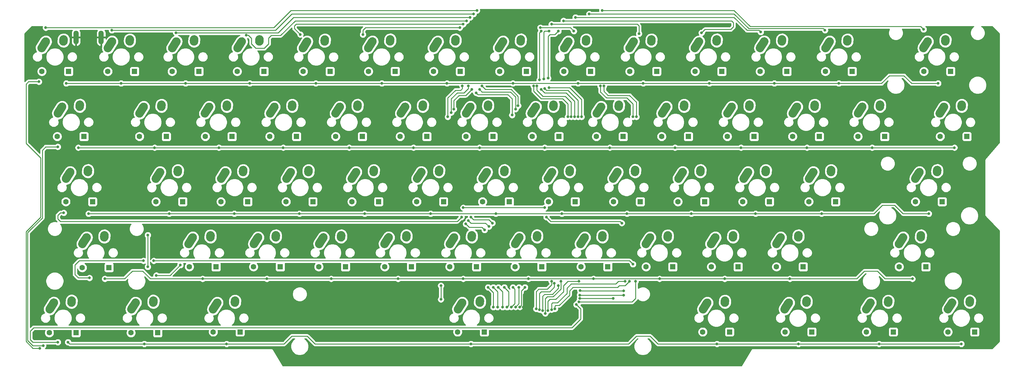
<source format=gtl>
%TF.GenerationSoftware,KiCad,Pcbnew,(5.1.10)-1*%
%TF.CreationDate,2022-03-05T23:42:07-05:00*%
%TF.ProjectId,Keebrov2,4b656562-726f-4763-922e-6b696361645f,rev?*%
%TF.SameCoordinates,Original*%
%TF.FileFunction,Copper,L1,Top*%
%TF.FilePolarity,Positive*%
%FSLAX46Y46*%
G04 Gerber Fmt 4.6, Leading zero omitted, Abs format (unit mm)*
G04 Created by KiCad (PCBNEW (5.1.10)-1) date 2022-03-05 23:42:07*
%MOMM*%
%LPD*%
G01*
G04 APERTURE LIST*
%TA.AperFunction,ComponentPad*%
%ADD10O,1.500000X4.000000*%
%TD*%
%TA.AperFunction,ComponentPad*%
%ADD11C,1.600000*%
%TD*%
%TA.AperFunction,ComponentPad*%
%ADD12R,1.600000X1.600000*%
%TD*%
%TA.AperFunction,ViaPad*%
%ADD13C,0.800000*%
%TD*%
%TA.AperFunction,Conductor*%
%ADD14C,0.250000*%
%TD*%
%TA.AperFunction,Conductor*%
%ADD15C,0.254000*%
%TD*%
%TA.AperFunction,Conductor*%
%ADD16C,0.100000*%
%TD*%
G04 APERTURE END LIST*
%TO.P,K4,2*%
%TO.N,Net-(D4-Pad2)*%
%TA.AperFunction,ComponentPad*%
G36*
G01*
X36321621Y-112824984D02*
X36361069Y-112246328D01*
G75*
G02*
X37693193Y-111084242I1247105J-85019D01*
G01*
X37693193Y-111084242D01*
G75*
G02*
X38855279Y-112416366I-85019J-1247105D01*
G01*
X38815831Y-112995022D01*
G75*
G02*
X37483707Y-114157108I-1247105J85019D01*
G01*
X37483707Y-114157108D01*
G75*
G02*
X36321621Y-112824984I85019J1247105D01*
G01*
G37*
%TD.AperFunction*%
%TO.P,K4,1*%
%TO.N,/col0*%
%TA.AperFunction,ComponentPad*%
G36*
G01*
X30154749Y-114167865D02*
X31363673Y-112270235D01*
G75*
G02*
X33089537Y-111887621I1054239J-671625D01*
G01*
X33089537Y-111887621D01*
G75*
G02*
X33472151Y-113613485I-671625J-1054239D01*
G01*
X32263227Y-115511115D01*
G75*
G02*
X30537363Y-115893729I-1054239J671625D01*
G01*
X30537363Y-115893729D01*
G75*
G02*
X30154749Y-114167865I671625J1054239D01*
G01*
G37*
%TD.AperFunction*%
%TD*%
%TO.P,K31,2*%
%TO.N,Net-(D31-Pad2)*%
%TA.AperFunction,ComponentPad*%
G36*
G01*
X145846118Y-131877497D02*
X145885566Y-131298841D01*
G75*
G02*
X147217690Y-130136755I1247105J-85019D01*
G01*
X147217690Y-130136755D01*
G75*
G02*
X148379776Y-131468879I-85019J-1247105D01*
G01*
X148340328Y-132047535D01*
G75*
G02*
X147008204Y-133209621I-1247105J85019D01*
G01*
X147008204Y-133209621D01*
G75*
G02*
X145846118Y-131877497I85019J1247105D01*
G01*
G37*
%TD.AperFunction*%
%TO.P,K31,1*%
%TO.N,/col6*%
%TA.AperFunction,ComponentPad*%
G36*
G01*
X139679246Y-133220378D02*
X140888170Y-131322748D01*
G75*
G02*
X142614034Y-130940134I1054239J-671625D01*
G01*
X142614034Y-130940134D01*
G75*
G02*
X142996648Y-132665998I-671625J-1054239D01*
G01*
X141787724Y-134563628D01*
G75*
G02*
X140061860Y-134946242I-1054239J671625D01*
G01*
X140061860Y-134946242D01*
G75*
G02*
X139679246Y-133220378I671625J1054239D01*
G01*
G37*
%TD.AperFunction*%
%TD*%
%TO.P,K5,2*%
%TO.N,Net-(D5-Pad2)*%
%TA.AperFunction,ComponentPad*%
G36*
G01*
X26779990Y-131860743D02*
X26819438Y-131282087D01*
G75*
G02*
X28151562Y-130120001I1247105J-85019D01*
G01*
X28151562Y-130120001D01*
G75*
G02*
X29313648Y-131452125I-85019J-1247105D01*
G01*
X29274200Y-132030781D01*
G75*
G02*
X27942076Y-133192867I-1247105J85019D01*
G01*
X27942076Y-133192867D01*
G75*
G02*
X26779990Y-131860743I85019J1247105D01*
G01*
G37*
%TD.AperFunction*%
%TO.P,K5,1*%
%TO.N,/col0*%
%TA.AperFunction,ComponentPad*%
G36*
G01*
X20613118Y-133203624D02*
X21822042Y-131305994D01*
G75*
G02*
X23547906Y-130923380I1054239J-671625D01*
G01*
X23547906Y-130923380D01*
G75*
G02*
X23930520Y-132649244I-671625J-1054239D01*
G01*
X22721596Y-134546874D01*
G75*
G02*
X20995732Y-134929488I-1054239J671625D01*
G01*
X20995732Y-134929488D01*
G75*
G02*
X20613118Y-133203624I671625J1054239D01*
G01*
G37*
%TD.AperFunction*%
%TD*%
%TO.P,K61,2*%
%TO.N,Net-(D61-Pad2)*%
%TA.AperFunction,ComponentPad*%
G36*
G01*
X288711125Y-131861160D02*
X288750573Y-131282504D01*
G75*
G02*
X290082697Y-130120418I1247105J-85019D01*
G01*
X290082697Y-130120418D01*
G75*
G02*
X291244783Y-131452542I-85019J-1247105D01*
G01*
X291205335Y-132031198D01*
G75*
G02*
X289873211Y-133193284I-1247105J85019D01*
G01*
X289873211Y-133193284D01*
G75*
G02*
X288711125Y-131861160I85019J1247105D01*
G01*
G37*
%TD.AperFunction*%
%TO.P,K61,1*%
%TO.N,/col13*%
%TA.AperFunction,ComponentPad*%
G36*
G01*
X282544253Y-133204041D02*
X283753177Y-131306411D01*
G75*
G02*
X285479041Y-130923797I1054239J-671625D01*
G01*
X285479041Y-130923797D01*
G75*
G02*
X285861655Y-132649661I-671625J-1054239D01*
G01*
X284652731Y-134547291D01*
G75*
G02*
X282926867Y-134929905I-1054239J671625D01*
G01*
X282926867Y-134929905D01*
G75*
G02*
X282544253Y-133204041I671625J1054239D01*
G01*
G37*
%TD.AperFunction*%
%TD*%
%TO.P,K60,2*%
%TO.N,Net-(D60-Pad2)*%
%TA.AperFunction,ComponentPad*%
G36*
G01*
X274426055Y-112825534D02*
X274465503Y-112246878D01*
G75*
G02*
X275797627Y-111084792I1247105J-85019D01*
G01*
X275797627Y-111084792D01*
G75*
G02*
X276959713Y-112416916I-85019J-1247105D01*
G01*
X276920265Y-112995572D01*
G75*
G02*
X275588141Y-114157658I-1247105J85019D01*
G01*
X275588141Y-114157658D01*
G75*
G02*
X274426055Y-112825534I85019J1247105D01*
G01*
G37*
%TD.AperFunction*%
%TO.P,K60,1*%
%TO.N,/col13*%
%TA.AperFunction,ComponentPad*%
G36*
G01*
X268259183Y-114168415D02*
X269468107Y-112270785D01*
G75*
G02*
X271193971Y-111888171I1054239J-671625D01*
G01*
X271193971Y-111888171D01*
G75*
G02*
X271576585Y-113614035I-671625J-1054239D01*
G01*
X270367661Y-115511665D01*
G75*
G02*
X268641797Y-115894279I-1054239J671625D01*
G01*
X268641797Y-115894279D01*
G75*
G02*
X268259183Y-114168415I671625J1054239D01*
G01*
G37*
%TD.AperFunction*%
%TD*%
%TO.P,K59,2*%
%TO.N,Net-(D59-Pad2)*%
%TA.AperFunction,ComponentPad*%
G36*
G01*
X286343493Y-74740828D02*
X286382941Y-74162172D01*
G75*
G02*
X287715065Y-73000086I1247105J-85019D01*
G01*
X287715065Y-73000086D01*
G75*
G02*
X288877151Y-74332210I-85019J-1247105D01*
G01*
X288837703Y-74910866D01*
G75*
G02*
X287505579Y-76072952I-1247105J85019D01*
G01*
X287505579Y-76072952D01*
G75*
G02*
X286343493Y-74740828I85019J1247105D01*
G01*
G37*
%TD.AperFunction*%
%TO.P,K59,1*%
%TO.N,/col13*%
%TA.AperFunction,ComponentPad*%
G36*
G01*
X280176621Y-76083709D02*
X281385545Y-74186079D01*
G75*
G02*
X283111409Y-73803465I1054239J-671625D01*
G01*
X283111409Y-73803465D01*
G75*
G02*
X283494023Y-75529329I-671625J-1054239D01*
G01*
X282285099Y-77426959D01*
G75*
G02*
X280559235Y-77809573I-1054239J671625D01*
G01*
X280559235Y-77809573D01*
G75*
G02*
X280176621Y-76083709I671625J1054239D01*
G01*
G37*
%TD.AperFunction*%
%TD*%
%TO.P,K58,2*%
%TO.N,Net-(D58-Pad2)*%
%TA.AperFunction,ComponentPad*%
G36*
G01*
X281586133Y-55671222D02*
X281625581Y-55092566D01*
G75*
G02*
X282957705Y-53930480I1247105J-85019D01*
G01*
X282957705Y-53930480D01*
G75*
G02*
X284119791Y-55262604I-85019J-1247105D01*
G01*
X284080343Y-55841260D01*
G75*
G02*
X282748219Y-57003346I-1247105J85019D01*
G01*
X282748219Y-57003346D01*
G75*
G02*
X281586133Y-55671222I85019J1247105D01*
G01*
G37*
%TD.AperFunction*%
%TO.P,K58,1*%
%TO.N,/col13*%
%TA.AperFunction,ComponentPad*%
G36*
G01*
X275419261Y-57014103D02*
X276628185Y-55116473D01*
G75*
G02*
X278354049Y-54733859I1054239J-671625D01*
G01*
X278354049Y-54733859D01*
G75*
G02*
X278736663Y-56459723I-671625J-1054239D01*
G01*
X277527739Y-58357353D01*
G75*
G02*
X275801875Y-58739967I-1054239J671625D01*
G01*
X275801875Y-58739967D01*
G75*
G02*
X275419261Y-57014103I671625J1054239D01*
G01*
G37*
%TD.AperFunction*%
%TD*%
%TO.P,K57,2*%
%TO.N,Net-(D57-Pad2)*%
%TA.AperFunction,ComponentPad*%
G36*
G01*
X264910950Y-131876159D02*
X264950398Y-131297503D01*
G75*
G02*
X266282522Y-130135417I1247105J-85019D01*
G01*
X266282522Y-130135417D01*
G75*
G02*
X267444608Y-131467541I-85019J-1247105D01*
G01*
X267405160Y-132046197D01*
G75*
G02*
X266073036Y-133208283I-1247105J85019D01*
G01*
X266073036Y-133208283D01*
G75*
G02*
X264910950Y-131876159I85019J1247105D01*
G01*
G37*
%TD.AperFunction*%
%TO.P,K57,1*%
%TO.N,/col12*%
%TA.AperFunction,ComponentPad*%
G36*
G01*
X258744078Y-133219040D02*
X259953002Y-131321410D01*
G75*
G02*
X261678866Y-130938796I1054239J-671625D01*
G01*
X261678866Y-130938796D01*
G75*
G02*
X262061480Y-132664660I-671625J-1054239D01*
G01*
X260852556Y-134562290D01*
G75*
G02*
X259126692Y-134944904I-1054239J671625D01*
G01*
X259126692Y-134944904D01*
G75*
G02*
X258744078Y-133219040I671625J1054239D01*
G01*
G37*
%TD.AperFunction*%
%TD*%
%TO.P,K56,2*%
%TO.N,Net-(D56-Pad2)*%
%TA.AperFunction,ComponentPad*%
G36*
G01*
X279202405Y-93773765D02*
X279241853Y-93195109D01*
G75*
G02*
X280573977Y-92033023I1247105J-85019D01*
G01*
X280573977Y-92033023D01*
G75*
G02*
X281736063Y-93365147I-85019J-1247105D01*
G01*
X281696615Y-93943803D01*
G75*
G02*
X280364491Y-95105889I-1247105J85019D01*
G01*
X280364491Y-95105889D01*
G75*
G02*
X279202405Y-93773765I85019J1247105D01*
G01*
G37*
%TD.AperFunction*%
%TO.P,K56,1*%
%TO.N,/col13*%
%TA.AperFunction,ComponentPad*%
G36*
G01*
X273035533Y-95116646D02*
X274244457Y-93219016D01*
G75*
G02*
X275970321Y-92836402I1054239J-671625D01*
G01*
X275970321Y-92836402D01*
G75*
G02*
X276352935Y-94562266I-671625J-1054239D01*
G01*
X275144011Y-96459896D01*
G75*
G02*
X273418147Y-96842510I-1054239J671625D01*
G01*
X273418147Y-96842510D01*
G75*
G02*
X273035533Y-95116646I671625J1054239D01*
G01*
G37*
%TD.AperFunction*%
%TD*%
%TO.P,K55,2*%
%TO.N,Net-(D55-Pad2)*%
%TA.AperFunction,ComponentPad*%
G36*
G01*
X262519763Y-74722382D02*
X262559211Y-74143726D01*
G75*
G02*
X263891335Y-72981640I1247105J-85019D01*
G01*
X263891335Y-72981640D01*
G75*
G02*
X265053421Y-74313764I-85019J-1247105D01*
G01*
X265013973Y-74892420D01*
G75*
G02*
X263681849Y-76054506I-1247105J85019D01*
G01*
X263681849Y-76054506D01*
G75*
G02*
X262519763Y-74722382I85019J1247105D01*
G01*
G37*
%TD.AperFunction*%
%TO.P,K55,1*%
%TO.N,/col12*%
%TA.AperFunction,ComponentPad*%
G36*
G01*
X256352891Y-76065263D02*
X257561815Y-74167633D01*
G75*
G02*
X259287679Y-73785019I1054239J-671625D01*
G01*
X259287679Y-73785019D01*
G75*
G02*
X259670293Y-75510883I-671625J-1054239D01*
G01*
X258461369Y-77408513D01*
G75*
G02*
X256735505Y-77791127I-1054239J671625D01*
G01*
X256735505Y-77791127D01*
G75*
G02*
X256352891Y-76065263I671625J1054239D01*
G01*
G37*
%TD.AperFunction*%
%TD*%
%TO.P,K54,2*%
%TO.N,Net-(D54-Pad2)*%
%TA.AperFunction,ComponentPad*%
G36*
G01*
X253002091Y-55687006D02*
X253041539Y-55108350D01*
G75*
G02*
X254373663Y-53946264I1247105J-85019D01*
G01*
X254373663Y-53946264D01*
G75*
G02*
X255535749Y-55278388I-85019J-1247105D01*
G01*
X255496301Y-55857044D01*
G75*
G02*
X254164177Y-57019130I-1247105J85019D01*
G01*
X254164177Y-57019130D01*
G75*
G02*
X253002091Y-55687006I85019J1247105D01*
G01*
G37*
%TD.AperFunction*%
%TO.P,K54,1*%
%TO.N,/col12*%
%TA.AperFunction,ComponentPad*%
G36*
G01*
X246835219Y-57029887D02*
X248044143Y-55132257D01*
G75*
G02*
X249770007Y-54749643I1054239J-671625D01*
G01*
X249770007Y-54749643D01*
G75*
G02*
X250152621Y-56475507I-671625J-1054239D01*
G01*
X248943697Y-58373137D01*
G75*
G02*
X247217833Y-58755751I-1054239J671625D01*
G01*
X247217833Y-58755751D01*
G75*
G02*
X246835219Y-57029887I671625J1054239D01*
G01*
G37*
%TD.AperFunction*%
%TD*%
%TO.P,K53,2*%
%TO.N,Net-(D53-Pad2)*%
%TA.AperFunction,ComponentPad*%
G36*
G01*
X241096028Y-131874890D02*
X241135476Y-131296234D01*
G75*
G02*
X242467600Y-130134148I1247105J-85019D01*
G01*
X242467600Y-130134148D01*
G75*
G02*
X243629686Y-131466272I-85019J-1247105D01*
G01*
X243590238Y-132044928D01*
G75*
G02*
X242258114Y-133207014I-1247105J85019D01*
G01*
X242258114Y-133207014D01*
G75*
G02*
X241096028Y-131874890I85019J1247105D01*
G01*
G37*
%TD.AperFunction*%
%TO.P,K53,1*%
%TO.N,/col11*%
%TA.AperFunction,ComponentPad*%
G36*
G01*
X234929156Y-133217771D02*
X236138080Y-131320141D01*
G75*
G02*
X237863944Y-130937527I1054239J-671625D01*
G01*
X237863944Y-130937527D01*
G75*
G02*
X238246558Y-132663391I-671625J-1054239D01*
G01*
X237037634Y-134561021D01*
G75*
G02*
X235311770Y-134943635I-1054239J671625D01*
G01*
X235311770Y-134943635D01*
G75*
G02*
X234929156Y-133217771I671625J1054239D01*
G01*
G37*
%TD.AperFunction*%
%TD*%
%TO.P,K52,2*%
%TO.N,Net-(D52-Pad2)*%
%TA.AperFunction,ComponentPad*%
G36*
G01*
X238718602Y-112824472D02*
X238758050Y-112245816D01*
G75*
G02*
X240090174Y-111083730I1247105J-85019D01*
G01*
X240090174Y-111083730D01*
G75*
G02*
X241252260Y-112415854I-85019J-1247105D01*
G01*
X241212812Y-112994510D01*
G75*
G02*
X239880688Y-114156596I-1247105J85019D01*
G01*
X239880688Y-114156596D01*
G75*
G02*
X238718602Y-112824472I85019J1247105D01*
G01*
G37*
%TD.AperFunction*%
%TO.P,K52,1*%
%TO.N,/col11*%
%TA.AperFunction,ComponentPad*%
G36*
G01*
X232551730Y-114167353D02*
X233760654Y-112269723D01*
G75*
G02*
X235486518Y-111887109I1054239J-671625D01*
G01*
X235486518Y-111887109D01*
G75*
G02*
X235869132Y-113612973I-671625J-1054239D01*
G01*
X234660208Y-115510603D01*
G75*
G02*
X232934344Y-115893217I-1054239J671625D01*
G01*
X232934344Y-115893217D01*
G75*
G02*
X232551730Y-114167353I671625J1054239D01*
G01*
G37*
%TD.AperFunction*%
%TD*%
%TO.P,K51,2*%
%TO.N,Net-(D51-Pad2)*%
%TA.AperFunction,ComponentPad*%
G36*
G01*
X248243445Y-93784446D02*
X248282893Y-93205790D01*
G75*
G02*
X249615017Y-92043704I1247105J-85019D01*
G01*
X249615017Y-92043704D01*
G75*
G02*
X250777103Y-93375828I-85019J-1247105D01*
G01*
X250737655Y-93954484D01*
G75*
G02*
X249405531Y-95116570I-1247105J85019D01*
G01*
X249405531Y-95116570D01*
G75*
G02*
X248243445Y-93784446I85019J1247105D01*
G01*
G37*
%TD.AperFunction*%
%TO.P,K51,1*%
%TO.N,/col11*%
%TA.AperFunction,ComponentPad*%
G36*
G01*
X242076573Y-95127327D02*
X243285497Y-93229697D01*
G75*
G02*
X245011361Y-92847083I1054239J-671625D01*
G01*
X245011361Y-92847083D01*
G75*
G02*
X245393975Y-94572947I-671625J-1054239D01*
G01*
X244185051Y-96470577D01*
G75*
G02*
X242459187Y-96853191I-1054239J671625D01*
G01*
X242459187Y-96853191D01*
G75*
G02*
X242076573Y-95127327I671625J1054239D01*
G01*
G37*
%TD.AperFunction*%
%TD*%
%TO.P,K50,2*%
%TO.N,Net-(D50-Pad2)*%
%TA.AperFunction,ComponentPad*%
G36*
G01*
X243470894Y-74730335D02*
X243510342Y-74151679D01*
G75*
G02*
X244842466Y-72989593I1247105J-85019D01*
G01*
X244842466Y-72989593D01*
G75*
G02*
X246004552Y-74321717I-85019J-1247105D01*
G01*
X245965104Y-74900373D01*
G75*
G02*
X244632980Y-76062459I-1247105J85019D01*
G01*
X244632980Y-76062459D01*
G75*
G02*
X243470894Y-74730335I85019J1247105D01*
G01*
G37*
%TD.AperFunction*%
%TO.P,K50,1*%
%TO.N,/col11*%
%TA.AperFunction,ComponentPad*%
G36*
G01*
X237304022Y-76073216D02*
X238512946Y-74175586D01*
G75*
G02*
X240238810Y-73792972I1054239J-671625D01*
G01*
X240238810Y-73792972D01*
G75*
G02*
X240621424Y-75518836I-671625J-1054239D01*
G01*
X239412500Y-77416466D01*
G75*
G02*
X237686636Y-77799080I-1054239J671625D01*
G01*
X237686636Y-77799080D01*
G75*
G02*
X237304022Y-76073216I671625J1054239D01*
G01*
G37*
%TD.AperFunction*%
%TD*%
%TO.P,K49,2*%
%TO.N,Net-(D49-Pad2)*%
%TA.AperFunction,ComponentPad*%
G36*
G01*
X233928830Y-55669689D02*
X233968278Y-55091033D01*
G75*
G02*
X235300402Y-53928947I1247105J-85019D01*
G01*
X235300402Y-53928947D01*
G75*
G02*
X236462488Y-55261071I-85019J-1247105D01*
G01*
X236423040Y-55839727D01*
G75*
G02*
X235090916Y-57001813I-1247105J85019D01*
G01*
X235090916Y-57001813D01*
G75*
G02*
X233928830Y-55669689I85019J1247105D01*
G01*
G37*
%TD.AperFunction*%
%TO.P,K49,1*%
%TO.N,/col11*%
%TA.AperFunction,ComponentPad*%
G36*
G01*
X227761958Y-57012570D02*
X228970882Y-55114940D01*
G75*
G02*
X230696746Y-54732326I1054239J-671625D01*
G01*
X230696746Y-54732326D01*
G75*
G02*
X231079360Y-56458190I-671625J-1054239D01*
G01*
X229870436Y-58355820D01*
G75*
G02*
X228144572Y-58738434I-1054239J671625D01*
G01*
X228144572Y-58738434D01*
G75*
G02*
X227761958Y-57012570I671625J1054239D01*
G01*
G37*
%TD.AperFunction*%
%TD*%
%TO.P,K48,2*%
%TO.N,Net-(D48-Pad2)*%
%TA.AperFunction,ComponentPad*%
G36*
G01*
X217301822Y-131880510D02*
X217341270Y-131301854D01*
G75*
G02*
X218673394Y-130139768I1247105J-85019D01*
G01*
X218673394Y-130139768D01*
G75*
G02*
X219835480Y-131471892I-85019J-1247105D01*
G01*
X219796032Y-132050548D01*
G75*
G02*
X218463908Y-133212634I-1247105J85019D01*
G01*
X218463908Y-133212634D01*
G75*
G02*
X217301822Y-131880510I85019J1247105D01*
G01*
G37*
%TD.AperFunction*%
%TO.P,K48,1*%
%TO.N,/col10*%
%TA.AperFunction,ComponentPad*%
G36*
G01*
X211134950Y-133223391D02*
X212343874Y-131325761D01*
G75*
G02*
X214069738Y-130943147I1054239J-671625D01*
G01*
X214069738Y-130943147D01*
G75*
G02*
X214452352Y-132669011I-671625J-1054239D01*
G01*
X213243428Y-134566641D01*
G75*
G02*
X211517564Y-134949255I-1054239J671625D01*
G01*
X211517564Y-134949255D01*
G75*
G02*
X211134950Y-133223391I671625J1054239D01*
G01*
G37*
%TD.AperFunction*%
%TD*%
%TO.P,K47,2*%
%TO.N,Net-(D47-Pad2)*%
%TA.AperFunction,ComponentPad*%
G36*
G01*
X219660835Y-112829869D02*
X219700283Y-112251213D01*
G75*
G02*
X221032407Y-111089127I1247105J-85019D01*
G01*
X221032407Y-111089127D01*
G75*
G02*
X222194493Y-112421251I-85019J-1247105D01*
G01*
X222155045Y-112999907D01*
G75*
G02*
X220822921Y-114161993I-1247105J85019D01*
G01*
X220822921Y-114161993D01*
G75*
G02*
X219660835Y-112829869I85019J1247105D01*
G01*
G37*
%TD.AperFunction*%
%TO.P,K47,1*%
%TO.N,/col10*%
%TA.AperFunction,ComponentPad*%
G36*
G01*
X213493963Y-114172750D02*
X214702887Y-112275120D01*
G75*
G02*
X216428751Y-111892506I1054239J-671625D01*
G01*
X216428751Y-111892506D01*
G75*
G02*
X216811365Y-113618370I-671625J-1054239D01*
G01*
X215602441Y-115516000D01*
G75*
G02*
X213876577Y-115898614I-1054239J671625D01*
G01*
X213876577Y-115898614D01*
G75*
G02*
X213493963Y-114172750I671625J1054239D01*
G01*
G37*
%TD.AperFunction*%
%TD*%
%TO.P,K46,2*%
%TO.N,Net-(D46-Pad2)*%
%TA.AperFunction,ComponentPad*%
G36*
G01*
X229192068Y-93781077D02*
X229231516Y-93202421D01*
G75*
G02*
X230563640Y-92040335I1247105J-85019D01*
G01*
X230563640Y-92040335D01*
G75*
G02*
X231725726Y-93372459I-85019J-1247105D01*
G01*
X231686278Y-93951115D01*
G75*
G02*
X230354154Y-95113201I-1247105J85019D01*
G01*
X230354154Y-95113201D01*
G75*
G02*
X229192068Y-93781077I85019J1247105D01*
G01*
G37*
%TD.AperFunction*%
%TO.P,K46,1*%
%TO.N,/col10*%
%TA.AperFunction,ComponentPad*%
G36*
G01*
X223025196Y-95123958D02*
X224234120Y-93226328D01*
G75*
G02*
X225959984Y-92843714I1054239J-671625D01*
G01*
X225959984Y-92843714D01*
G75*
G02*
X226342598Y-94569578I-671625J-1054239D01*
G01*
X225133674Y-96467208D01*
G75*
G02*
X223407810Y-96849822I-1054239J671625D01*
G01*
X223407810Y-96849822D01*
G75*
G02*
X223025196Y-95123958I671625J1054239D01*
G01*
G37*
%TD.AperFunction*%
%TD*%
%TO.P,K45,2*%
%TO.N,Net-(D45-Pad2)*%
%TA.AperFunction,ComponentPad*%
G36*
G01*
X224434983Y-74726410D02*
X224474431Y-74147754D01*
G75*
G02*
X225806555Y-72985668I1247105J-85019D01*
G01*
X225806555Y-72985668D01*
G75*
G02*
X226968641Y-74317792I-85019J-1247105D01*
G01*
X226929193Y-74896448D01*
G75*
G02*
X225597069Y-76058534I-1247105J85019D01*
G01*
X225597069Y-76058534D01*
G75*
G02*
X224434983Y-74726410I85019J1247105D01*
G01*
G37*
%TD.AperFunction*%
%TO.P,K45,1*%
%TO.N,/col10*%
%TA.AperFunction,ComponentPad*%
G36*
G01*
X218268111Y-76069291D02*
X219477035Y-74171661D01*
G75*
G02*
X221202899Y-73789047I1054239J-671625D01*
G01*
X221202899Y-73789047D01*
G75*
G02*
X221585513Y-75514911I-671625J-1054239D01*
G01*
X220376589Y-77412541D01*
G75*
G02*
X218650725Y-77795155I-1054239J671625D01*
G01*
X218650725Y-77795155D01*
G75*
G02*
X218268111Y-76069291I671625J1054239D01*
G01*
G37*
%TD.AperFunction*%
%TD*%
%TO.P,K44,2*%
%TO.N,Net-(D44-Pad2)*%
%TA.AperFunction,ComponentPad*%
G36*
G01*
X214899366Y-55672843D02*
X214938814Y-55094187D01*
G75*
G02*
X216270938Y-53932101I1247105J-85019D01*
G01*
X216270938Y-53932101D01*
G75*
G02*
X217433024Y-55264225I-85019J-1247105D01*
G01*
X217393576Y-55842881D01*
G75*
G02*
X216061452Y-57004967I-1247105J85019D01*
G01*
X216061452Y-57004967D01*
G75*
G02*
X214899366Y-55672843I85019J1247105D01*
G01*
G37*
%TD.AperFunction*%
%TO.P,K44,1*%
%TO.N,/col10*%
%TA.AperFunction,ComponentPad*%
G36*
G01*
X208732494Y-57015724D02*
X209941418Y-55118094D01*
G75*
G02*
X211667282Y-54735480I1054239J-671625D01*
G01*
X211667282Y-54735480D01*
G75*
G02*
X212049896Y-56461344I-671625J-1054239D01*
G01*
X210840972Y-58358974D01*
G75*
G02*
X209115108Y-58741588I-1054239J671625D01*
G01*
X209115108Y-58741588D01*
G75*
G02*
X208732494Y-57015724I671625J1054239D01*
G01*
G37*
%TD.AperFunction*%
%TD*%
%TO.P,K43,2*%
%TO.N,Net-(D43-Pad2)*%
%TA.AperFunction,ComponentPad*%
G36*
G01*
X200633989Y-112830626D02*
X200673437Y-112251970D01*
G75*
G02*
X202005561Y-111089884I1247105J-85019D01*
G01*
X202005561Y-111089884D01*
G75*
G02*
X203167647Y-112422008I-85019J-1247105D01*
G01*
X203128199Y-113000664D01*
G75*
G02*
X201796075Y-114162750I-1247105J85019D01*
G01*
X201796075Y-114162750D01*
G75*
G02*
X200633989Y-112830626I85019J1247105D01*
G01*
G37*
%TD.AperFunction*%
%TO.P,K43,1*%
%TO.N,/col9*%
%TA.AperFunction,ComponentPad*%
G36*
G01*
X194467117Y-114173507D02*
X195676041Y-112275877D01*
G75*
G02*
X197401905Y-111893263I1054239J-671625D01*
G01*
X197401905Y-111893263D01*
G75*
G02*
X197784519Y-113619127I-671625J-1054239D01*
G01*
X196575595Y-115516757D01*
G75*
G02*
X194849731Y-115899371I-1054239J671625D01*
G01*
X194849731Y-115899371D01*
G75*
G02*
X194467117Y-114173507I671625J1054239D01*
G01*
G37*
%TD.AperFunction*%
%TD*%
%TO.P,K42,2*%
%TO.N,Net-(D42-Pad2)*%
%TA.AperFunction,ComponentPad*%
G36*
G01*
X210153982Y-93771513D02*
X210193430Y-93192857D01*
G75*
G02*
X211525554Y-92030771I1247105J-85019D01*
G01*
X211525554Y-92030771D01*
G75*
G02*
X212687640Y-93362895I-85019J-1247105D01*
G01*
X212648192Y-93941551D01*
G75*
G02*
X211316068Y-95103637I-1247105J85019D01*
G01*
X211316068Y-95103637D01*
G75*
G02*
X210153982Y-93771513I85019J1247105D01*
G01*
G37*
%TD.AperFunction*%
%TO.P,K42,1*%
%TO.N,/col9*%
%TA.AperFunction,ComponentPad*%
G36*
G01*
X203987110Y-95114394D02*
X205196034Y-93216764D01*
G75*
G02*
X206921898Y-92834150I1054239J-671625D01*
G01*
X206921898Y-92834150D01*
G75*
G02*
X207304512Y-94560014I-671625J-1054239D01*
G01*
X206095588Y-96457644D01*
G75*
G02*
X204369724Y-96840258I-1054239J671625D01*
G01*
X204369724Y-96840258D01*
G75*
G02*
X203987110Y-95114394I671625J1054239D01*
G01*
G37*
%TD.AperFunction*%
%TD*%
%TO.P,K41,2*%
%TO.N,Net-(D41-Pad2)*%
%TA.AperFunction,ComponentPad*%
G36*
G01*
X205391833Y-74727820D02*
X205431281Y-74149164D01*
G75*
G02*
X206763405Y-72987078I1247105J-85019D01*
G01*
X206763405Y-72987078D01*
G75*
G02*
X207925491Y-74319202I-85019J-1247105D01*
G01*
X207886043Y-74897858D01*
G75*
G02*
X206553919Y-76059944I-1247105J85019D01*
G01*
X206553919Y-76059944D01*
G75*
G02*
X205391833Y-74727820I85019J1247105D01*
G01*
G37*
%TD.AperFunction*%
%TO.P,K41,1*%
%TO.N,/col9*%
%TA.AperFunction,ComponentPad*%
G36*
G01*
X199224961Y-76070701D02*
X200433885Y-74173071D01*
G75*
G02*
X202159749Y-73790457I1054239J-671625D01*
G01*
X202159749Y-73790457D01*
G75*
G02*
X202542363Y-75516321I-671625J-1054239D01*
G01*
X201333439Y-77413951D01*
G75*
G02*
X199607575Y-77796565I-1054239J671625D01*
G01*
X199607575Y-77796565D01*
G75*
G02*
X199224961Y-76070701I671625J1054239D01*
G01*
G37*
%TD.AperFunction*%
%TD*%
%TO.P,K40,2*%
%TO.N,Net-(D40-Pad2)*%
%TA.AperFunction,ComponentPad*%
G36*
G01*
X195854073Y-55676237D02*
X195893521Y-55097581D01*
G75*
G02*
X197225645Y-53935495I1247105J-85019D01*
G01*
X197225645Y-53935495D01*
G75*
G02*
X198387731Y-55267619I-85019J-1247105D01*
G01*
X198348283Y-55846275D01*
G75*
G02*
X197016159Y-57008361I-1247105J85019D01*
G01*
X197016159Y-57008361D01*
G75*
G02*
X195854073Y-55676237I85019J1247105D01*
G01*
G37*
%TD.AperFunction*%
%TO.P,K40,1*%
%TO.N,/col9*%
%TA.AperFunction,ComponentPad*%
G36*
G01*
X189687201Y-57019118D02*
X190896125Y-55121488D01*
G75*
G02*
X192621989Y-54738874I1054239J-671625D01*
G01*
X192621989Y-54738874D01*
G75*
G02*
X193004603Y-56464738I-671625J-1054239D01*
G01*
X191795679Y-58362368D01*
G75*
G02*
X190069815Y-58744982I-1054239J671625D01*
G01*
X190069815Y-58744982D01*
G75*
G02*
X189687201Y-57019118I671625J1054239D01*
G01*
G37*
%TD.AperFunction*%
%TD*%
%TO.P,K39,2*%
%TO.N,Net-(D39-Pad2)*%
%TA.AperFunction,ComponentPad*%
G36*
G01*
X181571621Y-112827134D02*
X181611069Y-112248478D01*
G75*
G02*
X182943193Y-111086392I1247105J-85019D01*
G01*
X182943193Y-111086392D01*
G75*
G02*
X184105279Y-112418516I-85019J-1247105D01*
G01*
X184065831Y-112997172D01*
G75*
G02*
X182733707Y-114159258I-1247105J85019D01*
G01*
X182733707Y-114159258D01*
G75*
G02*
X181571621Y-112827134I85019J1247105D01*
G01*
G37*
%TD.AperFunction*%
%TO.P,K39,1*%
%TO.N,/col8*%
%TA.AperFunction,ComponentPad*%
G36*
G01*
X175404749Y-114170015D02*
X176613673Y-112272385D01*
G75*
G02*
X178339537Y-111889771I1054239J-671625D01*
G01*
X178339537Y-111889771D01*
G75*
G02*
X178722151Y-113615635I-671625J-1054239D01*
G01*
X177513227Y-115513265D01*
G75*
G02*
X175787363Y-115895879I-1054239J671625D01*
G01*
X175787363Y-115895879D01*
G75*
G02*
X175404749Y-114170015I671625J1054239D01*
G01*
G37*
%TD.AperFunction*%
%TD*%
%TO.P,K38,2*%
%TO.N,Net-(D38-Pad2)*%
%TA.AperFunction,ComponentPad*%
G36*
G01*
X191098270Y-93751483D02*
X191137718Y-93172827D01*
G75*
G02*
X192469842Y-92010741I1247105J-85019D01*
G01*
X192469842Y-92010741D01*
G75*
G02*
X193631928Y-93342865I-85019J-1247105D01*
G01*
X193592480Y-93921521D01*
G75*
G02*
X192260356Y-95083607I-1247105J85019D01*
G01*
X192260356Y-95083607D01*
G75*
G02*
X191098270Y-93751483I85019J1247105D01*
G01*
G37*
%TD.AperFunction*%
%TO.P,K38,1*%
%TO.N,/col8*%
%TA.AperFunction,ComponentPad*%
G36*
G01*
X184931398Y-95094364D02*
X186140322Y-93196734D01*
G75*
G02*
X187866186Y-92814120I1054239J-671625D01*
G01*
X187866186Y-92814120D01*
G75*
G02*
X188248800Y-94539984I-671625J-1054239D01*
G01*
X187039876Y-96437614D01*
G75*
G02*
X185314012Y-96820228I-1054239J671625D01*
G01*
X185314012Y-96820228D01*
G75*
G02*
X184931398Y-95094364I671625J1054239D01*
G01*
G37*
%TD.AperFunction*%
%TD*%
%TO.P,K37,2*%
%TO.N,Net-(D37-Pad2)*%
%TA.AperFunction,ComponentPad*%
G36*
G01*
X186343427Y-74733652D02*
X186382875Y-74154996D01*
G75*
G02*
X187714999Y-72992910I1247105J-85019D01*
G01*
X187714999Y-72992910D01*
G75*
G02*
X188877085Y-74325034I-85019J-1247105D01*
G01*
X188837637Y-74903690D01*
G75*
G02*
X187505513Y-76065776I-1247105J85019D01*
G01*
X187505513Y-76065776D01*
G75*
G02*
X186343427Y-74733652I85019J1247105D01*
G01*
G37*
%TD.AperFunction*%
%TO.P,K37,1*%
%TO.N,/col8*%
%TA.AperFunction,ComponentPad*%
G36*
G01*
X180176555Y-76076533D02*
X181385479Y-74178903D01*
G75*
G02*
X183111343Y-73796289I1054239J-671625D01*
G01*
X183111343Y-73796289D01*
G75*
G02*
X183493957Y-75522153I-671625J-1054239D01*
G01*
X182285033Y-77419783D01*
G75*
G02*
X180559169Y-77802397I-1054239J671625D01*
G01*
X180559169Y-77802397D01*
G75*
G02*
X180176555Y-76076533I671625J1054239D01*
G01*
G37*
%TD.AperFunction*%
%TD*%
%TO.P,K36,2*%
%TO.N,Net-(D36-Pad2)*%
%TA.AperFunction,ComponentPad*%
G36*
G01*
X176806004Y-55684121D02*
X176845452Y-55105465D01*
G75*
G02*
X178177576Y-53943379I1247105J-85019D01*
G01*
X178177576Y-53943379D01*
G75*
G02*
X179339662Y-55275503I-85019J-1247105D01*
G01*
X179300214Y-55854159D01*
G75*
G02*
X177968090Y-57016245I-1247105J85019D01*
G01*
X177968090Y-57016245D01*
G75*
G02*
X176806004Y-55684121I85019J1247105D01*
G01*
G37*
%TD.AperFunction*%
%TO.P,K36,1*%
%TO.N,/col8*%
%TA.AperFunction,ComponentPad*%
G36*
G01*
X170639132Y-57027002D02*
X171848056Y-55129372D01*
G75*
G02*
X173573920Y-54746758I1054239J-671625D01*
G01*
X173573920Y-54746758D01*
G75*
G02*
X173956534Y-56472622I-671625J-1054239D01*
G01*
X172747610Y-58370252D01*
G75*
G02*
X171021746Y-58752866I-1054239J671625D01*
G01*
X171021746Y-58752866D01*
G75*
G02*
X170639132Y-57027002I671625J1054239D01*
G01*
G37*
%TD.AperFunction*%
%TD*%
%TO.P,K35,2*%
%TO.N,Net-(D35-Pad2)*%
%TA.AperFunction,ComponentPad*%
G36*
G01*
X162532786Y-112813331D02*
X162572234Y-112234675D01*
G75*
G02*
X163904358Y-111072589I1247105J-85019D01*
G01*
X163904358Y-111072589D01*
G75*
G02*
X165066444Y-112404713I-85019J-1247105D01*
G01*
X165026996Y-112983369D01*
G75*
G02*
X163694872Y-114145455I-1247105J85019D01*
G01*
X163694872Y-114145455D01*
G75*
G02*
X162532786Y-112813331I85019J1247105D01*
G01*
G37*
%TD.AperFunction*%
%TO.P,K35,1*%
%TO.N,/col7*%
%TA.AperFunction,ComponentPad*%
G36*
G01*
X156365914Y-114156212D02*
X157574838Y-112258582D01*
G75*
G02*
X159300702Y-111875968I1054239J-671625D01*
G01*
X159300702Y-111875968D01*
G75*
G02*
X159683316Y-113601832I-671625J-1054239D01*
G01*
X158474392Y-115499462D01*
G75*
G02*
X156748528Y-115882076I-1054239J671625D01*
G01*
X156748528Y-115882076D01*
G75*
G02*
X156365914Y-114156212I671625J1054239D01*
G01*
G37*
%TD.AperFunction*%
%TD*%
%TO.P,K34,2*%
%TO.N,Net-(D34-Pad2)*%
%TA.AperFunction,ComponentPad*%
G36*
G01*
X172047759Y-93772963D02*
X172087207Y-93194307D01*
G75*
G02*
X173419331Y-92032221I1247105J-85019D01*
G01*
X173419331Y-92032221D01*
G75*
G02*
X174581417Y-93364345I-85019J-1247105D01*
G01*
X174541969Y-93943001D01*
G75*
G02*
X173209845Y-95105087I-1247105J85019D01*
G01*
X173209845Y-95105087D01*
G75*
G02*
X172047759Y-93772963I85019J1247105D01*
G01*
G37*
%TD.AperFunction*%
%TO.P,K34,1*%
%TO.N,/col7*%
%TA.AperFunction,ComponentPad*%
G36*
G01*
X165880887Y-95115844D02*
X167089811Y-93218214D01*
G75*
G02*
X168815675Y-92835600I1054239J-671625D01*
G01*
X168815675Y-92835600D01*
G75*
G02*
X169198289Y-94561464I-671625J-1054239D01*
G01*
X167989365Y-96459094D01*
G75*
G02*
X166263501Y-96841708I-1054239J671625D01*
G01*
X166263501Y-96841708D01*
G75*
G02*
X165880887Y-95115844I671625J1054239D01*
G01*
G37*
%TD.AperFunction*%
%TD*%
%TO.P,K33,2*%
%TO.N,Net-(D33-Pad2)*%
%TA.AperFunction,ComponentPad*%
G36*
G01*
X167290901Y-74716905D02*
X167330349Y-74138249D01*
G75*
G02*
X168662473Y-72976163I1247105J-85019D01*
G01*
X168662473Y-72976163D01*
G75*
G02*
X169824559Y-74308287I-85019J-1247105D01*
G01*
X169785111Y-74886943D01*
G75*
G02*
X168452987Y-76049029I-1247105J85019D01*
G01*
X168452987Y-76049029D01*
G75*
G02*
X167290901Y-74716905I85019J1247105D01*
G01*
G37*
%TD.AperFunction*%
%TO.P,K33,1*%
%TO.N,/col7*%
%TA.AperFunction,ComponentPad*%
G36*
G01*
X161124029Y-76059786D02*
X162332953Y-74162156D01*
G75*
G02*
X164058817Y-73779542I1054239J-671625D01*
G01*
X164058817Y-73779542D01*
G75*
G02*
X164441431Y-75505406I-671625J-1054239D01*
G01*
X163232507Y-77403036D01*
G75*
G02*
X161506643Y-77785650I-1054239J671625D01*
G01*
X161506643Y-77785650D01*
G75*
G02*
X161124029Y-76059786I671625J1054239D01*
G01*
G37*
%TD.AperFunction*%
%TD*%
%TO.P,K32,2*%
%TO.N,Net-(D32-Pad2)*%
%TA.AperFunction,ComponentPad*%
G36*
G01*
X157752892Y-55673823D02*
X157792340Y-55095167D01*
G75*
G02*
X159124464Y-53933081I1247105J-85019D01*
G01*
X159124464Y-53933081D01*
G75*
G02*
X160286550Y-55265205I-85019J-1247105D01*
G01*
X160247102Y-55843861D01*
G75*
G02*
X158914978Y-57005947I-1247105J85019D01*
G01*
X158914978Y-57005947D01*
G75*
G02*
X157752892Y-55673823I85019J1247105D01*
G01*
G37*
%TD.AperFunction*%
%TO.P,K32,1*%
%TO.N,/col7*%
%TA.AperFunction,ComponentPad*%
G36*
G01*
X151586020Y-57016704D02*
X152794944Y-55119074D01*
G75*
G02*
X154520808Y-54736460I1054239J-671625D01*
G01*
X154520808Y-54736460D01*
G75*
G02*
X154903422Y-56462324I-671625J-1054239D01*
G01*
X153694498Y-58359954D01*
G75*
G02*
X151968634Y-58742568I-1054239J671625D01*
G01*
X151968634Y-58742568D01*
G75*
G02*
X151586020Y-57016704I671625J1054239D01*
G01*
G37*
%TD.AperFunction*%
%TD*%
%TO.P,K30,2*%
%TO.N,Net-(D30-Pad2)*%
%TA.AperFunction,ComponentPad*%
G36*
G01*
X143478607Y-112826967D02*
X143518055Y-112248311D01*
G75*
G02*
X144850179Y-111086225I1247105J-85019D01*
G01*
X144850179Y-111086225D01*
G75*
G02*
X146012265Y-112418349I-85019J-1247105D01*
G01*
X145972817Y-112997005D01*
G75*
G02*
X144640693Y-114159091I-1247105J85019D01*
G01*
X144640693Y-114159091D01*
G75*
G02*
X143478607Y-112826967I85019J1247105D01*
G01*
G37*
%TD.AperFunction*%
%TO.P,K30,1*%
%TO.N,/col6*%
%TA.AperFunction,ComponentPad*%
G36*
G01*
X137311735Y-114169848D02*
X138520659Y-112272218D01*
G75*
G02*
X140246523Y-111889604I1054239J-671625D01*
G01*
X140246523Y-111889604D01*
G75*
G02*
X140629137Y-113615468I-671625J-1054239D01*
G01*
X139420213Y-115513098D01*
G75*
G02*
X137694349Y-115895712I-1054239J671625D01*
G01*
X137694349Y-115895712D01*
G75*
G02*
X137311735Y-114169848I671625J1054239D01*
G01*
G37*
%TD.AperFunction*%
%TD*%
%TO.P,K29,2*%
%TO.N,Net-(D29-Pad2)*%
%TA.AperFunction,ComponentPad*%
G36*
G01*
X152996031Y-93773790D02*
X153035479Y-93195134D01*
G75*
G02*
X154367603Y-92033048I1247105J-85019D01*
G01*
X154367603Y-92033048D01*
G75*
G02*
X155529689Y-93365172I-85019J-1247105D01*
G01*
X155490241Y-93943828D01*
G75*
G02*
X154158117Y-95105914I-1247105J85019D01*
G01*
X154158117Y-95105914D01*
G75*
G02*
X152996031Y-93773790I85019J1247105D01*
G01*
G37*
%TD.AperFunction*%
%TO.P,K29,1*%
%TO.N,/col6*%
%TA.AperFunction,ComponentPad*%
G36*
G01*
X146829159Y-95116671D02*
X148038083Y-93219041D01*
G75*
G02*
X149763947Y-92836427I1054239J-671625D01*
G01*
X149763947Y-92836427D01*
G75*
G02*
X150146561Y-94562291I-671625J-1054239D01*
G01*
X148937637Y-96459921D01*
G75*
G02*
X147211773Y-96842535I-1054239J671625D01*
G01*
X147211773Y-96842535D01*
G75*
G02*
X146829159Y-95116671I671625J1054239D01*
G01*
G37*
%TD.AperFunction*%
%TD*%
%TO.P,K28,2*%
%TO.N,Net-(D28-Pad2)*%
%TA.AperFunction,ComponentPad*%
G36*
G01*
X148227352Y-74727122D02*
X148266800Y-74148466D01*
G75*
G02*
X149598924Y-72986380I1247105J-85019D01*
G01*
X149598924Y-72986380D01*
G75*
G02*
X150761010Y-74318504I-85019J-1247105D01*
G01*
X150721562Y-74897160D01*
G75*
G02*
X149389438Y-76059246I-1247105J85019D01*
G01*
X149389438Y-76059246D01*
G75*
G02*
X148227352Y-74727122I85019J1247105D01*
G01*
G37*
%TD.AperFunction*%
%TO.P,K28,1*%
%TO.N,/col6*%
%TA.AperFunction,ComponentPad*%
G36*
G01*
X142060480Y-76070003D02*
X143269404Y-74172373D01*
G75*
G02*
X144995268Y-73789759I1054239J-671625D01*
G01*
X144995268Y-73789759D01*
G75*
G02*
X145377882Y-75515623I-671625J-1054239D01*
G01*
X144168958Y-77413253D01*
G75*
G02*
X142443094Y-77795867I-1054239J671625D01*
G01*
X142443094Y-77795867D01*
G75*
G02*
X142060480Y-76070003I671625J1054239D01*
G01*
G37*
%TD.AperFunction*%
%TD*%
%TO.P,K27,2*%
%TO.N,Net-(D27-Pad2)*%
%TA.AperFunction,ComponentPad*%
G36*
G01*
X138712604Y-55672567D02*
X138752052Y-55093911D01*
G75*
G02*
X140084176Y-53931825I1247105J-85019D01*
G01*
X140084176Y-53931825D01*
G75*
G02*
X141246262Y-55263949I-85019J-1247105D01*
G01*
X141206814Y-55842605D01*
G75*
G02*
X139874690Y-57004691I-1247105J85019D01*
G01*
X139874690Y-57004691D01*
G75*
G02*
X138712604Y-55672567I85019J1247105D01*
G01*
G37*
%TD.AperFunction*%
%TO.P,K27,1*%
%TO.N,/col6*%
%TA.AperFunction,ComponentPad*%
G36*
G01*
X132545732Y-57015448D02*
X133754656Y-55117818D01*
G75*
G02*
X135480520Y-54735204I1054239J-671625D01*
G01*
X135480520Y-54735204D01*
G75*
G02*
X135863134Y-56461068I-671625J-1054239D01*
G01*
X134654210Y-58358698D01*
G75*
G02*
X132928346Y-58741312I-1054239J671625D01*
G01*
X132928346Y-58741312D01*
G75*
G02*
X132545732Y-57015448I671625J1054239D01*
G01*
G37*
%TD.AperFunction*%
%TD*%
%TO.P,K26,2*%
%TO.N,Net-(D26-Pad2)*%
%TA.AperFunction,ComponentPad*%
G36*
G01*
X124419677Y-112812946D02*
X124459125Y-112234290D01*
G75*
G02*
X125791249Y-111072204I1247105J-85019D01*
G01*
X125791249Y-111072204D01*
G75*
G02*
X126953335Y-112404328I-85019J-1247105D01*
G01*
X126913887Y-112982984D01*
G75*
G02*
X125581763Y-114145070I-1247105J85019D01*
G01*
X125581763Y-114145070D01*
G75*
G02*
X124419677Y-112812946I85019J1247105D01*
G01*
G37*
%TD.AperFunction*%
%TO.P,K26,1*%
%TO.N,/col5*%
%TA.AperFunction,ComponentPad*%
G36*
G01*
X118252805Y-114155827D02*
X119461729Y-112258197D01*
G75*
G02*
X121187593Y-111875583I1054239J-671625D01*
G01*
X121187593Y-111875583D01*
G75*
G02*
X121570207Y-113601447I-671625J-1054239D01*
G01*
X120361283Y-115499077D01*
G75*
G02*
X118635419Y-115881691I-1054239J671625D01*
G01*
X118635419Y-115881691D01*
G75*
G02*
X118252805Y-114155827I671625J1054239D01*
G01*
G37*
%TD.AperFunction*%
%TD*%
%TO.P,K25,2*%
%TO.N,Net-(D25-Pad2)*%
%TA.AperFunction,ComponentPad*%
G36*
G01*
X133941205Y-93767142D02*
X133980653Y-93188486D01*
G75*
G02*
X135312777Y-92026400I1247105J-85019D01*
G01*
X135312777Y-92026400D01*
G75*
G02*
X136474863Y-93358524I-85019J-1247105D01*
G01*
X136435415Y-93937180D01*
G75*
G02*
X135103291Y-95099266I-1247105J85019D01*
G01*
X135103291Y-95099266D01*
G75*
G02*
X133941205Y-93767142I85019J1247105D01*
G01*
G37*
%TD.AperFunction*%
%TO.P,K25,1*%
%TO.N,/col5*%
%TA.AperFunction,ComponentPad*%
G36*
G01*
X127774333Y-95110023D02*
X128983257Y-93212393D01*
G75*
G02*
X130709121Y-92829779I1054239J-671625D01*
G01*
X130709121Y-92829779D01*
G75*
G02*
X131091735Y-94555643I-671625J-1054239D01*
G01*
X129882811Y-96453273D01*
G75*
G02*
X128156947Y-96835887I-1054239J671625D01*
G01*
X128156947Y-96835887D01*
G75*
G02*
X127774333Y-95110023I671625J1054239D01*
G01*
G37*
%TD.AperFunction*%
%TD*%
%TO.P,K24,2*%
%TO.N,Net-(D24-Pad2)*%
%TA.AperFunction,ComponentPad*%
G36*
G01*
X129197674Y-74721883D02*
X129237122Y-74143227D01*
G75*
G02*
X130569246Y-72981141I1247105J-85019D01*
G01*
X130569246Y-72981141D01*
G75*
G02*
X131731332Y-74313265I-85019J-1247105D01*
G01*
X131691884Y-74891921D01*
G75*
G02*
X130359760Y-76054007I-1247105J85019D01*
G01*
X130359760Y-76054007D01*
G75*
G02*
X129197674Y-74721883I85019J1247105D01*
G01*
G37*
%TD.AperFunction*%
%TO.P,K24,1*%
%TO.N,/col5*%
%TA.AperFunction,ComponentPad*%
G36*
G01*
X123030802Y-76064764D02*
X124239726Y-74167134D01*
G75*
G02*
X125965590Y-73784520I1054239J-671625D01*
G01*
X125965590Y-73784520D01*
G75*
G02*
X126348204Y-75510384I-671625J-1054239D01*
G01*
X125139280Y-77408014D01*
G75*
G02*
X123413416Y-77790628I-1054239J671625D01*
G01*
X123413416Y-77790628D01*
G75*
G02*
X123030802Y-76064764I671625J1054239D01*
G01*
G37*
%TD.AperFunction*%
%TD*%
%TO.P,K23,2*%
%TO.N,Net-(D23-Pad2)*%
%TA.AperFunction,ComponentPad*%
G36*
G01*
X119664059Y-55672461D02*
X119703507Y-55093805D01*
G75*
G02*
X121035631Y-53931719I1247105J-85019D01*
G01*
X121035631Y-53931719D01*
G75*
G02*
X122197717Y-55263843I-85019J-1247105D01*
G01*
X122158269Y-55842499D01*
G75*
G02*
X120826145Y-57004585I-1247105J85019D01*
G01*
X120826145Y-57004585D01*
G75*
G02*
X119664059Y-55672461I85019J1247105D01*
G01*
G37*
%TD.AperFunction*%
%TO.P,K23,1*%
%TO.N,/col5*%
%TA.AperFunction,ComponentPad*%
G36*
G01*
X113497187Y-57015342D02*
X114706111Y-55117712D01*
G75*
G02*
X116431975Y-54735098I1054239J-671625D01*
G01*
X116431975Y-54735098D01*
G75*
G02*
X116814589Y-56460962I-671625J-1054239D01*
G01*
X115605665Y-58358592D01*
G75*
G02*
X113879801Y-58741206I-1054239J671625D01*
G01*
X113879801Y-58741206D01*
G75*
G02*
X113497187Y-57015342I671625J1054239D01*
G01*
G37*
%TD.AperFunction*%
%TD*%
%TO.P,K22,2*%
%TO.N,Net-(D22-Pad2)*%
%TA.AperFunction,ComponentPad*%
G36*
G01*
X105375594Y-112819746D02*
X105415042Y-112241090D01*
G75*
G02*
X106747166Y-111079004I1247105J-85019D01*
G01*
X106747166Y-111079004D01*
G75*
G02*
X107909252Y-112411128I-85019J-1247105D01*
G01*
X107869804Y-112989784D01*
G75*
G02*
X106537680Y-114151870I-1247105J85019D01*
G01*
X106537680Y-114151870D01*
G75*
G02*
X105375594Y-112819746I85019J1247105D01*
G01*
G37*
%TD.AperFunction*%
%TO.P,K22,1*%
%TO.N,/col4*%
%TA.AperFunction,ComponentPad*%
G36*
G01*
X99208722Y-114162627D02*
X100417646Y-112264997D01*
G75*
G02*
X102143510Y-111882383I1054239J-671625D01*
G01*
X102143510Y-111882383D01*
G75*
G02*
X102526124Y-113608247I-671625J-1054239D01*
G01*
X101317200Y-115505877D01*
G75*
G02*
X99591336Y-115888491I-1054239J671625D01*
G01*
X99591336Y-115888491D01*
G75*
G02*
X99208722Y-114162627I671625J1054239D01*
G01*
G37*
%TD.AperFunction*%
%TD*%
%TO.P,K21,2*%
%TO.N,Net-(D21-Pad2)*%
%TA.AperFunction,ComponentPad*%
G36*
G01*
X114887865Y-93776045D02*
X114927313Y-93197389D01*
G75*
G02*
X116259437Y-92035303I1247105J-85019D01*
G01*
X116259437Y-92035303D01*
G75*
G02*
X117421523Y-93367427I-85019J-1247105D01*
G01*
X117382075Y-93946083D01*
G75*
G02*
X116049951Y-95108169I-1247105J85019D01*
G01*
X116049951Y-95108169D01*
G75*
G02*
X114887865Y-93776045I85019J1247105D01*
G01*
G37*
%TD.AperFunction*%
%TO.P,K21,1*%
%TO.N,/col4*%
%TA.AperFunction,ComponentPad*%
G36*
G01*
X108720993Y-95118926D02*
X109929917Y-93221296D01*
G75*
G02*
X111655781Y-92838682I1054239J-671625D01*
G01*
X111655781Y-92838682D01*
G75*
G02*
X112038395Y-94564546I-671625J-1054239D01*
G01*
X110829471Y-96462176D01*
G75*
G02*
X109103607Y-96844790I-1054239J671625D01*
G01*
X109103607Y-96844790D01*
G75*
G02*
X108720993Y-95118926I671625J1054239D01*
G01*
G37*
%TD.AperFunction*%
%TD*%
%TO.P,K20,2*%
%TO.N,Net-(D20-Pad2)*%
%TA.AperFunction,ComponentPad*%
G36*
G01*
X110149233Y-74725403D02*
X110188681Y-74146747D01*
G75*
G02*
X111520805Y-72984661I1247105J-85019D01*
G01*
X111520805Y-72984661D01*
G75*
G02*
X112682891Y-74316785I-85019J-1247105D01*
G01*
X112643443Y-74895441D01*
G75*
G02*
X111311319Y-76057527I-1247105J85019D01*
G01*
X111311319Y-76057527D01*
G75*
G02*
X110149233Y-74725403I85019J1247105D01*
G01*
G37*
%TD.AperFunction*%
%TO.P,K20,1*%
%TO.N,/col4*%
%TA.AperFunction,ComponentPad*%
G36*
G01*
X103982361Y-76068284D02*
X105191285Y-74170654D01*
G75*
G02*
X106917149Y-73788040I1054239J-671625D01*
G01*
X106917149Y-73788040D01*
G75*
G02*
X107299763Y-75513904I-671625J-1054239D01*
G01*
X106090839Y-77411534D01*
G75*
G02*
X104364975Y-77794148I-1054239J671625D01*
G01*
X104364975Y-77794148D01*
G75*
G02*
X103982361Y-76068284I671625J1054239D01*
G01*
G37*
%TD.AperFunction*%
%TD*%
%TO.P,K19,2*%
%TO.N,Net-(D19-Pad2)*%
%TA.AperFunction,ComponentPad*%
G36*
G01*
X100597019Y-55697770D02*
X100636467Y-55119114D01*
G75*
G02*
X101968591Y-53957028I1247105J-85019D01*
G01*
X101968591Y-53957028D01*
G75*
G02*
X103130677Y-55289152I-85019J-1247105D01*
G01*
X103091229Y-55867808D01*
G75*
G02*
X101759105Y-57029894I-1247105J85019D01*
G01*
X101759105Y-57029894D01*
G75*
G02*
X100597019Y-55697770I85019J1247105D01*
G01*
G37*
%TD.AperFunction*%
%TO.P,K19,1*%
%TO.N,/col4*%
%TA.AperFunction,ComponentPad*%
G36*
G01*
X94430147Y-57040651D02*
X95639071Y-55143021D01*
G75*
G02*
X97364935Y-54760407I1054239J-671625D01*
G01*
X97364935Y-54760407D01*
G75*
G02*
X97747549Y-56486271I-671625J-1054239D01*
G01*
X96538625Y-58383901D01*
G75*
G02*
X94812761Y-58766515I-1054239J671625D01*
G01*
X94812761Y-58766515D01*
G75*
G02*
X94430147Y-57040651I671625J1054239D01*
G01*
G37*
%TD.AperFunction*%
%TD*%
%TO.P,K18,2*%
%TO.N,Net-(D18-Pad2)*%
%TA.AperFunction,ComponentPad*%
G36*
G01*
X86331045Y-112816412D02*
X86370493Y-112237756D01*
G75*
G02*
X87702617Y-111075670I1247105J-85019D01*
G01*
X87702617Y-111075670D01*
G75*
G02*
X88864703Y-112407794I-85019J-1247105D01*
G01*
X88825255Y-112986450D01*
G75*
G02*
X87493131Y-114148536I-1247105J85019D01*
G01*
X87493131Y-114148536D01*
G75*
G02*
X86331045Y-112816412I85019J1247105D01*
G01*
G37*
%TD.AperFunction*%
%TO.P,K18,1*%
%TO.N,/col3*%
%TA.AperFunction,ComponentPad*%
G36*
G01*
X80164173Y-114159293D02*
X81373097Y-112261663D01*
G75*
G02*
X83098961Y-111879049I1054239J-671625D01*
G01*
X83098961Y-111879049D01*
G75*
G02*
X83481575Y-113604913I-671625J-1054239D01*
G01*
X82272651Y-115502543D01*
G75*
G02*
X80546787Y-115885157I-1054239J671625D01*
G01*
X80546787Y-115885157D01*
G75*
G02*
X80164173Y-114159293I671625J1054239D01*
G01*
G37*
%TD.AperFunction*%
%TD*%
%TO.P,K17,2*%
%TO.N,Net-(D17-Pad2)*%
%TA.AperFunction,ComponentPad*%
G36*
G01*
X95843536Y-93791669D02*
X95882984Y-93213013D01*
G75*
G02*
X97215108Y-92050927I1247105J-85019D01*
G01*
X97215108Y-92050927D01*
G75*
G02*
X98377194Y-93383051I-85019J-1247105D01*
G01*
X98337746Y-93961707D01*
G75*
G02*
X97005622Y-95123793I-1247105J85019D01*
G01*
X97005622Y-95123793D01*
G75*
G02*
X95843536Y-93791669I85019J1247105D01*
G01*
G37*
%TD.AperFunction*%
%TO.P,K17,1*%
%TO.N,/col3*%
%TA.AperFunction,ComponentPad*%
G36*
G01*
X89676664Y-95134550D02*
X90885588Y-93236920D01*
G75*
G02*
X92611452Y-92854306I1054239J-671625D01*
G01*
X92611452Y-92854306D01*
G75*
G02*
X92994066Y-94580170I-671625J-1054239D01*
G01*
X91785142Y-96477800D01*
G75*
G02*
X90059278Y-96860414I-1054239J671625D01*
G01*
X90059278Y-96860414D01*
G75*
G02*
X89676664Y-95134550I671625J1054239D01*
G01*
G37*
%TD.AperFunction*%
%TD*%
%TO.P,K16,2*%
%TO.N,Net-(D16-Pad2)*%
%TA.AperFunction,ComponentPad*%
G36*
G01*
X91084783Y-74732319D02*
X91124231Y-74153663D01*
G75*
G02*
X92456355Y-72991577I1247105J-85019D01*
G01*
X92456355Y-72991577D01*
G75*
G02*
X93618441Y-74323701I-85019J-1247105D01*
G01*
X93578993Y-74902357D01*
G75*
G02*
X92246869Y-76064443I-1247105J85019D01*
G01*
X92246869Y-76064443D01*
G75*
G02*
X91084783Y-74732319I85019J1247105D01*
G01*
G37*
%TD.AperFunction*%
%TO.P,K16,1*%
%TO.N,/col3*%
%TA.AperFunction,ComponentPad*%
G36*
G01*
X84917911Y-76075200D02*
X86126835Y-74177570D01*
G75*
G02*
X87852699Y-73794956I1054239J-671625D01*
G01*
X87852699Y-73794956D01*
G75*
G02*
X88235313Y-75520820I-671625J-1054239D01*
G01*
X87026389Y-77418450D01*
G75*
G02*
X85300525Y-77801064I-1054239J671625D01*
G01*
X85300525Y-77801064D01*
G75*
G02*
X84917911Y-76075200I671625J1054239D01*
G01*
G37*
%TD.AperFunction*%
%TD*%
%TO.P,K15,2*%
%TO.N,Net-(D15-Pad2)*%
%TA.AperFunction,ComponentPad*%
G36*
G01*
X81559835Y-55673532D02*
X81599283Y-55094876D01*
G75*
G02*
X82931407Y-53932790I1247105J-85019D01*
G01*
X82931407Y-53932790D01*
G75*
G02*
X84093493Y-55264914I-85019J-1247105D01*
G01*
X84054045Y-55843570D01*
G75*
G02*
X82721921Y-57005656I-1247105J85019D01*
G01*
X82721921Y-57005656D01*
G75*
G02*
X81559835Y-55673532I85019J1247105D01*
G01*
G37*
%TD.AperFunction*%
%TO.P,K15,1*%
%TO.N,/col3*%
%TA.AperFunction,ComponentPad*%
G36*
G01*
X75392963Y-57016413D02*
X76601887Y-55118783D01*
G75*
G02*
X78327751Y-54736169I1054239J-671625D01*
G01*
X78327751Y-54736169D01*
G75*
G02*
X78710365Y-56462033I-671625J-1054239D01*
G01*
X77501441Y-58359663D01*
G75*
G02*
X75775577Y-58742277I-1054239J671625D01*
G01*
X75775577Y-58742277D01*
G75*
G02*
X75392963Y-57016413I671625J1054239D01*
G01*
G37*
%TD.AperFunction*%
%TD*%
%TO.P,K14,2*%
%TO.N,Net-(D14-Pad2)*%
%TA.AperFunction,ComponentPad*%
G36*
G01*
X74416396Y-131876223D02*
X74455844Y-131297567D01*
G75*
G02*
X75787968Y-130135481I1247105J-85019D01*
G01*
X75787968Y-130135481D01*
G75*
G02*
X76950054Y-131467605I-85019J-1247105D01*
G01*
X76910606Y-132046261D01*
G75*
G02*
X75578482Y-133208347I-1247105J85019D01*
G01*
X75578482Y-133208347D01*
G75*
G02*
X74416396Y-131876223I85019J1247105D01*
G01*
G37*
%TD.AperFunction*%
%TO.P,K14,1*%
%TO.N,/col2*%
%TA.AperFunction,ComponentPad*%
G36*
G01*
X68249524Y-133219104D02*
X69458448Y-131321474D01*
G75*
G02*
X71184312Y-130938860I1054239J-671625D01*
G01*
X71184312Y-130938860D01*
G75*
G02*
X71566926Y-132664724I-671625J-1054239D01*
G01*
X70358002Y-134562354D01*
G75*
G02*
X68632138Y-134944968I-1054239J671625D01*
G01*
X68632138Y-134944968D01*
G75*
G02*
X68249524Y-133219104I671625J1054239D01*
G01*
G37*
%TD.AperFunction*%
%TD*%
%TO.P,K13,2*%
%TO.N,Net-(D13-Pad2)*%
%TA.AperFunction,ComponentPad*%
G36*
G01*
X67279514Y-112829431D02*
X67318962Y-112250775D01*
G75*
G02*
X68651086Y-111088689I1247105J-85019D01*
G01*
X68651086Y-111088689D01*
G75*
G02*
X69813172Y-112420813I-85019J-1247105D01*
G01*
X69773724Y-112999469D01*
G75*
G02*
X68441600Y-114161555I-1247105J85019D01*
G01*
X68441600Y-114161555D01*
G75*
G02*
X67279514Y-112829431I85019J1247105D01*
G01*
G37*
%TD.AperFunction*%
%TO.P,K13,1*%
%TO.N,/col2*%
%TA.AperFunction,ComponentPad*%
G36*
G01*
X61112642Y-114172312D02*
X62321566Y-112274682D01*
G75*
G02*
X64047430Y-111892068I1054239J-671625D01*
G01*
X64047430Y-111892068D01*
G75*
G02*
X64430044Y-113617932I-671625J-1054239D01*
G01*
X63221120Y-115515562D01*
G75*
G02*
X61495256Y-115898176I-1054239J671625D01*
G01*
X61495256Y-115898176D01*
G75*
G02*
X61112642Y-114172312I671625J1054239D01*
G01*
G37*
%TD.AperFunction*%
%TD*%
%TO.P,K12,2*%
%TO.N,Net-(D12-Pad2)*%
%TA.AperFunction,ComponentPad*%
G36*
G01*
X76798129Y-93779538D02*
X76837577Y-93200882D01*
G75*
G02*
X78169701Y-92038796I1247105J-85019D01*
G01*
X78169701Y-92038796D01*
G75*
G02*
X79331787Y-93370920I-85019J-1247105D01*
G01*
X79292339Y-93949576D01*
G75*
G02*
X77960215Y-95111662I-1247105J85019D01*
G01*
X77960215Y-95111662D01*
G75*
G02*
X76798129Y-93779538I85019J1247105D01*
G01*
G37*
%TD.AperFunction*%
%TO.P,K12,1*%
%TO.N,/col2*%
%TA.AperFunction,ComponentPad*%
G36*
G01*
X70631257Y-95122419D02*
X71840181Y-93224789D01*
G75*
G02*
X73566045Y-92842175I1054239J-671625D01*
G01*
X73566045Y-92842175D01*
G75*
G02*
X73948659Y-94568039I-671625J-1054239D01*
G01*
X72739735Y-96465669D01*
G75*
G02*
X71013871Y-96848283I-1054239J671625D01*
G01*
X71013871Y-96848283D01*
G75*
G02*
X70631257Y-95122419I671625J1054239D01*
G01*
G37*
%TD.AperFunction*%
%TD*%
%TO.P,K11,2*%
%TO.N,Net-(D11-Pad2)*%
%TA.AperFunction,ComponentPad*%
G36*
G01*
X72050720Y-74735633D02*
X72090168Y-74156977D01*
G75*
G02*
X73422292Y-72994891I1247105J-85019D01*
G01*
X73422292Y-72994891D01*
G75*
G02*
X74584378Y-74327015I-85019J-1247105D01*
G01*
X74544930Y-74905671D01*
G75*
G02*
X73212806Y-76067757I-1247105J85019D01*
G01*
X73212806Y-76067757D01*
G75*
G02*
X72050720Y-74735633I85019J1247105D01*
G01*
G37*
%TD.AperFunction*%
%TO.P,K11,1*%
%TO.N,/col2*%
%TA.AperFunction,ComponentPad*%
G36*
G01*
X65883848Y-76078514D02*
X67092772Y-74180884D01*
G75*
G02*
X68818636Y-73798270I1054239J-671625D01*
G01*
X68818636Y-73798270D01*
G75*
G02*
X69201250Y-75524134I-671625J-1054239D01*
G01*
X67992326Y-77421764D01*
G75*
G02*
X66266462Y-77804378I-1054239J671625D01*
G01*
X66266462Y-77804378D01*
G75*
G02*
X65883848Y-76078514I671625J1054239D01*
G01*
G37*
%TD.AperFunction*%
%TD*%
%TO.P,K10,2*%
%TO.N,Net-(D10-Pad2)*%
%TA.AperFunction,ComponentPad*%
G36*
G01*
X62498171Y-55684309D02*
X62537619Y-55105653D01*
G75*
G02*
X63869743Y-53943567I1247105J-85019D01*
G01*
X63869743Y-53943567D01*
G75*
G02*
X65031829Y-55275691I-85019J-1247105D01*
G01*
X64992381Y-55854347D01*
G75*
G02*
X63660257Y-57016433I-1247105J85019D01*
G01*
X63660257Y-57016433D01*
G75*
G02*
X62498171Y-55684309I85019J1247105D01*
G01*
G37*
%TD.AperFunction*%
%TO.P,K10,1*%
%TO.N,/col2*%
%TA.AperFunction,ComponentPad*%
G36*
G01*
X56331299Y-57027190D02*
X57540223Y-55129560D01*
G75*
G02*
X59266087Y-54746946I1054239J-671625D01*
G01*
X59266087Y-54746946D01*
G75*
G02*
X59648701Y-56472810I-671625J-1054239D01*
G01*
X58439777Y-58370440D01*
G75*
G02*
X56713913Y-58753054I-1054239J671625D01*
G01*
X56713913Y-58753054D01*
G75*
G02*
X56331299Y-57027190I671625J1054239D01*
G01*
G37*
%TD.AperFunction*%
%TD*%
%TO.P,K9,2*%
%TO.N,Net-(D9-Pad2)*%
%TA.AperFunction,ComponentPad*%
G36*
G01*
X50619171Y-131862433D02*
X50658619Y-131283777D01*
G75*
G02*
X51990743Y-130121691I1247105J-85019D01*
G01*
X51990743Y-130121691D01*
G75*
G02*
X53152829Y-131453815I-85019J-1247105D01*
G01*
X53113381Y-132032471D01*
G75*
G02*
X51781257Y-133194557I-1247105J85019D01*
G01*
X51781257Y-133194557D01*
G75*
G02*
X50619171Y-131862433I85019J1247105D01*
G01*
G37*
%TD.AperFunction*%
%TO.P,K9,1*%
%TO.N,/col1*%
%TA.AperFunction,ComponentPad*%
G36*
G01*
X44452299Y-133205314D02*
X45661223Y-131307684D01*
G75*
G02*
X47387087Y-130925070I1054239J-671625D01*
G01*
X47387087Y-130925070D01*
G75*
G02*
X47769701Y-132650934I-671625J-1054239D01*
G01*
X46560777Y-134548564D01*
G75*
G02*
X44834913Y-134931178I-1054239J671625D01*
G01*
X44834913Y-134931178D01*
G75*
G02*
X44452299Y-133205314I671625J1054239D01*
G01*
G37*
%TD.AperFunction*%
%TD*%
%TO.P,K8,2*%
%TO.N,Net-(D8-Pad2)*%
%TA.AperFunction,ComponentPad*%
G36*
G01*
X57739631Y-93790679D02*
X57779079Y-93212023D01*
G75*
G02*
X59111203Y-92049937I1247105J-85019D01*
G01*
X59111203Y-92049937D01*
G75*
G02*
X60273289Y-93382061I-85019J-1247105D01*
G01*
X60233841Y-93960717D01*
G75*
G02*
X58901717Y-95122803I-1247105J85019D01*
G01*
X58901717Y-95122803D01*
G75*
G02*
X57739631Y-93790679I85019J1247105D01*
G01*
G37*
%TD.AperFunction*%
%TO.P,K8,1*%
%TO.N,/col1*%
%TA.AperFunction,ComponentPad*%
G36*
G01*
X51572759Y-95133560D02*
X52781683Y-93235930D01*
G75*
G02*
X54507547Y-92853316I1054239J-671625D01*
G01*
X54507547Y-92853316D01*
G75*
G02*
X54890161Y-94579180I-671625J-1054239D01*
G01*
X53681237Y-96476810D01*
G75*
G02*
X51955373Y-96859424I-1054239J671625D01*
G01*
X51955373Y-96859424D01*
G75*
G02*
X51572759Y-95133560I671625J1054239D01*
G01*
G37*
%TD.AperFunction*%
%TD*%
%TO.P,K7,2*%
%TO.N,Net-(D7-Pad2)*%
%TA.AperFunction,ComponentPad*%
G36*
G01*
X52971471Y-74735633D02*
X53010919Y-74156977D01*
G75*
G02*
X54343043Y-72994891I1247105J-85019D01*
G01*
X54343043Y-72994891D01*
G75*
G02*
X55505129Y-74327015I-85019J-1247105D01*
G01*
X55465681Y-74905671D01*
G75*
G02*
X54133557Y-76067757I-1247105J85019D01*
G01*
X54133557Y-76067757D01*
G75*
G02*
X52971471Y-74735633I85019J1247105D01*
G01*
G37*
%TD.AperFunction*%
%TO.P,K7,1*%
%TO.N,/col1*%
%TA.AperFunction,ComponentPad*%
G36*
G01*
X46804599Y-76078514D02*
X48013523Y-74180884D01*
G75*
G02*
X49739387Y-73798270I1054239J-671625D01*
G01*
X49739387Y-73798270D01*
G75*
G02*
X50122001Y-75524134I-671625J-1054239D01*
G01*
X48913077Y-77421764D01*
G75*
G02*
X47187213Y-77804378I-1054239J671625D01*
G01*
X47187213Y-77804378D01*
G75*
G02*
X46804599Y-76078514I671625J1054239D01*
G01*
G37*
%TD.AperFunction*%
%TD*%
%TO.P,K6,2*%
%TO.N,Net-(D6-Pad2)*%
%TA.AperFunction,ComponentPad*%
G36*
G01*
X43746775Y-55683943D02*
X43786223Y-55105287D01*
G75*
G02*
X45118347Y-53943201I1247105J-85019D01*
G01*
X45118347Y-53943201D01*
G75*
G02*
X46280433Y-55275325I-85019J-1247105D01*
G01*
X46240985Y-55853981D01*
G75*
G02*
X44908861Y-57016067I-1247105J85019D01*
G01*
X44908861Y-57016067D01*
G75*
G02*
X43746775Y-55683943I85019J1247105D01*
G01*
G37*
%TD.AperFunction*%
%TO.P,K6,1*%
%TO.N,/col1*%
%TA.AperFunction,ComponentPad*%
G36*
G01*
X37579903Y-57026824D02*
X38788827Y-55129194D01*
G75*
G02*
X40514691Y-54746580I1054239J-671625D01*
G01*
X40514691Y-54746580D01*
G75*
G02*
X40897305Y-56472444I-671625J-1054239D01*
G01*
X39688381Y-58370074D01*
G75*
G02*
X37962517Y-58752688I-1054239J671625D01*
G01*
X37962517Y-58752688D01*
G75*
G02*
X37579903Y-57026824I671625J1054239D01*
G01*
G37*
%TD.AperFunction*%
%TD*%
%TO.P,K3,2*%
%TO.N,Net-(D3-Pad2)*%
%TA.AperFunction,ComponentPad*%
G36*
G01*
X31543574Y-93770182D02*
X31583022Y-93191526D01*
G75*
G02*
X32915146Y-92029440I1247105J-85019D01*
G01*
X32915146Y-92029440D01*
G75*
G02*
X34077232Y-93361564I-85019J-1247105D01*
G01*
X34037784Y-93940220D01*
G75*
G02*
X32705660Y-95102306I-1247105J85019D01*
G01*
X32705660Y-95102306D01*
G75*
G02*
X31543574Y-93770182I85019J1247105D01*
G01*
G37*
%TD.AperFunction*%
%TO.P,K3,1*%
%TO.N,/col0*%
%TA.AperFunction,ComponentPad*%
G36*
G01*
X25376702Y-95113063D02*
X26585626Y-93215433D01*
G75*
G02*
X28311490Y-92832819I1054239J-671625D01*
G01*
X28311490Y-92832819D01*
G75*
G02*
X28694104Y-94558683I-671625J-1054239D01*
G01*
X27485180Y-96456313D01*
G75*
G02*
X25759316Y-96838927I-1054239J671625D01*
G01*
X25759316Y-96838927D01*
G75*
G02*
X25376702Y-95113063I671625J1054239D01*
G01*
G37*
%TD.AperFunction*%
%TD*%
%TO.P,K2,2*%
%TO.N,Net-(D2-Pad2)*%
%TA.AperFunction,ComponentPad*%
G36*
G01*
X29165115Y-74721687D02*
X29204563Y-74143031D01*
G75*
G02*
X30536687Y-72980945I1247105J-85019D01*
G01*
X30536687Y-72980945D01*
G75*
G02*
X31698773Y-74313069I-85019J-1247105D01*
G01*
X31659325Y-74891725D01*
G75*
G02*
X30327201Y-76053811I-1247105J85019D01*
G01*
X30327201Y-76053811D01*
G75*
G02*
X29165115Y-74721687I85019J1247105D01*
G01*
G37*
%TD.AperFunction*%
%TO.P,K2,1*%
%TO.N,/col0*%
%TA.AperFunction,ComponentPad*%
G36*
G01*
X22998243Y-76064568D02*
X24207167Y-74166938D01*
G75*
G02*
X25933031Y-73784324I1054239J-671625D01*
G01*
X25933031Y-73784324D01*
G75*
G02*
X26315645Y-75510188I-671625J-1054239D01*
G01*
X25106721Y-77407818D01*
G75*
G02*
X23380857Y-77790432I-1054239J671625D01*
G01*
X23380857Y-77790432D01*
G75*
G02*
X22998243Y-76064568I671625J1054239D01*
G01*
G37*
%TD.AperFunction*%
%TD*%
%TO.P,K1,2*%
%TO.N,Net-(D1-Pad2)*%
%TA.AperFunction,ComponentPad*%
G36*
G01*
X24420618Y-55678067D02*
X24460066Y-55099411D01*
G75*
G02*
X25792190Y-53937325I1247105J-85019D01*
G01*
X25792190Y-53937325D01*
G75*
G02*
X26954276Y-55269449I-85019J-1247105D01*
G01*
X26914828Y-55848105D01*
G75*
G02*
X25582704Y-57010191I-1247105J85019D01*
G01*
X25582704Y-57010191D01*
G75*
G02*
X24420618Y-55678067I85019J1247105D01*
G01*
G37*
%TD.AperFunction*%
%TO.P,K1,1*%
%TO.N,/col0*%
%TA.AperFunction,ComponentPad*%
G36*
G01*
X18253746Y-57020948D02*
X19462670Y-55123318D01*
G75*
G02*
X21188534Y-54740704I1054239J-671625D01*
G01*
X21188534Y-54740704D01*
G75*
G02*
X21571148Y-56466568I-671625J-1054239D01*
G01*
X20362224Y-58364198D01*
G75*
G02*
X18636360Y-58746812I-1054239J671625D01*
G01*
X18636360Y-58746812D01*
G75*
G02*
X18253746Y-57020948I671625J1054239D01*
G01*
G37*
%TD.AperFunction*%
%TD*%
D10*
%TO.P,J1,6*%
%TO.N,GND*%
X36650000Y-54600000D03*
X29350000Y-54600000D03*
%TD*%
D11*
%TO.P,D61,2*%
%TO.N,Net-(D61-Pad2)*%
X283600000Y-140500000D03*
D12*
%TO.P,D61,1*%
%TO.N,/row4*%
X291400000Y-140500000D03*
%TD*%
D11*
%TO.P,D60,2*%
%TO.N,Net-(D60-Pad2)*%
X269350000Y-121500000D03*
D12*
%TO.P,D60,1*%
%TO.N,/row3*%
X277150000Y-121500000D03*
%TD*%
D11*
%TO.P,D59,2*%
%TO.N,Net-(D59-Pad2)*%
X281350000Y-83500000D03*
D12*
%TO.P,D59,1*%
%TO.N,/row1*%
X289150000Y-83500000D03*
%TD*%
D11*
%TO.P,D58,2*%
%TO.N,Net-(D58-Pad2)*%
X276600000Y-64500000D03*
D12*
%TO.P,D58,1*%
%TO.N,/row0*%
X284400000Y-64500000D03*
%TD*%
D11*
%TO.P,D57,2*%
%TO.N,Net-(D57-Pad2)*%
X259850000Y-140500000D03*
D12*
%TO.P,D57,1*%
%TO.N,/row4*%
X267650000Y-140500000D03*
%TD*%
D11*
%TO.P,D56,2*%
%TO.N,Net-(D56-Pad2)*%
X274100000Y-102500000D03*
D12*
%TO.P,D56,1*%
%TO.N,/row2*%
X281900000Y-102500000D03*
%TD*%
D11*
%TO.P,D55,2*%
%TO.N,Net-(D55-Pad2)*%
X257350000Y-83500000D03*
D12*
%TO.P,D55,1*%
%TO.N,/row1*%
X265150000Y-83500000D03*
%TD*%
D11*
%TO.P,D54,2*%
%TO.N,Net-(D54-Pad2)*%
X247850000Y-64500000D03*
D12*
%TO.P,D54,1*%
%TO.N,/row0*%
X255650000Y-64500000D03*
%TD*%
D11*
%TO.P,D53,2*%
%TO.N,Net-(D53-Pad2)*%
X236100000Y-140500000D03*
D12*
%TO.P,D53,1*%
%TO.N,/row4*%
X243900000Y-140500000D03*
%TD*%
D11*
%TO.P,D52,2*%
%TO.N,Net-(D52-Pad2)*%
X233600000Y-121500000D03*
D12*
%TO.P,D52,1*%
%TO.N,/row3*%
X241400000Y-121500000D03*
%TD*%
D11*
%TO.P,D51,2*%
%TO.N,Net-(D51-Pad2)*%
X243025000Y-102500000D03*
D12*
%TO.P,D51,1*%
%TO.N,/row2*%
X250825000Y-102500000D03*
%TD*%
D11*
%TO.P,D50,2*%
%TO.N,Net-(D50-Pad2)*%
X238275000Y-83500000D03*
D12*
%TO.P,D50,1*%
%TO.N,/row1*%
X246075000Y-83500000D03*
%TD*%
D11*
%TO.P,D49,2*%
%TO.N,Net-(D49-Pad2)*%
X228850000Y-64500000D03*
D12*
%TO.P,D49,1*%
%TO.N,/row0*%
X236650000Y-64500000D03*
%TD*%
D11*
%TO.P,D48,2*%
%TO.N,Net-(D48-Pad2)*%
X212100000Y-140500000D03*
D12*
%TO.P,D48,1*%
%TO.N,/row4*%
X219900000Y-140500000D03*
%TD*%
D11*
%TO.P,D47,2*%
%TO.N,Net-(D47-Pad2)*%
X214600000Y-121500000D03*
D12*
%TO.P,D47,1*%
%TO.N,/row3*%
X222400000Y-121500000D03*
%TD*%
D11*
%TO.P,D46,2*%
%TO.N,Net-(D46-Pad2)*%
X223775000Y-102500000D03*
D12*
%TO.P,D46,1*%
%TO.N,/row2*%
X231575000Y-102500000D03*
%TD*%
D11*
%TO.P,D45,2*%
%TO.N,Net-(D45-Pad2)*%
X219275000Y-83500000D03*
D12*
%TO.P,D45,1*%
%TO.N,/row1*%
X227075000Y-83500000D03*
%TD*%
D11*
%TO.P,D44,2*%
%TO.N,Net-(D44-Pad2)*%
X209850000Y-64500000D03*
D12*
%TO.P,D44,1*%
%TO.N,/row0*%
X217650000Y-64500000D03*
%TD*%
D11*
%TO.P,D43,2*%
%TO.N,Net-(D43-Pad2)*%
X195550000Y-121500000D03*
D12*
%TO.P,D43,1*%
%TO.N,/row3*%
X203350000Y-121500000D03*
%TD*%
D11*
%TO.P,D42,2*%
%TO.N,Net-(D42-Pad2)*%
X204850000Y-102500000D03*
D12*
%TO.P,D42,1*%
%TO.N,/row2*%
X212650000Y-102500000D03*
%TD*%
D11*
%TO.P,D41,2*%
%TO.N,Net-(D41-Pad2)*%
X200100000Y-83500000D03*
D12*
%TO.P,D41,1*%
%TO.N,/row1*%
X207900000Y-83500000D03*
%TD*%
D11*
%TO.P,D40,2*%
%TO.N,Net-(D40-Pad2)*%
X190850000Y-64500000D03*
D12*
%TO.P,D40,1*%
%TO.N,/row0*%
X198650000Y-64500000D03*
%TD*%
D11*
%TO.P,D39,2*%
%TO.N,Net-(D39-Pad2)*%
X176600000Y-121500000D03*
D12*
%TO.P,D39,1*%
%TO.N,/row3*%
X184400000Y-121500000D03*
%TD*%
D11*
%TO.P,D38,2*%
%TO.N,Net-(D38-Pad2)*%
X186100000Y-102500000D03*
D12*
%TO.P,D38,1*%
%TO.N,/row2*%
X193900000Y-102500000D03*
%TD*%
D11*
%TO.P,D37,2*%
%TO.N,Net-(D37-Pad2)*%
X181100000Y-83500000D03*
D12*
%TO.P,D37,1*%
%TO.N,/row1*%
X188900000Y-83500000D03*
%TD*%
D11*
%TO.P,D36,2*%
%TO.N,Net-(D36-Pad2)*%
X171600000Y-64500000D03*
D12*
%TO.P,D36,1*%
%TO.N,/row0*%
X179400000Y-64500000D03*
%TD*%
D11*
%TO.P,D35,2*%
%TO.N,Net-(D35-Pad2)*%
X157350000Y-121500000D03*
D12*
%TO.P,D35,1*%
%TO.N,/row3*%
X165150000Y-121500000D03*
%TD*%
D11*
%TO.P,D34,2*%
%TO.N,Net-(D34-Pad2)*%
X167100000Y-102500000D03*
D12*
%TO.P,D34,1*%
%TO.N,/row2*%
X174900000Y-102500000D03*
%TD*%
D11*
%TO.P,D33,2*%
%TO.N,Net-(D33-Pad2)*%
X162350000Y-83500000D03*
D12*
%TO.P,D33,1*%
%TO.N,/row1*%
X170150000Y-83500000D03*
%TD*%
D11*
%TO.P,D32,2*%
%TO.N,Net-(D32-Pad2)*%
X152850000Y-64500000D03*
D12*
%TO.P,D32,1*%
%TO.N,/row0*%
X160650000Y-64500000D03*
%TD*%
D11*
%TO.P,D31,2*%
%TO.N,Net-(D31-Pad2)*%
X140600000Y-140500000D03*
D12*
%TO.P,D31,1*%
%TO.N,/row4*%
X148400000Y-140500000D03*
%TD*%
D11*
%TO.P,D30,2*%
%TO.N,Net-(D30-Pad2)*%
X138350000Y-121500000D03*
D12*
%TO.P,D30,1*%
%TO.N,/row3*%
X146150000Y-121500000D03*
%TD*%
D11*
%TO.P,D29,2*%
%TO.N,Net-(D29-Pad2)*%
X147850000Y-102500000D03*
D12*
%TO.P,D29,1*%
%TO.N,/row2*%
X155650000Y-102500000D03*
%TD*%
D11*
%TO.P,D28,2*%
%TO.N,Net-(D28-Pad2)*%
X143100000Y-83500000D03*
D12*
%TO.P,D28,1*%
%TO.N,/row1*%
X150900000Y-83500000D03*
%TD*%
D11*
%TO.P,D27,2*%
%TO.N,Net-(D27-Pad2)*%
X133600000Y-64500000D03*
D12*
%TO.P,D27,1*%
%TO.N,/row0*%
X141400000Y-64500000D03*
%TD*%
D11*
%TO.P,D26,2*%
%TO.N,Net-(D26-Pad2)*%
X119350000Y-121500000D03*
D12*
%TO.P,D26,1*%
%TO.N,/row3*%
X127150000Y-121500000D03*
%TD*%
D11*
%TO.P,D25,2*%
%TO.N,Net-(D25-Pad2)*%
X128700000Y-102500000D03*
D12*
%TO.P,D25,1*%
%TO.N,/row2*%
X136500000Y-102500000D03*
%TD*%
D11*
%TO.P,D24,2*%
%TO.N,Net-(D24-Pad2)*%
X123850000Y-83500000D03*
D12*
%TO.P,D24,1*%
%TO.N,/row1*%
X131650000Y-83500000D03*
%TD*%
D11*
%TO.P,D23,2*%
%TO.N,Net-(D23-Pad2)*%
X114600000Y-64500000D03*
D12*
%TO.P,D23,1*%
%TO.N,/row0*%
X122400000Y-64500000D03*
%TD*%
D11*
%TO.P,D22,2*%
%TO.N,Net-(D22-Pad2)*%
X100100000Y-121500000D03*
D12*
%TO.P,D22,1*%
%TO.N,/row3*%
X107900000Y-121500000D03*
%TD*%
D11*
%TO.P,D21,2*%
%TO.N,Net-(D21-Pad2)*%
X109775000Y-102500000D03*
D12*
%TO.P,D21,1*%
%TO.N,/row2*%
X117575000Y-102500000D03*
%TD*%
D11*
%TO.P,D20,2*%
%TO.N,Net-(D20-Pad2)*%
X105025000Y-83500000D03*
D12*
%TO.P,D20,1*%
%TO.N,/row1*%
X112825000Y-83500000D03*
%TD*%
D11*
%TO.P,D19,2*%
%TO.N,Net-(D19-Pad2)*%
X95600000Y-64500000D03*
D12*
%TO.P,D19,1*%
%TO.N,/row0*%
X103400000Y-64500000D03*
%TD*%
D11*
%TO.P,D18,2*%
%TO.N,Net-(D18-Pad2)*%
X81100000Y-121500000D03*
D12*
%TO.P,D18,1*%
%TO.N,/row3*%
X88900000Y-121500000D03*
%TD*%
D11*
%TO.P,D17,2*%
%TO.N,Net-(D17-Pad2)*%
X90600000Y-102500000D03*
D12*
%TO.P,D17,1*%
%TO.N,/row2*%
X98400000Y-102500000D03*
%TD*%
D11*
%TO.P,D16,2*%
%TO.N,Net-(D16-Pad2)*%
X85850000Y-83500000D03*
D12*
%TO.P,D16,1*%
%TO.N,/row1*%
X93650000Y-83500000D03*
%TD*%
D11*
%TO.P,D15,2*%
%TO.N,Net-(D15-Pad2)*%
X76350000Y-64500000D03*
D12*
%TO.P,D15,1*%
%TO.N,/row0*%
X84150000Y-64500000D03*
%TD*%
D11*
%TO.P,D14,2*%
%TO.N,Net-(D14-Pad2)*%
X69350000Y-140500000D03*
D12*
%TO.P,D14,1*%
%TO.N,/row4*%
X77150000Y-140500000D03*
%TD*%
D11*
%TO.P,D13,2*%
%TO.N,Net-(D13-Pad2)*%
X62350000Y-121500000D03*
D12*
%TO.P,D13,1*%
%TO.N,/row3*%
X70150000Y-121500000D03*
%TD*%
D11*
%TO.P,D12,2*%
%TO.N,Net-(D12-Pad2)*%
X71600000Y-102500000D03*
D12*
%TO.P,D12,1*%
%TO.N,/row2*%
X79400000Y-102500000D03*
%TD*%
D11*
%TO.P,D11,2*%
%TO.N,Net-(D11-Pad2)*%
X67025000Y-83500000D03*
D12*
%TO.P,D11,1*%
%TO.N,/row1*%
X74825000Y-83500000D03*
%TD*%
D11*
%TO.P,D10,2*%
%TO.N,Net-(D10-Pad2)*%
X57350000Y-64500000D03*
D12*
%TO.P,D10,1*%
%TO.N,/row0*%
X65150000Y-64500000D03*
%TD*%
D11*
%TO.P,D9,2*%
%TO.N,Net-(D9-Pad2)*%
X45350000Y-140750000D03*
D12*
%TO.P,D9,1*%
%TO.N,/row4*%
X53150000Y-140750000D03*
%TD*%
D11*
%TO.P,D8,2*%
%TO.N,Net-(D8-Pad2)*%
X52650000Y-102500000D03*
D12*
%TO.P,D8,1*%
%TO.N,/row2*%
X60450000Y-102500000D03*
%TD*%
D11*
%TO.P,D7,2*%
%TO.N,Net-(D7-Pad2)*%
X47850000Y-83500000D03*
D12*
%TO.P,D7,1*%
%TO.N,/row1*%
X55650000Y-83500000D03*
%TD*%
D11*
%TO.P,D6,2*%
%TO.N,Net-(D6-Pad2)*%
X38600000Y-64500000D03*
D12*
%TO.P,D6,1*%
%TO.N,/row0*%
X46400000Y-64500000D03*
%TD*%
D11*
%TO.P,D5,2*%
%TO.N,Net-(D5-Pad2)*%
X21525000Y-140750000D03*
D12*
%TO.P,D5,1*%
%TO.N,/row4*%
X29325000Y-140750000D03*
%TD*%
D11*
%TO.P,D4,2*%
%TO.N,Net-(D4-Pad2)*%
X31150000Y-121750000D03*
D12*
%TO.P,D4,1*%
%TO.N,/row3*%
X38950000Y-121750000D03*
%TD*%
D11*
%TO.P,D3,2*%
%TO.N,Net-(D3-Pad2)*%
X26350000Y-102500000D03*
D12*
%TO.P,D3,1*%
%TO.N,/row2*%
X34150000Y-102500000D03*
%TD*%
D11*
%TO.P,D2,2*%
%TO.N,Net-(D2-Pad2)*%
X23850000Y-83500000D03*
D12*
%TO.P,D2,1*%
%TO.N,/row1*%
X31650000Y-83500000D03*
%TD*%
D11*
%TO.P,D1,2*%
%TO.N,Net-(D1-Pad2)*%
X19350000Y-64500000D03*
D12*
%TO.P,D1,1*%
%TO.N,/row0*%
X27150000Y-64500000D03*
%TD*%
D13*
%TO.N,GND*%
X161500000Y-127750000D03*
X159750153Y-133250153D03*
X159500000Y-141250000D03*
X174200000Y-142200000D03*
X127000000Y-141500000D03*
%TO.N,/row0*%
X26500000Y-68000000D03*
X42500000Y-68000000D03*
X61250000Y-68000000D03*
X80000000Y-68000000D03*
X99250000Y-68000000D03*
X118500000Y-68000000D03*
X137500000Y-68000000D03*
X156750000Y-68000000D03*
X175750000Y-68000000D03*
X194750000Y-68000000D03*
X214000000Y-68000000D03*
X233000000Y-68000000D03*
X251750000Y-68000000D03*
X280750000Y-68000000D03*
X18500000Y-67500000D03*
X18750000Y-145250000D03*
X189000000Y-128500000D03*
X176362347Y-128475000D03*
%TO.N,/row1*%
X30000000Y-86750000D03*
X52250000Y-86750000D03*
X71000000Y-86750000D03*
X89750000Y-86750000D03*
X109000000Y-86750000D03*
X127750000Y-86750000D03*
X147000000Y-86750000D03*
X166000000Y-86750000D03*
X185000000Y-86750000D03*
X204000000Y-86750000D03*
X223250000Y-86750000D03*
X242500000Y-86750000D03*
X261500000Y-86750000D03*
X285500000Y-86750000D03*
X24000000Y-86500000D03*
X19750000Y-144500000D03*
X189000000Y-129750000D03*
X176250000Y-129750000D03*
%TO.N,/row2*%
X33000000Y-106000000D03*
X56500000Y-106000000D03*
X75500000Y-106000000D03*
X94500000Y-106000000D03*
X113500000Y-106000000D03*
X132750000Y-106000000D03*
X151750000Y-106000000D03*
X171000000Y-106000000D03*
X190000000Y-106000000D03*
X208750000Y-106000000D03*
X227500000Y-106000000D03*
X246750000Y-106000000D03*
X278000000Y-106000000D03*
X25750000Y-105750000D03*
X141750000Y-107000000D03*
X142250000Y-104250000D03*
X166000000Y-104250000D03*
X166500000Y-107000000D03*
X188500000Y-108750000D03*
X186000000Y-130750000D03*
X176250000Y-130750000D03*
%TO.N,/row3*%
X37750000Y-125000000D03*
X66250000Y-125000000D03*
X85000000Y-125000000D03*
X103750000Y-125000000D03*
X123250000Y-125000000D03*
X142250000Y-125000000D03*
X161250000Y-125000000D03*
X180250000Y-125000000D03*
X199500000Y-125000000D03*
X218500000Y-125000000D03*
X237500000Y-125000000D03*
X273250000Y-125000000D03*
X176000000Y-131750000D03*
X33250000Y-124750000D03*
X49000000Y-119750000D03*
X52000000Y-119750000D03*
X191750000Y-120750000D03*
X192500000Y-125750000D03*
%TO.N,/row4*%
X49250000Y-144000000D03*
X73250000Y-144000000D03*
X144500000Y-144000000D03*
X216250000Y-144000000D03*
X240000000Y-144000000D03*
X263500000Y-144000000D03*
X287500000Y-144000000D03*
X27000000Y-143500000D03*
X175250000Y-132500000D03*
X24000000Y-143500000D03*
%TO.N,/col0*%
X20500000Y-51750000D03*
X146250000Y-46750000D03*
X158750000Y-133225000D03*
X160250000Y-127500000D03*
%TO.N,/col1*%
X50250000Y-112250000D03*
X50250000Y-121500000D03*
X39750000Y-52500000D03*
X145250000Y-47750000D03*
X147750000Y-68750000D03*
X158250000Y-74500000D03*
X157500000Y-133225000D03*
X158500000Y-127500000D03*
%TO.N,/col2*%
X59750000Y-121000000D03*
X52750000Y-124000000D03*
X58500000Y-53225000D03*
X144250000Y-48750000D03*
X147000000Y-69750000D03*
X157500000Y-75500000D03*
X156250000Y-133225000D03*
X156750000Y-127500000D03*
%TO.N,/col3*%
X79000000Y-53950000D03*
X143250000Y-49750000D03*
X146000000Y-70750000D03*
X156500000Y-77250000D03*
X154250000Y-127500000D03*
X155000000Y-133250000D03*
%TO.N,/col4*%
X94750000Y-53750000D03*
X142250000Y-50750000D03*
X144750000Y-69750000D03*
X139500000Y-75500000D03*
X144500000Y-107000000D03*
X150750000Y-108750000D03*
X152500000Y-127500000D03*
X153750000Y-133250000D03*
%TO.N,/col5*%
X113000000Y-53750000D03*
X141250000Y-51750000D03*
X143750000Y-68750000D03*
X138750000Y-76500000D03*
X143750000Y-108000000D03*
X149750000Y-109750000D03*
X151000000Y-127500000D03*
X152250000Y-133250000D03*
%TO.N,/col6*%
X135750000Y-127000000D03*
X135750000Y-131000000D03*
X142000000Y-68725000D03*
X137750000Y-77750000D03*
X143000000Y-109000000D03*
X148500000Y-110750000D03*
X149500000Y-127500000D03*
X151000000Y-133250000D03*
%TO.N,/col7*%
X162750000Y-68725000D03*
X172750000Y-77750000D03*
X168000000Y-125725000D03*
X163512653Y-133762653D03*
%TO.N,/col8*%
X174500000Y-52750000D03*
X164750000Y-51750000D03*
X163750000Y-68750000D03*
X173750000Y-77750000D03*
X168819234Y-126298463D03*
X164500000Y-134000000D03*
%TO.N,/col9*%
X193500000Y-53500000D03*
X168000000Y-50750000D03*
X165000000Y-52750000D03*
X164500000Y-67000000D03*
X165000000Y-69750000D03*
X174750000Y-77750000D03*
X170000000Y-127000000D03*
X165448685Y-134316228D03*
%TO.N,/col10*%
X211750000Y-53250000D03*
X171500000Y-49750000D03*
X167250000Y-52750000D03*
X165750000Y-66750000D03*
X166000000Y-69500000D03*
X175750003Y-77750000D03*
X170750000Y-125750000D03*
X166173685Y-135094706D03*
%TO.N,/col11*%
X229000000Y-53000000D03*
X175000000Y-48750000D03*
X170000000Y-52750000D03*
X167000000Y-66500000D03*
X167250000Y-69250000D03*
X176750006Y-77750000D03*
X176000000Y-125725000D03*
X166898685Y-134250000D03*
%TO.N,/col12*%
X247750000Y-52500000D03*
X179000000Y-47750000D03*
X182250000Y-68750000D03*
X191750000Y-77750000D03*
X168000000Y-134000000D03*
X189500000Y-125725000D03*
%TO.N,/col13*%
X276500000Y-52250000D03*
X182750000Y-46750000D03*
X183250000Y-68750000D03*
X192750000Y-77750000D03*
X169000000Y-133750000D03*
X190750000Y-125750000D03*
%TD*%
D14*
%TO.N,GND*%
X161500000Y-127750000D02*
X160250000Y-129000000D01*
X159750153Y-129499847D02*
X159750153Y-133250153D01*
X160250000Y-129000000D02*
X159750153Y-129499847D01*
X159500000Y-141250000D02*
X160500000Y-142250000D01*
X174150000Y-142250000D02*
X174200000Y-142200000D01*
X160750000Y-142250000D02*
X140684998Y-142250000D01*
X160500000Y-142250000D02*
X160750000Y-142250000D01*
X160750000Y-142250000D02*
X174150000Y-142250000D01*
X127750000Y-142250000D02*
X127000000Y-141500000D01*
X140684998Y-142250000D02*
X127750000Y-142250000D01*
%TO.N,/row0*%
X26500000Y-68000000D02*
X42500000Y-68000000D01*
X42500000Y-68000000D02*
X61250000Y-68000000D01*
X61250000Y-68000000D02*
X80000000Y-68000000D01*
X80000000Y-68000000D02*
X99250000Y-68000000D01*
X99250000Y-68000000D02*
X118500000Y-68000000D01*
X118500000Y-68000000D02*
X137500000Y-68000000D01*
X137500000Y-68000000D02*
X156750000Y-68000000D01*
X156750000Y-68000000D02*
X175750000Y-68000000D01*
X175750000Y-68000000D02*
X194750000Y-68000000D01*
X194750000Y-68000000D02*
X214000000Y-68000000D01*
X214000000Y-68000000D02*
X233000000Y-68000000D01*
X233000000Y-68000000D02*
X251750000Y-68000000D01*
X266500000Y-65750000D02*
X270750000Y-65750000D01*
X270750000Y-65750000D02*
X273000000Y-68000000D01*
X264250000Y-68000000D02*
X266500000Y-65750000D01*
X251750000Y-68000000D02*
X264250000Y-68000000D01*
X273000000Y-68000000D02*
X280750000Y-68000000D01*
X18500000Y-67500000D02*
X15500000Y-67500000D01*
X15500000Y-67500000D02*
X14750000Y-68250000D01*
X14750000Y-68250000D02*
X14750000Y-85500000D01*
X14750000Y-85500000D02*
X19000000Y-89750000D01*
X19000000Y-89750000D02*
X19000000Y-107000000D01*
X19000000Y-107000000D02*
X14750000Y-111250000D01*
X14750000Y-111250000D02*
X14750000Y-143250000D01*
X14750000Y-143250000D02*
X16750000Y-145250000D01*
X16750000Y-145250000D02*
X18750000Y-145250000D01*
X176387347Y-128500000D02*
X176362347Y-128475000D01*
X189000000Y-128500000D02*
X176387347Y-128500000D01*
%TO.N,/row1*%
X30000000Y-86750000D02*
X52250000Y-86750000D01*
X52250000Y-86750000D02*
X71000000Y-86750000D01*
X71000000Y-86750000D02*
X89750000Y-86750000D01*
X89750000Y-86750000D02*
X109000000Y-86750000D01*
X109000000Y-86750000D02*
X127750000Y-86750000D01*
X127750000Y-86750000D02*
X147000000Y-86750000D01*
X147000000Y-86750000D02*
X166000000Y-86750000D01*
X166000000Y-86750000D02*
X185000000Y-86750000D01*
X185000000Y-86750000D02*
X204000000Y-86750000D01*
X204000000Y-86750000D02*
X223250000Y-86750000D01*
X223250000Y-86750000D02*
X242500000Y-86750000D01*
X242500000Y-86750000D02*
X261500000Y-86750000D01*
X261500000Y-86750000D02*
X285500000Y-86750000D01*
X24000000Y-86500000D02*
X20500000Y-86500000D01*
X20500000Y-86500000D02*
X19500000Y-87500000D01*
X19500000Y-87500000D02*
X19500000Y-107250000D01*
X19500000Y-107250000D02*
X16500000Y-110250000D01*
X16500000Y-110250000D02*
X15250000Y-111500000D01*
X15250000Y-111500000D02*
X15250000Y-143000000D01*
X15250000Y-143000000D02*
X16750000Y-144500000D01*
X16750000Y-144500000D02*
X19750000Y-144500000D01*
X189000000Y-129750000D02*
X176250000Y-129750000D01*
%TO.N,/row2*%
X33000000Y-106000000D02*
X56500000Y-106000000D01*
X56500000Y-106000000D02*
X75500000Y-106000000D01*
X75500000Y-106000000D02*
X94500000Y-106000000D01*
X94500000Y-106000000D02*
X113500000Y-106000000D01*
X113500000Y-106000000D02*
X132750000Y-106000000D01*
X132750000Y-106000000D02*
X151750000Y-106000000D01*
X151750000Y-106000000D02*
X171000000Y-106000000D01*
X171000000Y-106000000D02*
X190000000Y-106000000D01*
X190000000Y-106000000D02*
X208750000Y-106000000D01*
X208750000Y-106000000D02*
X227500000Y-106000000D01*
X227500000Y-106000000D02*
X246750000Y-106000000D01*
X246750000Y-106000000D02*
X262000000Y-106000000D01*
X262000000Y-106000000D02*
X264500000Y-103500000D01*
X264500000Y-103500000D02*
X268000000Y-103500000D01*
X268000000Y-103500000D02*
X270500000Y-106000000D01*
X270500000Y-106000000D02*
X278000000Y-106000000D01*
X25750000Y-105750000D02*
X24750000Y-105750000D01*
X24750000Y-105750000D02*
X24000000Y-106500000D01*
X24000000Y-106500000D02*
X24000000Y-107500000D01*
X24000000Y-107500000D02*
X24750000Y-108250000D01*
X140500000Y-108250000D02*
X141750000Y-107000000D01*
X24750000Y-108250000D02*
X140500000Y-108250000D01*
X142250000Y-104250000D02*
X166000000Y-104250000D01*
X166500000Y-107000000D02*
X167750000Y-108250000D01*
X167750000Y-108250000D02*
X187000000Y-108250000D01*
X188000000Y-108250000D02*
X188500000Y-108750000D01*
X187000000Y-108250000D02*
X188000000Y-108250000D01*
X186000000Y-130750000D02*
X176250000Y-130750000D01*
%TO.N,/row3*%
X37750000Y-125000000D02*
X43500000Y-125000000D01*
X43500000Y-125000000D02*
X45500000Y-123000000D01*
X45500000Y-123000000D02*
X45750000Y-122750000D01*
X45750000Y-122750000D02*
X48750000Y-122750000D01*
X51000000Y-125000000D02*
X66250000Y-125000000D01*
X48750000Y-122750000D02*
X51000000Y-125000000D01*
X66250000Y-125000000D02*
X85000000Y-125000000D01*
X85000000Y-125000000D02*
X103750000Y-125000000D01*
X103750000Y-125000000D02*
X123250000Y-125000000D01*
X123250000Y-125000000D02*
X142250000Y-125000000D01*
X142250000Y-125000000D02*
X161250000Y-125000000D01*
X161250000Y-125000000D02*
X180250000Y-125000000D01*
X180250000Y-125000000D02*
X199500000Y-125000000D01*
X199500000Y-125000000D02*
X218500000Y-125000000D01*
X218500000Y-125000000D02*
X237500000Y-125000000D01*
X237500000Y-125000000D02*
X257000000Y-125000000D01*
X257000000Y-125000000D02*
X259250000Y-122750000D01*
X259250000Y-122750000D02*
X263000000Y-122750000D01*
X265250000Y-125000000D02*
X273250000Y-125000000D01*
X263000000Y-122750000D02*
X265250000Y-125000000D01*
X33250000Y-124750000D02*
X32500000Y-124750000D01*
X32500000Y-124750000D02*
X30000000Y-124750000D01*
X30000000Y-124750000D02*
X29000000Y-123750000D01*
X29000000Y-123750000D02*
X29000000Y-121000000D01*
X30250000Y-119750000D02*
X49000000Y-119750000D01*
X29000000Y-121000000D02*
X30250000Y-119750000D01*
X190750000Y-119750000D02*
X191750000Y-120750000D01*
X52000000Y-119750000D02*
X190750000Y-119750000D01*
X189000000Y-131750000D02*
X176000000Y-131750000D01*
X191500000Y-131750000D02*
X189000000Y-131750000D01*
X192500000Y-130750000D02*
X191500000Y-131750000D01*
X192500000Y-125750000D02*
X192500000Y-130750000D01*
%TO.N,/row4*%
X27750000Y-144000000D02*
X49250000Y-144000000D01*
X49250000Y-144000000D02*
X73250000Y-144000000D01*
X73250000Y-144000000D02*
X90000000Y-144000000D01*
X90000000Y-144000000D02*
X92250000Y-141750000D01*
X92250000Y-141750000D02*
X96750000Y-141750000D01*
X99000000Y-144000000D02*
X144500000Y-144000000D01*
X96750000Y-141750000D02*
X99000000Y-144000000D01*
X144500000Y-144000000D02*
X190500000Y-144000000D01*
X190500000Y-144000000D02*
X192750000Y-141750000D01*
X192750000Y-141750000D02*
X196750000Y-141750000D01*
X196750000Y-141750000D02*
X199000000Y-144000000D01*
X199000000Y-144000000D02*
X216250000Y-144000000D01*
X216250000Y-144000000D02*
X240000000Y-144000000D01*
X240000000Y-144000000D02*
X263500000Y-144000000D01*
X263500000Y-144000000D02*
X287500000Y-144000000D01*
X27500000Y-144000000D02*
X27000000Y-143500000D01*
X27750000Y-144000000D02*
X27500000Y-144000000D01*
X176500000Y-133750000D02*
X175250000Y-132500000D01*
X174000000Y-139250000D02*
X176500000Y-136750000D01*
X176500000Y-136750000D02*
X176500000Y-133750000D01*
X17000000Y-139250000D02*
X174000000Y-139250000D01*
X16000000Y-140250000D02*
X17000000Y-139250000D01*
X16000000Y-142750000D02*
X16000000Y-140250000D01*
X16750000Y-143500000D02*
X16000000Y-142750000D01*
X24000000Y-143500000D02*
X16750000Y-143500000D01*
%TO.N,/col0*%
X20500000Y-51750000D02*
X85779936Y-51750000D01*
X85779936Y-51750000D02*
X87000000Y-51750000D01*
X92000000Y-46750000D02*
X146250000Y-46750000D01*
X87000000Y-51750000D02*
X92000000Y-46750000D01*
X159250000Y-132725000D02*
X158750000Y-133225000D01*
X159250000Y-128500000D02*
X159250000Y-132725000D01*
X160250000Y-127500000D02*
X159250000Y-128500000D01*
%TO.N,/col1*%
X50250000Y-112250000D02*
X50250000Y-121500000D01*
X39750000Y-52500000D02*
X87500000Y-52500000D01*
X92250000Y-47750000D02*
X145250000Y-47750000D01*
X87500000Y-52500000D02*
X92250000Y-47750000D01*
X147750000Y-68750000D02*
X148250000Y-69250000D01*
X148250000Y-69250000D02*
X148750000Y-69750000D01*
X148750000Y-69750000D02*
X156000000Y-69750000D01*
X156000000Y-69750000D02*
X156250000Y-69750000D01*
X158250000Y-71750000D02*
X158250000Y-74500000D01*
X156250000Y-69750000D02*
X158250000Y-71750000D01*
X158500000Y-132225000D02*
X157500000Y-133225000D01*
X158500000Y-127500000D02*
X158500000Y-132225000D01*
%TO.N,/col2*%
X56750000Y-124000000D02*
X52750000Y-124000000D01*
X59750000Y-121000000D02*
X56750000Y-124000000D01*
X58500000Y-53225000D02*
X88275000Y-53225000D01*
X88275000Y-53225000D02*
X92750000Y-48750000D01*
X92750000Y-48750000D02*
X144250000Y-48750000D01*
X147000000Y-69750000D02*
X147750000Y-70500000D01*
X147750000Y-70500000D02*
X156000000Y-70500000D01*
X157500000Y-72000000D02*
X157500000Y-75500000D01*
X156000000Y-70500000D02*
X157500000Y-72000000D01*
X157250000Y-132225000D02*
X156250000Y-133225000D01*
X157250000Y-128000000D02*
X157250000Y-132225000D01*
X156750000Y-127500000D02*
X157250000Y-128000000D01*
%TO.N,/col3*%
X79565685Y-53950000D02*
X80500000Y-54884315D01*
X79000000Y-53950000D02*
X79565685Y-53950000D01*
X80500000Y-54884315D02*
X80500000Y-56500000D01*
X80500000Y-56500000D02*
X81750000Y-57750000D01*
X81750000Y-57750000D02*
X84250000Y-57750000D01*
X84250000Y-57750000D02*
X85500000Y-56500000D01*
X85500000Y-56500000D02*
X85500000Y-54750000D01*
X85500000Y-54750000D02*
X86250000Y-54000000D01*
X86250000Y-54000000D02*
X89000000Y-54000000D01*
X93250000Y-49750000D02*
X143000000Y-49750000D01*
X89000000Y-54000000D02*
X93250000Y-49750000D01*
X146000000Y-70750000D02*
X146500000Y-71250000D01*
X146500000Y-71250000D02*
X155250000Y-71250000D01*
X156500000Y-72500000D02*
X156500000Y-77250000D01*
X155250000Y-71250000D02*
X156500000Y-72500000D01*
X155500000Y-132750000D02*
X155000000Y-133250000D01*
X155500000Y-128750000D02*
X155500000Y-132750000D01*
X155500000Y-128750000D02*
X154250000Y-127500000D01*
%TO.N,/col4*%
X94750000Y-53750000D02*
X93000000Y-52000000D01*
X93000000Y-52000000D02*
X93000000Y-51250000D01*
X93500000Y-50750000D02*
X141500000Y-50750000D01*
X93000000Y-51250000D02*
X93500000Y-50750000D01*
X141500000Y-50750000D02*
X142250000Y-50750000D01*
X144750000Y-69750000D02*
X143500000Y-71000000D01*
X143500000Y-71000000D02*
X143000000Y-71500000D01*
X143000000Y-71500000D02*
X141000000Y-71500000D01*
X141000000Y-71500000D02*
X139500000Y-73000000D01*
X139500000Y-73000000D02*
X139500000Y-75500000D01*
X144500000Y-107000000D02*
X145250000Y-107750000D01*
X149750000Y-107750000D02*
X150750000Y-108750000D01*
X145250000Y-107750000D02*
X149750000Y-107750000D01*
X153750000Y-128750000D02*
X153750000Y-133250000D01*
X152500000Y-127500000D02*
X153750000Y-128750000D01*
%TO.N,/col5*%
X113000000Y-53750000D02*
X113000000Y-52500000D01*
X113750000Y-51750000D02*
X139500000Y-51750000D01*
X113000000Y-52500000D02*
X113750000Y-51750000D01*
X139500000Y-51750000D02*
X141250000Y-51750000D01*
X143750000Y-68750000D02*
X143750000Y-69500000D01*
X143750000Y-69500000D02*
X142500000Y-70750000D01*
X142500000Y-70750000D02*
X140500000Y-70750000D01*
X138750000Y-72500000D02*
X138750000Y-76500000D01*
X140500000Y-70750000D02*
X138750000Y-72500000D01*
X143750000Y-108000000D02*
X144500000Y-108750000D01*
X148750000Y-108750000D02*
X149750000Y-109750000D01*
X144500000Y-108750000D02*
X148750000Y-108750000D01*
X152250000Y-128750000D02*
X152250000Y-133250000D01*
X151000000Y-127500000D02*
X152250000Y-128750000D01*
%TO.N,/col6*%
X135750000Y-127000000D02*
X135750000Y-131000000D01*
X142000000Y-68725000D02*
X142000000Y-69500000D01*
X142000000Y-69500000D02*
X141500000Y-70000000D01*
X141500000Y-70000000D02*
X140000000Y-70000000D01*
X137750000Y-72250000D02*
X137750000Y-77750000D01*
X140000000Y-70000000D02*
X137750000Y-72250000D01*
X143000000Y-109000000D02*
X144000000Y-110000000D01*
X147750000Y-110000000D02*
X148500000Y-110750000D01*
X144000000Y-110000000D02*
X147750000Y-110000000D01*
X151000000Y-129000000D02*
X151000000Y-133250000D01*
X149500000Y-127500000D02*
X151000000Y-129000000D01*
%TO.N,/col7*%
X162750000Y-68725000D02*
X162750000Y-70250000D01*
X162750000Y-70250000D02*
X165000000Y-72500000D01*
X165000000Y-72500000D02*
X171250000Y-72500000D01*
X172750000Y-74000000D02*
X172750000Y-77750000D01*
X171250000Y-72500000D02*
X172750000Y-74000000D01*
X168000000Y-125725000D02*
X168000000Y-126750000D01*
X168000000Y-126750000D02*
X166750000Y-128000000D01*
X166750000Y-128000000D02*
X166000000Y-128000000D01*
X166000000Y-128000000D02*
X165500000Y-128000000D01*
X165500000Y-128000000D02*
X165250000Y-128000000D01*
X165250000Y-128000000D02*
X164250000Y-128000000D01*
X163512653Y-128737347D02*
X163512653Y-133762653D01*
X164250000Y-128000000D02*
X163512653Y-128737347D01*
%TO.N,/col8*%
X173500000Y-51750000D02*
X174500000Y-52750000D01*
X164750000Y-51750000D02*
X173500000Y-51750000D01*
X163750000Y-68750000D02*
X163750000Y-70000000D01*
X163750000Y-70000000D02*
X165500000Y-71750000D01*
X165500000Y-71750000D02*
X172000000Y-71750000D01*
X172000000Y-71750000D02*
X173750000Y-73500000D01*
X173750000Y-73500000D02*
X173750000Y-77750000D01*
X168819234Y-126298463D02*
X168819234Y-127430766D01*
X168819234Y-127430766D02*
X167500000Y-128750000D01*
X167500000Y-128750000D02*
X165000000Y-128750000D01*
X164500000Y-129250000D02*
X164500000Y-134000000D01*
X165000000Y-128750000D02*
X164500000Y-129250000D01*
%TO.N,/col9*%
X193500000Y-53500000D02*
X193500000Y-51250000D01*
X193500000Y-51250000D02*
X193000000Y-50750000D01*
X193000000Y-50750000D02*
X168000000Y-50750000D01*
X164500000Y-53250000D02*
X164500000Y-67000000D01*
X165000000Y-52750000D02*
X164500000Y-53250000D01*
X165000000Y-69750000D02*
X166000000Y-70750000D01*
X166000000Y-70750000D02*
X172250000Y-70750000D01*
X174750000Y-73250000D02*
X174750000Y-77750000D01*
X172250000Y-70750000D02*
X174750000Y-73250000D01*
X170000000Y-127000000D02*
X170000000Y-127750000D01*
X170000000Y-127750000D02*
X168250000Y-129500000D01*
X168250000Y-129500000D02*
X166000000Y-129500000D01*
X165448685Y-130051315D02*
X165448685Y-134316228D01*
X166000000Y-129500000D02*
X165448685Y-130051315D01*
%TO.N,/col10*%
X211750000Y-53250000D02*
X212750000Y-52250000D01*
X212750000Y-52250000D02*
X220250000Y-52250000D01*
X220250000Y-52250000D02*
X221000000Y-51500000D01*
X221000000Y-51500000D02*
X221000000Y-50250000D01*
X221000000Y-50250000D02*
X220500000Y-49750000D01*
X193500000Y-49750000D02*
X171500000Y-49750000D01*
X220500000Y-49750000D02*
X193500000Y-49750000D01*
X167250000Y-52750000D02*
X166000000Y-52750000D01*
X165750000Y-53000000D02*
X165750000Y-66750000D01*
X166000000Y-52750000D02*
X165750000Y-53000000D01*
X166000000Y-69500000D02*
X166500000Y-70000000D01*
X166500000Y-70000000D02*
X172750000Y-70000000D01*
X172750000Y-70000000D02*
X175250000Y-72500000D01*
X175750003Y-73000003D02*
X175750003Y-77750000D01*
X175250000Y-72500000D02*
X175750003Y-73000003D01*
X170750000Y-125750000D02*
X170750000Y-128000000D01*
X170750000Y-128000000D02*
X168500000Y-130250000D01*
X168500000Y-130250000D02*
X166750000Y-130250000D01*
X166750000Y-130250000D02*
X166173685Y-130826315D01*
X166173685Y-130826315D02*
X166173685Y-135094706D01*
%TO.N,/col11*%
X229000000Y-53000000D02*
X228500000Y-52500000D01*
X228500000Y-52500000D02*
X225000000Y-52500000D01*
X225000000Y-52500000D02*
X221250000Y-48750000D01*
X175000000Y-48750000D02*
X221250000Y-48750000D01*
X170000000Y-52750000D02*
X169000000Y-53750000D01*
X169000000Y-53750000D02*
X167500000Y-53750000D01*
X167000000Y-54250000D02*
X167000000Y-66500000D01*
X167500000Y-53750000D02*
X167000000Y-54250000D01*
X167250000Y-69250000D02*
X173250000Y-69250000D01*
X173250000Y-69250000D02*
X176500000Y-72500000D01*
X176750006Y-72750006D02*
X176750006Y-77750000D01*
X176500000Y-72500000D02*
X176750006Y-72750006D01*
X176000000Y-125725000D02*
X172775000Y-125725000D01*
X172775000Y-125725000D02*
X171750000Y-126750000D01*
X171750000Y-126750000D02*
X171500000Y-127000000D01*
X171500000Y-127000000D02*
X171500000Y-128750000D01*
X171500000Y-128750000D02*
X169250000Y-131000000D01*
X169250000Y-131000000D02*
X167500000Y-131000000D01*
X166898685Y-131601315D02*
X166898685Y-134250000D01*
X167500000Y-131000000D02*
X166898685Y-131601315D01*
%TO.N,/col12*%
X247750000Y-52500000D02*
X247250000Y-52000000D01*
X247250000Y-52000000D02*
X225500000Y-52000000D01*
X221250000Y-47750000D02*
X225500000Y-52000000D01*
X221250000Y-47750000D02*
X179000000Y-47750000D01*
X182250000Y-68750000D02*
X182250000Y-70500000D01*
X182250000Y-70500000D02*
X184000000Y-72250000D01*
X184000000Y-72250000D02*
X190000000Y-72250000D01*
X191750000Y-74000000D02*
X191750000Y-77750000D01*
X190000000Y-72250000D02*
X191750000Y-74000000D01*
X187500000Y-125750000D02*
X186750000Y-126500000D01*
X186750000Y-126500000D02*
X173750000Y-126500000D01*
X173750000Y-126500000D02*
X172500000Y-127750000D01*
X172500000Y-127750000D02*
X172500000Y-129250000D01*
X172500000Y-129250000D02*
X169750000Y-132000000D01*
X169750000Y-132000000D02*
X168250000Y-132000000D01*
X168250000Y-132000000D02*
X168000000Y-132250000D01*
X168000000Y-132250000D02*
X168000000Y-134000000D01*
X189475000Y-125750000D02*
X189500000Y-125725000D01*
X187500000Y-125750000D02*
X189475000Y-125750000D01*
%TO.N,/col13*%
X275672912Y-51422912D02*
X276500000Y-52250000D01*
X225922912Y-51422912D02*
X275672912Y-51422912D01*
X221250000Y-46750000D02*
X225922912Y-51422912D01*
X182750000Y-46750000D02*
X221250000Y-46750000D01*
X183250000Y-68750000D02*
X183250000Y-70250000D01*
X183250000Y-70250000D02*
X184500000Y-71500000D01*
X184500000Y-71500000D02*
X190750000Y-71500000D01*
X192750000Y-73500000D02*
X192750000Y-77750000D01*
X190750000Y-71500000D02*
X192750000Y-73500000D01*
X169000000Y-133000000D02*
X169000000Y-133750000D01*
X169250000Y-132750000D02*
X169000000Y-133000000D01*
X170250000Y-132750000D02*
X169250000Y-132750000D01*
X173250000Y-129750000D02*
X170250000Y-132750000D01*
X173250000Y-128500000D02*
X173250000Y-129750000D01*
X174250000Y-127500000D02*
X173250000Y-128500000D01*
X187750000Y-127000000D02*
X187250000Y-127500000D01*
X189500000Y-127000000D02*
X187750000Y-127000000D01*
X187250000Y-127500000D02*
X174250000Y-127500000D01*
X190750000Y-125750000D02*
X189500000Y-127000000D01*
%TD*%
D15*
%TO.N,GND*%
X181754774Y-46448102D02*
X181715000Y-46648061D01*
X181715000Y-46851939D01*
X181742462Y-46990000D01*
X179703711Y-46990000D01*
X179659774Y-46946063D01*
X179490256Y-46832795D01*
X179301898Y-46754774D01*
X179101939Y-46715000D01*
X178898061Y-46715000D01*
X178698102Y-46754774D01*
X178509744Y-46832795D01*
X178340226Y-46946063D01*
X178196063Y-47090226D01*
X178082795Y-47259744D01*
X178004774Y-47448102D01*
X177965000Y-47648061D01*
X177965000Y-47851939D01*
X177992462Y-47990000D01*
X175703711Y-47990000D01*
X175659774Y-47946063D01*
X175490256Y-47832795D01*
X175301898Y-47754774D01*
X175101939Y-47715000D01*
X174898061Y-47715000D01*
X174698102Y-47754774D01*
X174509744Y-47832795D01*
X174340226Y-47946063D01*
X174196063Y-48090226D01*
X174082795Y-48259744D01*
X174004774Y-48448102D01*
X173965000Y-48648061D01*
X173965000Y-48851939D01*
X173992462Y-48990000D01*
X172203711Y-48990000D01*
X172159774Y-48946063D01*
X171990256Y-48832795D01*
X171801898Y-48754774D01*
X171601939Y-48715000D01*
X171398061Y-48715000D01*
X171198102Y-48754774D01*
X171009744Y-48832795D01*
X170840226Y-48946063D01*
X170696063Y-49090226D01*
X170582795Y-49259744D01*
X170504774Y-49448102D01*
X170465000Y-49648061D01*
X170465000Y-49851939D01*
X170492462Y-49990000D01*
X168703711Y-49990000D01*
X168659774Y-49946063D01*
X168490256Y-49832795D01*
X168301898Y-49754774D01*
X168101939Y-49715000D01*
X167898061Y-49715000D01*
X167698102Y-49754774D01*
X167509744Y-49832795D01*
X167340226Y-49946063D01*
X167196063Y-50090226D01*
X167082795Y-50259744D01*
X167004774Y-50448102D01*
X166965000Y-50648061D01*
X166965000Y-50851939D01*
X166992462Y-50990000D01*
X165453711Y-50990000D01*
X165409774Y-50946063D01*
X165240256Y-50832795D01*
X165051898Y-50754774D01*
X164851939Y-50715000D01*
X164648061Y-50715000D01*
X164448102Y-50754774D01*
X164259744Y-50832795D01*
X164090226Y-50946063D01*
X163946063Y-51090226D01*
X163832795Y-51259744D01*
X163754774Y-51448102D01*
X163715000Y-51648061D01*
X163715000Y-51851939D01*
X163754774Y-52051898D01*
X163832795Y-52240256D01*
X163946063Y-52409774D01*
X164001392Y-52465103D01*
X163965000Y-52648061D01*
X163965000Y-52705895D01*
X163959999Y-52709999D01*
X163915948Y-52763676D01*
X163865026Y-52825724D01*
X163807817Y-52932754D01*
X163794454Y-52957754D01*
X163750997Y-53101015D01*
X163740000Y-53212668D01*
X163740000Y-53212678D01*
X163736324Y-53250000D01*
X163740000Y-53287322D01*
X163740001Y-66296288D01*
X163696063Y-66340226D01*
X163582795Y-66509744D01*
X163504774Y-66698102D01*
X163465000Y-66898061D01*
X163465000Y-67101939D01*
X163492462Y-67240000D01*
X157453711Y-67240000D01*
X157409774Y-67196063D01*
X157240256Y-67082795D01*
X157051898Y-67004774D01*
X156851939Y-66965000D01*
X156648061Y-66965000D01*
X156448102Y-67004774D01*
X156259744Y-67082795D01*
X156090226Y-67196063D01*
X156046289Y-67240000D01*
X138203711Y-67240000D01*
X138159774Y-67196063D01*
X137990256Y-67082795D01*
X137801898Y-67004774D01*
X137601939Y-66965000D01*
X137398061Y-66965000D01*
X137198102Y-67004774D01*
X137009744Y-67082795D01*
X136840226Y-67196063D01*
X136796289Y-67240000D01*
X119203711Y-67240000D01*
X119159774Y-67196063D01*
X118990256Y-67082795D01*
X118801898Y-67004774D01*
X118601939Y-66965000D01*
X118398061Y-66965000D01*
X118198102Y-67004774D01*
X118009744Y-67082795D01*
X117840226Y-67196063D01*
X117796289Y-67240000D01*
X99953711Y-67240000D01*
X99909774Y-67196063D01*
X99740256Y-67082795D01*
X99551898Y-67004774D01*
X99351939Y-66965000D01*
X99148061Y-66965000D01*
X98948102Y-67004774D01*
X98759744Y-67082795D01*
X98590226Y-67196063D01*
X98546289Y-67240000D01*
X80703711Y-67240000D01*
X80659774Y-67196063D01*
X80490256Y-67082795D01*
X80301898Y-67004774D01*
X80101939Y-66965000D01*
X79898061Y-66965000D01*
X79698102Y-67004774D01*
X79509744Y-67082795D01*
X79340226Y-67196063D01*
X79296289Y-67240000D01*
X61953711Y-67240000D01*
X61909774Y-67196063D01*
X61740256Y-67082795D01*
X61551898Y-67004774D01*
X61351939Y-66965000D01*
X61148061Y-66965000D01*
X60948102Y-67004774D01*
X60759744Y-67082795D01*
X60590226Y-67196063D01*
X60546289Y-67240000D01*
X43203711Y-67240000D01*
X43159774Y-67196063D01*
X42990256Y-67082795D01*
X42801898Y-67004774D01*
X42601939Y-66965000D01*
X42398061Y-66965000D01*
X42198102Y-67004774D01*
X42009744Y-67082795D01*
X41840226Y-67196063D01*
X41796289Y-67240000D01*
X27203711Y-67240000D01*
X27159774Y-67196063D01*
X26990256Y-67082795D01*
X26801898Y-67004774D01*
X26601939Y-66965000D01*
X26398061Y-66965000D01*
X26198102Y-67004774D01*
X26009744Y-67082795D01*
X25840226Y-67196063D01*
X25696063Y-67340226D01*
X25582795Y-67509744D01*
X25504774Y-67698102D01*
X25465000Y-67898061D01*
X25465000Y-68101939D01*
X25504774Y-68301898D01*
X25582795Y-68490256D01*
X25696063Y-68659774D01*
X25840226Y-68803937D01*
X26009744Y-68917205D01*
X26198102Y-68995226D01*
X26398061Y-69035000D01*
X26601939Y-69035000D01*
X26801898Y-68995226D01*
X26990256Y-68917205D01*
X27159774Y-68803937D01*
X27203711Y-68760000D01*
X41796289Y-68760000D01*
X41840226Y-68803937D01*
X42009744Y-68917205D01*
X42198102Y-68995226D01*
X42398061Y-69035000D01*
X42601939Y-69035000D01*
X42801898Y-68995226D01*
X42990256Y-68917205D01*
X43159774Y-68803937D01*
X43203711Y-68760000D01*
X60546289Y-68760000D01*
X60590226Y-68803937D01*
X60759744Y-68917205D01*
X60948102Y-68995226D01*
X61148061Y-69035000D01*
X61351939Y-69035000D01*
X61551898Y-68995226D01*
X61740256Y-68917205D01*
X61909774Y-68803937D01*
X61953711Y-68760000D01*
X79296289Y-68760000D01*
X79340226Y-68803937D01*
X79509744Y-68917205D01*
X79698102Y-68995226D01*
X79898061Y-69035000D01*
X80101939Y-69035000D01*
X80301898Y-68995226D01*
X80490256Y-68917205D01*
X80659774Y-68803937D01*
X80703711Y-68760000D01*
X98546289Y-68760000D01*
X98590226Y-68803937D01*
X98759744Y-68917205D01*
X98948102Y-68995226D01*
X99148061Y-69035000D01*
X99351939Y-69035000D01*
X99551898Y-68995226D01*
X99740256Y-68917205D01*
X99909774Y-68803937D01*
X99953711Y-68760000D01*
X117796289Y-68760000D01*
X117840226Y-68803937D01*
X118009744Y-68917205D01*
X118198102Y-68995226D01*
X118398061Y-69035000D01*
X118601939Y-69035000D01*
X118801898Y-68995226D01*
X118990256Y-68917205D01*
X119159774Y-68803937D01*
X119203711Y-68760000D01*
X136796289Y-68760000D01*
X136840226Y-68803937D01*
X137009744Y-68917205D01*
X137198102Y-68995226D01*
X137398061Y-69035000D01*
X137601939Y-69035000D01*
X137801898Y-68995226D01*
X137990256Y-68917205D01*
X138159774Y-68803937D01*
X138203711Y-68760000D01*
X140965000Y-68760000D01*
X140965000Y-68826939D01*
X141004774Y-69026898D01*
X141082795Y-69215256D01*
X141099328Y-69240000D01*
X140037333Y-69240000D01*
X140000000Y-69236323D01*
X139962667Y-69240000D01*
X139851014Y-69250997D01*
X139707753Y-69294454D01*
X139575724Y-69365026D01*
X139459999Y-69459999D01*
X139436201Y-69488997D01*
X137239003Y-71686196D01*
X137209999Y-71709999D01*
X137165948Y-71763676D01*
X137115026Y-71825724D01*
X137062348Y-71924277D01*
X137044454Y-71957754D01*
X137000997Y-72101015D01*
X136990000Y-72212668D01*
X136990000Y-72212678D01*
X136986324Y-72250000D01*
X136990000Y-72287323D01*
X136990001Y-77046288D01*
X136946063Y-77090226D01*
X136832795Y-77259744D01*
X136754774Y-77448102D01*
X136715000Y-77648061D01*
X136715000Y-77851939D01*
X136754774Y-78051898D01*
X136832795Y-78240256D01*
X136946063Y-78409774D01*
X137090226Y-78553937D01*
X137259744Y-78667205D01*
X137448102Y-78745226D01*
X137648061Y-78785000D01*
X137851939Y-78785000D01*
X138051898Y-78745226D01*
X138240256Y-78667205D01*
X138409774Y-78553937D01*
X138553937Y-78409774D01*
X138667205Y-78240256D01*
X138745226Y-78051898D01*
X138785000Y-77851939D01*
X138785000Y-77648061D01*
X138762511Y-77535000D01*
X138851939Y-77535000D01*
X139051898Y-77495226D01*
X139240256Y-77417205D01*
X139409774Y-77303937D01*
X139553937Y-77159774D01*
X139667205Y-76990256D01*
X139745226Y-76801898D01*
X139785000Y-76601939D01*
X139785000Y-76498587D01*
X139801898Y-76495226D01*
X139990256Y-76417205D01*
X140159774Y-76303937D01*
X140303937Y-76159774D01*
X140417205Y-75990256D01*
X140495226Y-75801898D01*
X140535000Y-75601939D01*
X140535000Y-75398061D01*
X140495226Y-75198102D01*
X140417205Y-75009744D01*
X140303937Y-74840226D01*
X140260000Y-74796289D01*
X140260000Y-73314801D01*
X141314802Y-72260000D01*
X142962678Y-72260000D01*
X143000000Y-72263676D01*
X143037322Y-72260000D01*
X143037333Y-72260000D01*
X143148986Y-72249003D01*
X143292247Y-72205546D01*
X143424276Y-72134974D01*
X143540001Y-72040001D01*
X143563804Y-72010997D01*
X144063799Y-71511002D01*
X144789802Y-70785000D01*
X144851939Y-70785000D01*
X144965000Y-70762511D01*
X144965000Y-70851939D01*
X145004774Y-71051898D01*
X145082795Y-71240256D01*
X145196063Y-71409774D01*
X145340226Y-71553937D01*
X145509744Y-71667205D01*
X145698102Y-71745226D01*
X145898061Y-71785000D01*
X145955895Y-71785000D01*
X145959999Y-71790001D01*
X146075724Y-71884974D01*
X146207753Y-71955546D01*
X146351014Y-71999003D01*
X146462667Y-72010000D01*
X146462675Y-72010000D01*
X146500000Y-72013676D01*
X146537325Y-72010000D01*
X154935199Y-72010000D01*
X155740000Y-72814802D01*
X155740001Y-76546288D01*
X155696063Y-76590226D01*
X155582795Y-76759744D01*
X155504774Y-76948102D01*
X155465000Y-77148061D01*
X155465000Y-77351939D01*
X155504774Y-77551898D01*
X155582795Y-77740256D01*
X155696063Y-77909774D01*
X155840226Y-78053937D01*
X156009744Y-78167205D01*
X156198102Y-78245226D01*
X156398061Y-78285000D01*
X156601939Y-78285000D01*
X156801898Y-78245226D01*
X156990256Y-78167205D01*
X157159774Y-78053937D01*
X157303937Y-77909774D01*
X157417205Y-77740256D01*
X157495226Y-77551898D01*
X157535000Y-77351939D01*
X157535000Y-77148061D01*
X157495226Y-76948102D01*
X157417205Y-76759744D01*
X157303937Y-76590226D01*
X157260000Y-76546289D01*
X157260000Y-76507538D01*
X157398061Y-76535000D01*
X157601939Y-76535000D01*
X157801898Y-76495226D01*
X157990256Y-76417205D01*
X158159774Y-76303937D01*
X158303937Y-76159774D01*
X158417205Y-75990256D01*
X158495226Y-75801898D01*
X158535000Y-75601939D01*
X158535000Y-75498587D01*
X158551898Y-75495226D01*
X158740256Y-75417205D01*
X158909774Y-75303937D01*
X159053937Y-75159774D01*
X159167205Y-74990256D01*
X159245226Y-74801898D01*
X159285000Y-74601939D01*
X159285000Y-74398061D01*
X159245226Y-74198102D01*
X159167205Y-74009744D01*
X159053937Y-73840226D01*
X159010000Y-73796289D01*
X159010000Y-71787322D01*
X159013676Y-71749999D01*
X159010000Y-71712676D01*
X159010000Y-71712667D01*
X158999003Y-71601014D01*
X158955546Y-71457753D01*
X158937652Y-71424276D01*
X158884974Y-71325723D01*
X158813799Y-71238997D01*
X158790001Y-71209999D01*
X158761003Y-71186201D01*
X156813804Y-69239003D01*
X156790001Y-69209999D01*
X156674276Y-69115026D01*
X156542247Y-69044454D01*
X156398986Y-69000997D01*
X156287333Y-68990000D01*
X156287322Y-68990000D01*
X156250000Y-68986324D01*
X156212678Y-68990000D01*
X149064801Y-68990000D01*
X148834801Y-68760000D01*
X156046289Y-68760000D01*
X156090226Y-68803937D01*
X156259744Y-68917205D01*
X156448102Y-68995226D01*
X156648061Y-69035000D01*
X156851939Y-69035000D01*
X157051898Y-68995226D01*
X157240256Y-68917205D01*
X157409774Y-68803937D01*
X157453711Y-68760000D01*
X161715000Y-68760000D01*
X161715000Y-68826939D01*
X161754774Y-69026898D01*
X161832795Y-69215256D01*
X161946063Y-69384774D01*
X161990000Y-69428711D01*
X161990001Y-70212668D01*
X161986324Y-70250000D01*
X161990001Y-70287333D01*
X162000998Y-70398986D01*
X162006525Y-70417205D01*
X162044454Y-70542246D01*
X162115026Y-70674276D01*
X162165948Y-70736324D01*
X162210000Y-70790001D01*
X162238998Y-70813799D01*
X164436200Y-73011002D01*
X164459999Y-73040001D01*
X164575724Y-73134974D01*
X164707753Y-73205546D01*
X164851014Y-73249003D01*
X164892043Y-73253044D01*
X165000000Y-73263677D01*
X165037333Y-73260000D01*
X166956599Y-73260000D01*
X166880867Y-73381079D01*
X166749164Y-73728249D01*
X166703117Y-74002680D01*
X166651074Y-74766101D01*
X166659451Y-75044241D01*
X166742820Y-75406073D01*
X166895178Y-75744688D01*
X167110669Y-76047073D01*
X167381011Y-76301607D01*
X167695817Y-76498511D01*
X168042987Y-76630214D01*
X168409180Y-76691657D01*
X168780323Y-76680479D01*
X169142155Y-76597110D01*
X169480770Y-76444752D01*
X169783155Y-76229261D01*
X170037689Y-75958919D01*
X170234593Y-75644113D01*
X170366296Y-75296943D01*
X170412343Y-75022512D01*
X170464386Y-74259092D01*
X170456009Y-73980951D01*
X170372640Y-73619119D01*
X170220282Y-73280504D01*
X170205670Y-73260000D01*
X170935199Y-73260000D01*
X171990000Y-74314802D01*
X171990001Y-77046288D01*
X171946063Y-77090226D01*
X171832795Y-77259744D01*
X171754774Y-77448102D01*
X171715000Y-77648061D01*
X171715000Y-77851939D01*
X171734450Y-77949723D01*
X171551151Y-77873798D01*
X171264078Y-77816696D01*
X170971382Y-77816696D01*
X170684309Y-77873798D01*
X170413892Y-77985808D01*
X170170524Y-78148422D01*
X169963556Y-78355390D01*
X169800942Y-78598758D01*
X169688932Y-78869175D01*
X169631830Y-79156248D01*
X169631830Y-79448944D01*
X169688932Y-79736017D01*
X169800942Y-80006434D01*
X169963556Y-80249802D01*
X170170524Y-80456770D01*
X170413892Y-80619384D01*
X170684309Y-80731394D01*
X170971382Y-80788496D01*
X171264078Y-80788496D01*
X171551151Y-80731394D01*
X171821568Y-80619384D01*
X172064936Y-80456770D01*
X172271904Y-80249802D01*
X172434518Y-80006434D01*
X172546528Y-79736017D01*
X172603630Y-79448944D01*
X172603630Y-79172995D01*
X178524356Y-79172995D01*
X178524356Y-79465691D01*
X178581458Y-79752764D01*
X178693468Y-80023181D01*
X178856082Y-80266549D01*
X179063050Y-80473517D01*
X179306418Y-80636131D01*
X179576835Y-80748141D01*
X179863908Y-80805243D01*
X180156604Y-80805243D01*
X180443677Y-80748141D01*
X180714094Y-80636131D01*
X180957462Y-80473517D01*
X181164430Y-80266549D01*
X181327044Y-80023181D01*
X181439054Y-79752764D01*
X181496156Y-79465691D01*
X181496156Y-79172995D01*
X181473764Y-79060419D01*
X182461356Y-79060419D01*
X182461356Y-79578267D01*
X182562383Y-80086165D01*
X182760555Y-80564594D01*
X183048256Y-80995169D01*
X183414430Y-81361343D01*
X183845005Y-81649044D01*
X184323434Y-81847216D01*
X184831332Y-81948243D01*
X185349180Y-81948243D01*
X185857078Y-81847216D01*
X186335507Y-81649044D01*
X186766082Y-81361343D01*
X187132256Y-80995169D01*
X187419957Y-80564594D01*
X187618129Y-80086165D01*
X187719156Y-79578267D01*
X187719156Y-79060419D01*
X187618129Y-78552521D01*
X187419957Y-78074092D01*
X187132256Y-77643517D01*
X186766082Y-77277343D01*
X186335507Y-76989642D01*
X185857078Y-76791470D01*
X185349180Y-76690443D01*
X184831332Y-76690443D01*
X184323434Y-76791470D01*
X183845005Y-76989642D01*
X183414430Y-77277343D01*
X183048256Y-77643517D01*
X182760555Y-78074092D01*
X182562383Y-78552521D01*
X182461356Y-79060419D01*
X181473764Y-79060419D01*
X181439054Y-78885922D01*
X181334815Y-78634267D01*
X181640756Y-78597379D01*
X181993643Y-78481868D01*
X182317216Y-78299730D01*
X182599038Y-78057966D01*
X182770834Y-77839063D01*
X184079262Y-75785243D01*
X184205052Y-75537031D01*
X184305061Y-75179440D01*
X184333387Y-74809209D01*
X184288939Y-74440566D01*
X184173427Y-74087679D01*
X183991290Y-73764106D01*
X183749526Y-73482285D01*
X183457427Y-73253044D01*
X183126219Y-73085194D01*
X182768629Y-72985185D01*
X182398397Y-72956860D01*
X182029755Y-73001307D01*
X181676867Y-73116819D01*
X181353295Y-73298956D01*
X181071474Y-73540720D01*
X180899678Y-73759623D01*
X179591249Y-75813444D01*
X179465460Y-76061657D01*
X179365450Y-76419247D01*
X179337125Y-76789478D01*
X179381573Y-77158120D01*
X179497084Y-77511007D01*
X179679222Y-77834580D01*
X179705310Y-77864990D01*
X179576835Y-77890545D01*
X179306418Y-78002555D01*
X179063050Y-78165169D01*
X178856082Y-78372137D01*
X178693468Y-78615505D01*
X178581458Y-78885922D01*
X178524356Y-79172995D01*
X172603630Y-79172995D01*
X172603630Y-79156248D01*
X172546528Y-78869175D01*
X172499415Y-78755433D01*
X172648061Y-78785000D01*
X172851939Y-78785000D01*
X173051898Y-78745226D01*
X173240256Y-78667205D01*
X173250000Y-78660694D01*
X173259744Y-78667205D01*
X173448102Y-78745226D01*
X173648061Y-78785000D01*
X173851939Y-78785000D01*
X174051898Y-78745226D01*
X174240256Y-78667205D01*
X174250000Y-78660694D01*
X174259744Y-78667205D01*
X174448102Y-78745226D01*
X174648061Y-78785000D01*
X174851939Y-78785000D01*
X175051898Y-78745226D01*
X175240256Y-78667205D01*
X175250002Y-78660693D01*
X175259747Y-78667205D01*
X175448105Y-78745226D01*
X175648064Y-78785000D01*
X175851942Y-78785000D01*
X176051901Y-78745226D01*
X176240259Y-78667205D01*
X176250005Y-78660693D01*
X176259750Y-78667205D01*
X176448108Y-78745226D01*
X176648067Y-78785000D01*
X176851945Y-78785000D01*
X177051904Y-78745226D01*
X177240262Y-78667205D01*
X177409780Y-78553937D01*
X177553943Y-78409774D01*
X177667211Y-78240256D01*
X177745232Y-78051898D01*
X177785006Y-77851939D01*
X177785006Y-77648061D01*
X177745232Y-77448102D01*
X177667211Y-77259744D01*
X177553943Y-77090226D01*
X177510006Y-77046289D01*
X177510006Y-72787329D01*
X177513682Y-72750006D01*
X177510006Y-72712683D01*
X177510006Y-72712673D01*
X177499009Y-72601020D01*
X177455552Y-72457759D01*
X177384980Y-72325730D01*
X177290007Y-72210005D01*
X177261004Y-72186203D01*
X177063804Y-71989003D01*
X177063799Y-71988997D01*
X173834801Y-68760000D01*
X175046289Y-68760000D01*
X175090226Y-68803937D01*
X175259744Y-68917205D01*
X175448102Y-68995226D01*
X175648061Y-69035000D01*
X175851939Y-69035000D01*
X176051898Y-68995226D01*
X176240256Y-68917205D01*
X176409774Y-68803937D01*
X176453711Y-68760000D01*
X181215000Y-68760000D01*
X181215000Y-68851939D01*
X181254774Y-69051898D01*
X181332795Y-69240256D01*
X181446063Y-69409774D01*
X181490000Y-69453711D01*
X181490001Y-70462668D01*
X181486324Y-70500000D01*
X181500998Y-70648985D01*
X181544454Y-70792246D01*
X181615026Y-70924276D01*
X181665948Y-70986324D01*
X181710000Y-71040001D01*
X181738998Y-71063799D01*
X183436200Y-72761002D01*
X183459999Y-72790001D01*
X183575724Y-72884974D01*
X183707753Y-72955546D01*
X183851014Y-72999003D01*
X183962667Y-73010000D01*
X183962675Y-73010000D01*
X184000000Y-73013676D01*
X184037325Y-73010000D01*
X186199047Y-73010000D01*
X186130297Y-73083020D01*
X185933393Y-73397826D01*
X185801690Y-73744996D01*
X185755643Y-74019427D01*
X185703600Y-74782848D01*
X185711977Y-75060988D01*
X185795346Y-75422820D01*
X185947704Y-75761435D01*
X186163195Y-76063820D01*
X186433537Y-76318354D01*
X186748343Y-76515258D01*
X187095513Y-76646961D01*
X187461706Y-76708404D01*
X187832849Y-76697226D01*
X188194681Y-76613857D01*
X188533296Y-76461499D01*
X188835681Y-76246008D01*
X189090215Y-75975666D01*
X189287119Y-75660860D01*
X189418822Y-75313690D01*
X189464869Y-75039259D01*
X189516912Y-74275839D01*
X189508535Y-73997698D01*
X189425166Y-73635866D01*
X189272808Y-73297251D01*
X189068102Y-73010000D01*
X189685199Y-73010000D01*
X190990000Y-74314802D01*
X190990001Y-77046288D01*
X190946063Y-77090226D01*
X190832795Y-77259744D01*
X190754774Y-77448102D01*
X190715000Y-77648061D01*
X190715000Y-77851939D01*
X190733364Y-77944263D01*
X190603677Y-77890545D01*
X190316604Y-77833443D01*
X190023908Y-77833443D01*
X189736835Y-77890545D01*
X189466418Y-78002555D01*
X189223050Y-78165169D01*
X189016082Y-78372137D01*
X188853468Y-78615505D01*
X188741458Y-78885922D01*
X188684356Y-79172995D01*
X188684356Y-79465691D01*
X188741458Y-79752764D01*
X188853468Y-80023181D01*
X189016082Y-80266549D01*
X189223050Y-80473517D01*
X189466418Y-80636131D01*
X189736835Y-80748141D01*
X190023908Y-80805243D01*
X190316604Y-80805243D01*
X190603677Y-80748141D01*
X190874094Y-80636131D01*
X191117462Y-80473517D01*
X191324430Y-80266549D01*
X191487044Y-80023181D01*
X191599054Y-79752764D01*
X191656156Y-79465691D01*
X191656156Y-79172995D01*
X191654996Y-79167163D01*
X197572762Y-79167163D01*
X197572762Y-79459859D01*
X197629864Y-79746932D01*
X197741874Y-80017349D01*
X197904488Y-80260717D01*
X198111456Y-80467685D01*
X198354824Y-80630299D01*
X198625241Y-80742309D01*
X198912314Y-80799411D01*
X199205010Y-80799411D01*
X199492083Y-80742309D01*
X199762500Y-80630299D01*
X200005868Y-80467685D01*
X200212836Y-80260717D01*
X200375450Y-80017349D01*
X200487460Y-79746932D01*
X200544562Y-79459859D01*
X200544562Y-79167163D01*
X200522170Y-79054587D01*
X201509762Y-79054587D01*
X201509762Y-79572435D01*
X201610789Y-80080333D01*
X201808961Y-80558762D01*
X202096662Y-80989337D01*
X202462836Y-81355511D01*
X202893411Y-81643212D01*
X203371840Y-81841384D01*
X203879738Y-81942411D01*
X204397586Y-81942411D01*
X204905484Y-81841384D01*
X205383913Y-81643212D01*
X205814488Y-81355511D01*
X206180662Y-80989337D01*
X206468363Y-80558762D01*
X206666535Y-80080333D01*
X206767562Y-79572435D01*
X206767562Y-79167163D01*
X207732762Y-79167163D01*
X207732762Y-79459859D01*
X207789864Y-79746932D01*
X207901874Y-80017349D01*
X208064488Y-80260717D01*
X208271456Y-80467685D01*
X208514824Y-80630299D01*
X208785241Y-80742309D01*
X209072314Y-80799411D01*
X209365010Y-80799411D01*
X209652083Y-80742309D01*
X209922500Y-80630299D01*
X210165868Y-80467685D01*
X210372836Y-80260717D01*
X210535450Y-80017349D01*
X210647460Y-79746932D01*
X210704562Y-79459859D01*
X210704562Y-79167163D01*
X210704282Y-79165753D01*
X216615912Y-79165753D01*
X216615912Y-79458449D01*
X216673014Y-79745522D01*
X216785024Y-80015939D01*
X216947638Y-80259307D01*
X217154606Y-80466275D01*
X217397974Y-80628889D01*
X217668391Y-80740899D01*
X217955464Y-80798001D01*
X218248160Y-80798001D01*
X218535233Y-80740899D01*
X218805650Y-80628889D01*
X219049018Y-80466275D01*
X219255986Y-80259307D01*
X219418600Y-80015939D01*
X219530610Y-79745522D01*
X219587712Y-79458449D01*
X219587712Y-79165753D01*
X219565320Y-79053177D01*
X220552912Y-79053177D01*
X220552912Y-79571025D01*
X220653939Y-80078923D01*
X220852111Y-80557352D01*
X221139812Y-80987927D01*
X221505986Y-81354101D01*
X221936561Y-81641802D01*
X222414990Y-81839974D01*
X222922888Y-81941001D01*
X223440736Y-81941001D01*
X223948634Y-81839974D01*
X224427063Y-81641802D01*
X224857638Y-81354101D01*
X225223812Y-80987927D01*
X225511513Y-80557352D01*
X225709685Y-80078923D01*
X225810712Y-79571025D01*
X225810712Y-79165753D01*
X226775912Y-79165753D01*
X226775912Y-79458449D01*
X226833014Y-79745522D01*
X226945024Y-80015939D01*
X227107638Y-80259307D01*
X227314606Y-80466275D01*
X227557974Y-80628889D01*
X227828391Y-80740899D01*
X228115464Y-80798001D01*
X228408160Y-80798001D01*
X228695233Y-80740899D01*
X228965650Y-80628889D01*
X229209018Y-80466275D01*
X229415986Y-80259307D01*
X229578600Y-80015939D01*
X229690610Y-79745522D01*
X229747712Y-79458449D01*
X229747712Y-79169678D01*
X235651823Y-79169678D01*
X235651823Y-79462374D01*
X235708925Y-79749447D01*
X235820935Y-80019864D01*
X235983549Y-80263232D01*
X236190517Y-80470200D01*
X236433885Y-80632814D01*
X236704302Y-80744824D01*
X236991375Y-80801926D01*
X237284071Y-80801926D01*
X237571144Y-80744824D01*
X237841561Y-80632814D01*
X238084929Y-80470200D01*
X238291897Y-80263232D01*
X238454511Y-80019864D01*
X238566521Y-79749447D01*
X238623623Y-79462374D01*
X238623623Y-79169678D01*
X238601231Y-79057102D01*
X239588823Y-79057102D01*
X239588823Y-79574950D01*
X239689850Y-80082848D01*
X239888022Y-80561277D01*
X240175723Y-80991852D01*
X240541897Y-81358026D01*
X240972472Y-81645727D01*
X241450901Y-81843899D01*
X241958799Y-81944926D01*
X242476647Y-81944926D01*
X242984545Y-81843899D01*
X243462974Y-81645727D01*
X243893549Y-81358026D01*
X244259723Y-80991852D01*
X244547424Y-80561277D01*
X244745596Y-80082848D01*
X244846623Y-79574950D01*
X244846623Y-79169678D01*
X245811823Y-79169678D01*
X245811823Y-79462374D01*
X245868925Y-79749447D01*
X245980935Y-80019864D01*
X246143549Y-80263232D01*
X246350517Y-80470200D01*
X246593885Y-80632814D01*
X246864302Y-80744824D01*
X247151375Y-80801926D01*
X247444071Y-80801926D01*
X247731144Y-80744824D01*
X248001561Y-80632814D01*
X248244929Y-80470200D01*
X248451897Y-80263232D01*
X248614511Y-80019864D01*
X248726521Y-79749447D01*
X248783623Y-79462374D01*
X248783623Y-79169678D01*
X248782042Y-79161725D01*
X254700692Y-79161725D01*
X254700692Y-79454421D01*
X254757794Y-79741494D01*
X254869804Y-80011911D01*
X255032418Y-80255279D01*
X255239386Y-80462247D01*
X255482754Y-80624861D01*
X255753171Y-80736871D01*
X256040244Y-80793973D01*
X256332940Y-80793973D01*
X256620013Y-80736871D01*
X256890430Y-80624861D01*
X257133798Y-80462247D01*
X257340766Y-80255279D01*
X257503380Y-80011911D01*
X257615390Y-79741494D01*
X257672492Y-79454421D01*
X257672492Y-79161725D01*
X257650100Y-79049149D01*
X258637692Y-79049149D01*
X258637692Y-79566997D01*
X258738719Y-80074895D01*
X258936891Y-80553324D01*
X259224592Y-80983899D01*
X259590766Y-81350073D01*
X260021341Y-81637774D01*
X260499770Y-81835946D01*
X261007668Y-81936973D01*
X261525516Y-81936973D01*
X262033414Y-81835946D01*
X262511843Y-81637774D01*
X262942418Y-81350073D01*
X263308592Y-80983899D01*
X263596293Y-80553324D01*
X263794465Y-80074895D01*
X263895492Y-79566997D01*
X263895492Y-79161725D01*
X264860692Y-79161725D01*
X264860692Y-79454421D01*
X264917794Y-79741494D01*
X265029804Y-80011911D01*
X265192418Y-80255279D01*
X265399386Y-80462247D01*
X265642754Y-80624861D01*
X265913171Y-80736871D01*
X266200244Y-80793973D01*
X266492940Y-80793973D01*
X266780013Y-80736871D01*
X267050430Y-80624861D01*
X267293798Y-80462247D01*
X267500766Y-80255279D01*
X267663380Y-80011911D01*
X267775390Y-79741494D01*
X267832492Y-79454421D01*
X267832492Y-79180171D01*
X278524422Y-79180171D01*
X278524422Y-79472867D01*
X278581524Y-79759940D01*
X278693534Y-80030357D01*
X278856148Y-80273725D01*
X279063116Y-80480693D01*
X279306484Y-80643307D01*
X279576901Y-80755317D01*
X279863974Y-80812419D01*
X280156670Y-80812419D01*
X280443743Y-80755317D01*
X280714160Y-80643307D01*
X280957528Y-80480693D01*
X281164496Y-80273725D01*
X281327110Y-80030357D01*
X281439120Y-79759940D01*
X281496222Y-79472867D01*
X281496222Y-79180171D01*
X281473830Y-79067595D01*
X282461422Y-79067595D01*
X282461422Y-79585443D01*
X282562449Y-80093341D01*
X282760621Y-80571770D01*
X283048322Y-81002345D01*
X283414496Y-81368519D01*
X283845071Y-81656220D01*
X284323500Y-81854392D01*
X284831398Y-81955419D01*
X285349246Y-81955419D01*
X285857144Y-81854392D01*
X286335573Y-81656220D01*
X286766148Y-81368519D01*
X287132322Y-81002345D01*
X287420023Y-80571770D01*
X287618195Y-80093341D01*
X287719222Y-79585443D01*
X287719222Y-79180171D01*
X288684422Y-79180171D01*
X288684422Y-79472867D01*
X288741524Y-79759940D01*
X288853534Y-80030357D01*
X289016148Y-80273725D01*
X289223116Y-80480693D01*
X289466484Y-80643307D01*
X289736901Y-80755317D01*
X290023974Y-80812419D01*
X290316670Y-80812419D01*
X290603743Y-80755317D01*
X290874160Y-80643307D01*
X291117528Y-80480693D01*
X291324496Y-80273725D01*
X291487110Y-80030357D01*
X291599120Y-79759940D01*
X291656222Y-79472867D01*
X291656222Y-79180171D01*
X291599120Y-78893098D01*
X291487110Y-78622681D01*
X291324496Y-78379313D01*
X291117528Y-78172345D01*
X290874160Y-78009731D01*
X290603743Y-77897721D01*
X290316670Y-77840619D01*
X290023974Y-77840619D01*
X289736901Y-77897721D01*
X289466484Y-78009731D01*
X289223116Y-78172345D01*
X289016148Y-78379313D01*
X288853534Y-78622681D01*
X288741524Y-78893098D01*
X288684422Y-79180171D01*
X287719222Y-79180171D01*
X287719222Y-79067595D01*
X287618195Y-78559697D01*
X287420023Y-78081268D01*
X287132322Y-77650693D01*
X286766148Y-77284519D01*
X286335573Y-76996818D01*
X285857144Y-76798646D01*
X285349246Y-76697619D01*
X284831398Y-76697619D01*
X284323500Y-76798646D01*
X283845071Y-76996818D01*
X283414496Y-77284519D01*
X283048322Y-77650693D01*
X282760621Y-78081268D01*
X282562449Y-78559697D01*
X282461422Y-79067595D01*
X281473830Y-79067595D01*
X281439120Y-78893098D01*
X281334881Y-78641443D01*
X281640822Y-78604555D01*
X281993709Y-78489044D01*
X282317282Y-78306906D01*
X282599104Y-78065142D01*
X282770900Y-77846239D01*
X284079328Y-75792419D01*
X284205118Y-75544207D01*
X284305127Y-75186616D01*
X284333453Y-74816385D01*
X284330275Y-74790024D01*
X285703666Y-74790024D01*
X285712043Y-75068164D01*
X285795412Y-75429996D01*
X285947770Y-75768611D01*
X286163261Y-76070996D01*
X286433603Y-76325530D01*
X286748409Y-76522434D01*
X287095579Y-76654137D01*
X287461772Y-76715580D01*
X287832915Y-76704402D01*
X288194747Y-76621033D01*
X288533362Y-76468675D01*
X288835747Y-76253184D01*
X289090281Y-75982842D01*
X289287185Y-75668036D01*
X289418888Y-75320866D01*
X289464935Y-75046435D01*
X289516978Y-74283015D01*
X289508601Y-74004874D01*
X289425232Y-73643042D01*
X289272874Y-73304427D01*
X289057383Y-73002042D01*
X288787041Y-72747508D01*
X288472235Y-72550605D01*
X288125065Y-72418901D01*
X287758872Y-72357458D01*
X287387729Y-72368636D01*
X287025897Y-72452005D01*
X286687282Y-72604363D01*
X286384897Y-72819854D01*
X286130363Y-73090196D01*
X285933459Y-73405002D01*
X285801756Y-73752172D01*
X285755709Y-74026603D01*
X285703666Y-74790024D01*
X284330275Y-74790024D01*
X284289005Y-74447742D01*
X284173493Y-74094855D01*
X283991356Y-73771282D01*
X283749592Y-73489461D01*
X283457493Y-73260220D01*
X283126285Y-73092370D01*
X282768695Y-72992361D01*
X282398463Y-72964036D01*
X282029821Y-73008483D01*
X281676933Y-73123995D01*
X281353361Y-73306132D01*
X281071540Y-73547896D01*
X280899744Y-73766799D01*
X279591315Y-75820620D01*
X279465526Y-76068833D01*
X279365516Y-76426423D01*
X279337191Y-76796654D01*
X279381639Y-77165296D01*
X279497150Y-77518183D01*
X279679288Y-77841756D01*
X279705376Y-77872166D01*
X279576901Y-77897721D01*
X279306484Y-78009731D01*
X279063116Y-78172345D01*
X278856148Y-78379313D01*
X278693534Y-78622681D01*
X278581524Y-78893098D01*
X278524422Y-79180171D01*
X267832492Y-79180171D01*
X267832492Y-79161725D01*
X267775390Y-78874652D01*
X267663380Y-78604235D01*
X267500766Y-78360867D01*
X267293798Y-78153899D01*
X267050430Y-77991285D01*
X266780013Y-77879275D01*
X266492940Y-77822173D01*
X266200244Y-77822173D01*
X265913171Y-77879275D01*
X265642754Y-77991285D01*
X265399386Y-78153899D01*
X265192418Y-78360867D01*
X265029804Y-78604235D01*
X264917794Y-78874652D01*
X264860692Y-79161725D01*
X263895492Y-79161725D01*
X263895492Y-79049149D01*
X263794465Y-78541251D01*
X263596293Y-78062822D01*
X263308592Y-77632247D01*
X262942418Y-77266073D01*
X262511843Y-76978372D01*
X262033414Y-76780200D01*
X261525516Y-76679173D01*
X261007668Y-76679173D01*
X260499770Y-76780200D01*
X260021341Y-76978372D01*
X259590766Y-77266073D01*
X259224592Y-77632247D01*
X258936891Y-78062822D01*
X258738719Y-78541251D01*
X258637692Y-79049149D01*
X257650100Y-79049149D01*
X257615390Y-78874652D01*
X257511151Y-78622997D01*
X257817092Y-78586109D01*
X258169979Y-78470598D01*
X258493552Y-78288460D01*
X258775374Y-78046696D01*
X258947170Y-77827793D01*
X260255598Y-75773973D01*
X260381388Y-75525761D01*
X260481397Y-75168170D01*
X260509723Y-74797939D01*
X260506545Y-74771578D01*
X261879936Y-74771578D01*
X261888313Y-75049718D01*
X261971682Y-75411550D01*
X262124040Y-75750165D01*
X262339531Y-76052550D01*
X262609873Y-76307084D01*
X262924679Y-76503988D01*
X263271849Y-76635691D01*
X263638042Y-76697134D01*
X264009185Y-76685956D01*
X264371017Y-76602587D01*
X264709632Y-76450229D01*
X265012017Y-76234738D01*
X265266551Y-75964396D01*
X265463455Y-75649590D01*
X265595158Y-75302420D01*
X265641205Y-75027989D01*
X265693248Y-74264569D01*
X265684871Y-73986428D01*
X265601502Y-73624596D01*
X265449144Y-73285981D01*
X265233653Y-72983596D01*
X264963311Y-72729062D01*
X264648505Y-72532159D01*
X264301335Y-72400455D01*
X263935142Y-72339012D01*
X263563999Y-72350190D01*
X263202167Y-72433559D01*
X262863552Y-72585917D01*
X262561167Y-72801408D01*
X262306633Y-73071750D01*
X262109729Y-73386556D01*
X261978026Y-73733726D01*
X261931979Y-74008157D01*
X261879936Y-74771578D01*
X260506545Y-74771578D01*
X260465275Y-74429296D01*
X260349763Y-74076409D01*
X260167626Y-73752836D01*
X259925862Y-73471015D01*
X259633763Y-73241774D01*
X259302555Y-73073924D01*
X258944965Y-72973915D01*
X258574733Y-72945590D01*
X258206091Y-72990037D01*
X257853203Y-73105549D01*
X257529631Y-73287686D01*
X257247810Y-73529450D01*
X257076014Y-73748353D01*
X255767585Y-75802174D01*
X255641796Y-76050387D01*
X255541786Y-76407977D01*
X255513461Y-76778208D01*
X255557909Y-77146850D01*
X255673420Y-77499737D01*
X255855558Y-77823310D01*
X255881646Y-77853720D01*
X255753171Y-77879275D01*
X255482754Y-77991285D01*
X255239386Y-78153899D01*
X255032418Y-78360867D01*
X254869804Y-78604235D01*
X254757794Y-78874652D01*
X254700692Y-79161725D01*
X248782042Y-79161725D01*
X248726521Y-78882605D01*
X248614511Y-78612188D01*
X248451897Y-78368820D01*
X248244929Y-78161852D01*
X248001561Y-77999238D01*
X247731144Y-77887228D01*
X247444071Y-77830126D01*
X247151375Y-77830126D01*
X246864302Y-77887228D01*
X246593885Y-77999238D01*
X246350517Y-78161852D01*
X246143549Y-78368820D01*
X245980935Y-78612188D01*
X245868925Y-78882605D01*
X245811823Y-79169678D01*
X244846623Y-79169678D01*
X244846623Y-79057102D01*
X244745596Y-78549204D01*
X244547424Y-78070775D01*
X244259723Y-77640200D01*
X243893549Y-77274026D01*
X243462974Y-76986325D01*
X242984545Y-76788153D01*
X242476647Y-76687126D01*
X241958799Y-76687126D01*
X241450901Y-76788153D01*
X240972472Y-76986325D01*
X240541897Y-77274026D01*
X240175723Y-77640200D01*
X239888022Y-78070775D01*
X239689850Y-78549204D01*
X239588823Y-79057102D01*
X238601231Y-79057102D01*
X238566521Y-78882605D01*
X238462282Y-78630950D01*
X238768223Y-78594062D01*
X239121110Y-78478551D01*
X239444683Y-78296413D01*
X239726505Y-78054649D01*
X239898301Y-77835746D01*
X241206729Y-75781926D01*
X241332519Y-75533714D01*
X241432528Y-75176123D01*
X241460854Y-74805892D01*
X241457676Y-74779531D01*
X242831067Y-74779531D01*
X242839444Y-75057671D01*
X242922813Y-75419503D01*
X243075171Y-75758118D01*
X243290662Y-76060503D01*
X243561004Y-76315037D01*
X243875810Y-76511941D01*
X244222980Y-76643644D01*
X244589173Y-76705087D01*
X244960316Y-76693909D01*
X245322148Y-76610540D01*
X245660763Y-76458182D01*
X245963148Y-76242691D01*
X246217682Y-75972349D01*
X246414586Y-75657543D01*
X246546289Y-75310373D01*
X246592336Y-75035942D01*
X246644379Y-74272522D01*
X246636002Y-73994381D01*
X246552633Y-73632549D01*
X246400275Y-73293934D01*
X246184784Y-72991549D01*
X245914442Y-72737015D01*
X245599636Y-72540112D01*
X245252466Y-72408408D01*
X244886273Y-72346965D01*
X244515130Y-72358143D01*
X244153298Y-72441512D01*
X243814683Y-72593870D01*
X243512298Y-72809361D01*
X243257764Y-73079703D01*
X243060860Y-73394509D01*
X242929157Y-73741679D01*
X242883110Y-74016110D01*
X242831067Y-74779531D01*
X241457676Y-74779531D01*
X241416406Y-74437249D01*
X241300894Y-74084362D01*
X241118757Y-73760789D01*
X240876993Y-73478968D01*
X240584894Y-73249727D01*
X240253686Y-73081877D01*
X239896096Y-72981868D01*
X239525864Y-72953543D01*
X239157222Y-72997990D01*
X238804334Y-73113502D01*
X238480762Y-73295639D01*
X238198941Y-73537403D01*
X238027145Y-73756306D01*
X236718716Y-75810127D01*
X236592927Y-76058340D01*
X236492917Y-76415930D01*
X236464592Y-76786161D01*
X236509040Y-77154803D01*
X236624551Y-77507690D01*
X236806689Y-77831263D01*
X236832777Y-77861673D01*
X236704302Y-77887228D01*
X236433885Y-77999238D01*
X236190517Y-78161852D01*
X235983549Y-78368820D01*
X235820935Y-78612188D01*
X235708925Y-78882605D01*
X235651823Y-79169678D01*
X229747712Y-79169678D01*
X229747712Y-79165753D01*
X229690610Y-78878680D01*
X229578600Y-78608263D01*
X229415986Y-78364895D01*
X229209018Y-78157927D01*
X228965650Y-77995313D01*
X228695233Y-77883303D01*
X228408160Y-77826201D01*
X228115464Y-77826201D01*
X227828391Y-77883303D01*
X227557974Y-77995313D01*
X227314606Y-78157927D01*
X227107638Y-78364895D01*
X226945024Y-78608263D01*
X226833014Y-78878680D01*
X226775912Y-79165753D01*
X225810712Y-79165753D01*
X225810712Y-79053177D01*
X225709685Y-78545279D01*
X225511513Y-78066850D01*
X225223812Y-77636275D01*
X224857638Y-77270101D01*
X224427063Y-76982400D01*
X223948634Y-76784228D01*
X223440736Y-76683201D01*
X222922888Y-76683201D01*
X222414990Y-76784228D01*
X221936561Y-76982400D01*
X221505986Y-77270101D01*
X221139812Y-77636275D01*
X220852111Y-78066850D01*
X220653939Y-78545279D01*
X220552912Y-79053177D01*
X219565320Y-79053177D01*
X219530610Y-78878680D01*
X219426371Y-78627025D01*
X219732312Y-78590137D01*
X220085199Y-78474626D01*
X220408772Y-78292488D01*
X220690594Y-78050724D01*
X220862390Y-77831821D01*
X222170818Y-75778001D01*
X222296608Y-75529789D01*
X222396617Y-75172198D01*
X222424943Y-74801967D01*
X222421765Y-74775606D01*
X223795156Y-74775606D01*
X223803533Y-75053746D01*
X223886902Y-75415578D01*
X224039260Y-75754193D01*
X224254751Y-76056578D01*
X224525093Y-76311112D01*
X224839899Y-76508016D01*
X225187069Y-76639719D01*
X225553262Y-76701162D01*
X225924405Y-76689984D01*
X226286237Y-76606615D01*
X226624852Y-76454257D01*
X226927237Y-76238766D01*
X227181771Y-75968424D01*
X227378675Y-75653618D01*
X227510378Y-75306448D01*
X227556425Y-75032017D01*
X227608468Y-74268597D01*
X227600091Y-73990456D01*
X227516722Y-73628624D01*
X227364364Y-73290009D01*
X227148873Y-72987624D01*
X226878531Y-72733090D01*
X226563725Y-72536187D01*
X226216555Y-72404483D01*
X225850362Y-72343040D01*
X225479219Y-72354218D01*
X225117387Y-72437587D01*
X224778772Y-72589945D01*
X224476387Y-72805436D01*
X224221853Y-73075778D01*
X224024949Y-73390584D01*
X223893246Y-73737754D01*
X223847199Y-74012185D01*
X223795156Y-74775606D01*
X222421765Y-74775606D01*
X222380495Y-74433324D01*
X222264983Y-74080437D01*
X222082846Y-73756864D01*
X221841082Y-73475043D01*
X221548983Y-73245802D01*
X221217775Y-73077952D01*
X220860185Y-72977943D01*
X220489953Y-72949618D01*
X220121311Y-72994065D01*
X219768423Y-73109577D01*
X219444851Y-73291714D01*
X219163030Y-73533478D01*
X218991234Y-73752381D01*
X217682805Y-75806202D01*
X217557016Y-76054415D01*
X217457006Y-76412005D01*
X217428681Y-76782236D01*
X217473129Y-77150878D01*
X217588640Y-77503765D01*
X217770778Y-77827338D01*
X217796866Y-77857748D01*
X217668391Y-77883303D01*
X217397974Y-77995313D01*
X217154606Y-78157927D01*
X216947638Y-78364895D01*
X216785024Y-78608263D01*
X216673014Y-78878680D01*
X216615912Y-79165753D01*
X210704282Y-79165753D01*
X210647460Y-78880090D01*
X210535450Y-78609673D01*
X210372836Y-78366305D01*
X210165868Y-78159337D01*
X209922500Y-77996723D01*
X209652083Y-77884713D01*
X209365010Y-77827611D01*
X209072314Y-77827611D01*
X208785241Y-77884713D01*
X208514824Y-77996723D01*
X208271456Y-78159337D01*
X208064488Y-78366305D01*
X207901874Y-78609673D01*
X207789864Y-78880090D01*
X207732762Y-79167163D01*
X206767562Y-79167163D01*
X206767562Y-79054587D01*
X206666535Y-78546689D01*
X206468363Y-78068260D01*
X206180662Y-77637685D01*
X205814488Y-77271511D01*
X205383913Y-76983810D01*
X204905484Y-76785638D01*
X204397586Y-76684611D01*
X203879738Y-76684611D01*
X203371840Y-76785638D01*
X202893411Y-76983810D01*
X202462836Y-77271511D01*
X202096662Y-77637685D01*
X201808961Y-78068260D01*
X201610789Y-78546689D01*
X201509762Y-79054587D01*
X200522170Y-79054587D01*
X200487460Y-78880090D01*
X200383221Y-78628435D01*
X200689162Y-78591547D01*
X201042049Y-78476036D01*
X201365622Y-78293898D01*
X201647444Y-78052134D01*
X201819240Y-77833231D01*
X203127668Y-75779411D01*
X203253458Y-75531199D01*
X203353467Y-75173608D01*
X203381793Y-74803377D01*
X203378615Y-74777016D01*
X204752006Y-74777016D01*
X204760383Y-75055156D01*
X204843752Y-75416988D01*
X204996110Y-75755603D01*
X205211601Y-76057988D01*
X205481943Y-76312522D01*
X205796749Y-76509426D01*
X206143919Y-76641129D01*
X206510112Y-76702572D01*
X206881255Y-76691394D01*
X207243087Y-76608025D01*
X207581702Y-76455667D01*
X207884087Y-76240176D01*
X208138621Y-75969834D01*
X208335525Y-75655028D01*
X208467228Y-75307858D01*
X208513275Y-75033427D01*
X208565318Y-74270007D01*
X208556941Y-73991866D01*
X208473572Y-73630034D01*
X208321214Y-73291419D01*
X208105723Y-72989034D01*
X207835381Y-72734500D01*
X207520575Y-72537597D01*
X207173405Y-72405893D01*
X206807212Y-72344450D01*
X206436069Y-72355628D01*
X206074237Y-72438997D01*
X205735622Y-72591355D01*
X205433237Y-72806846D01*
X205178703Y-73077188D01*
X204981799Y-73391994D01*
X204850096Y-73739164D01*
X204804049Y-74013595D01*
X204752006Y-74777016D01*
X203378615Y-74777016D01*
X203337345Y-74434734D01*
X203221833Y-74081847D01*
X203039696Y-73758274D01*
X202797932Y-73476453D01*
X202505833Y-73247212D01*
X202174625Y-73079362D01*
X201817035Y-72979353D01*
X201446803Y-72951028D01*
X201078161Y-72995475D01*
X200725273Y-73110987D01*
X200401701Y-73293124D01*
X200119880Y-73534888D01*
X199948084Y-73753791D01*
X198639655Y-75807612D01*
X198513866Y-76055825D01*
X198413856Y-76413415D01*
X198385531Y-76783646D01*
X198429979Y-77152288D01*
X198545490Y-77505175D01*
X198727628Y-77828748D01*
X198753716Y-77859158D01*
X198625241Y-77884713D01*
X198354824Y-77996723D01*
X198111456Y-78159337D01*
X197904488Y-78366305D01*
X197741874Y-78609673D01*
X197629864Y-78880090D01*
X197572762Y-79167163D01*
X191654996Y-79167163D01*
X191599054Y-78885922D01*
X191549097Y-78765315D01*
X191648061Y-78785000D01*
X191851939Y-78785000D01*
X192051898Y-78745226D01*
X192240256Y-78667205D01*
X192250000Y-78660694D01*
X192259744Y-78667205D01*
X192448102Y-78745226D01*
X192648061Y-78785000D01*
X192851939Y-78785000D01*
X193051898Y-78745226D01*
X193240256Y-78667205D01*
X193409774Y-78553937D01*
X193553937Y-78409774D01*
X193667205Y-78240256D01*
X193745226Y-78051898D01*
X193785000Y-77851939D01*
X193785000Y-77648061D01*
X193745226Y-77448102D01*
X193667205Y-77259744D01*
X193553937Y-77090226D01*
X193510000Y-77046289D01*
X193510000Y-73537322D01*
X193513676Y-73499999D01*
X193510000Y-73462676D01*
X193510000Y-73462667D01*
X193499003Y-73351014D01*
X193455546Y-73207753D01*
X193424135Y-73148988D01*
X193384974Y-73075723D01*
X193313799Y-72988997D01*
X193290001Y-72959999D01*
X193261004Y-72936202D01*
X191313804Y-70989003D01*
X191290001Y-70959999D01*
X191174276Y-70865026D01*
X191042247Y-70794454D01*
X190898986Y-70750997D01*
X190787333Y-70740000D01*
X190787322Y-70740000D01*
X190750000Y-70736324D01*
X190712678Y-70740000D01*
X184814802Y-70740000D01*
X184010000Y-69935199D01*
X184010000Y-69453711D01*
X184053937Y-69409774D01*
X184167205Y-69240256D01*
X184245226Y-69051898D01*
X184285000Y-68851939D01*
X184285000Y-68760000D01*
X194046289Y-68760000D01*
X194090226Y-68803937D01*
X194259744Y-68917205D01*
X194448102Y-68995226D01*
X194648061Y-69035000D01*
X194851939Y-69035000D01*
X195051898Y-68995226D01*
X195240256Y-68917205D01*
X195409774Y-68803937D01*
X195453711Y-68760000D01*
X213296289Y-68760000D01*
X213340226Y-68803937D01*
X213509744Y-68917205D01*
X213698102Y-68995226D01*
X213898061Y-69035000D01*
X214101939Y-69035000D01*
X214301898Y-68995226D01*
X214490256Y-68917205D01*
X214659774Y-68803937D01*
X214703711Y-68760000D01*
X232296289Y-68760000D01*
X232340226Y-68803937D01*
X232509744Y-68917205D01*
X232698102Y-68995226D01*
X232898061Y-69035000D01*
X233101939Y-69035000D01*
X233301898Y-68995226D01*
X233490256Y-68917205D01*
X233659774Y-68803937D01*
X233703711Y-68760000D01*
X251046289Y-68760000D01*
X251090226Y-68803937D01*
X251259744Y-68917205D01*
X251448102Y-68995226D01*
X251648061Y-69035000D01*
X251851939Y-69035000D01*
X252051898Y-68995226D01*
X252240256Y-68917205D01*
X252409774Y-68803937D01*
X252453711Y-68760000D01*
X264212678Y-68760000D01*
X264250000Y-68763676D01*
X264287322Y-68760000D01*
X264287333Y-68760000D01*
X264398986Y-68749003D01*
X264542247Y-68705546D01*
X264674276Y-68634974D01*
X264790001Y-68540001D01*
X264813804Y-68510997D01*
X266079601Y-67245200D01*
X266065261Y-67266662D01*
X265867089Y-67745091D01*
X265766062Y-68252989D01*
X265766062Y-68770837D01*
X265867089Y-69278735D01*
X266065261Y-69757164D01*
X266352962Y-70187739D01*
X266719136Y-70553913D01*
X267149711Y-70841614D01*
X267628140Y-71039786D01*
X268136038Y-71140813D01*
X268653886Y-71140813D01*
X269161784Y-71039786D01*
X269640213Y-70841614D01*
X270070788Y-70553913D01*
X270436962Y-70187739D01*
X270724663Y-69757164D01*
X270922835Y-69278735D01*
X271023862Y-68770837D01*
X271023862Y-68252989D01*
X270922835Y-67745091D01*
X270724663Y-67266662D01*
X270436962Y-66836087D01*
X270110875Y-66510000D01*
X270435199Y-66510000D01*
X272436201Y-68511003D01*
X272459999Y-68540001D01*
X272488997Y-68563799D01*
X272575724Y-68634974D01*
X272707753Y-68705546D01*
X272851014Y-68749003D01*
X273000000Y-68763677D01*
X273037333Y-68760000D01*
X280046289Y-68760000D01*
X280090226Y-68803937D01*
X280259744Y-68917205D01*
X280448102Y-68995226D01*
X280648061Y-69035000D01*
X280851939Y-69035000D01*
X281051898Y-68995226D01*
X281240256Y-68917205D01*
X281409774Y-68803937D01*
X281553937Y-68659774D01*
X281667205Y-68490256D01*
X281745226Y-68301898D01*
X281754954Y-68252989D01*
X289642062Y-68252989D01*
X289642062Y-68770837D01*
X289743089Y-69278735D01*
X289941261Y-69757164D01*
X290228962Y-70187739D01*
X290595136Y-70553913D01*
X291025711Y-70841614D01*
X291504140Y-71039786D01*
X292012038Y-71140813D01*
X292529886Y-71140813D01*
X293037784Y-71039786D01*
X293516213Y-70841614D01*
X293946788Y-70553913D01*
X294312962Y-70187739D01*
X294600663Y-69757164D01*
X294798835Y-69278735D01*
X294899862Y-68770837D01*
X294899862Y-68252989D01*
X294798835Y-67745091D01*
X294600663Y-67266662D01*
X294312962Y-66836087D01*
X293946788Y-66469913D01*
X293516213Y-66182212D01*
X293037784Y-65984040D01*
X292529886Y-65883013D01*
X292012038Y-65883013D01*
X291504140Y-65984040D01*
X291025711Y-66182212D01*
X290595136Y-66469913D01*
X290228962Y-66836087D01*
X289941261Y-67266662D01*
X289743089Y-67745091D01*
X289642062Y-68252989D01*
X281754954Y-68252989D01*
X281785000Y-68101939D01*
X281785000Y-67898061D01*
X281745226Y-67698102D01*
X281667205Y-67509744D01*
X281553937Y-67340226D01*
X281409774Y-67196063D01*
X281240256Y-67082795D01*
X281051898Y-67004774D01*
X280851939Y-66965000D01*
X280648061Y-66965000D01*
X280448102Y-67004774D01*
X280259744Y-67082795D01*
X280090226Y-67196063D01*
X280046289Y-67240000D01*
X273314802Y-67240000D01*
X271313804Y-65239003D01*
X271290001Y-65209999D01*
X271174276Y-65115026D01*
X271042247Y-65044454D01*
X270898986Y-65000997D01*
X270787333Y-64990000D01*
X270787322Y-64990000D01*
X270750000Y-64986324D01*
X270712678Y-64990000D01*
X266537333Y-64990000D01*
X266500000Y-64986323D01*
X266462667Y-64990000D01*
X266351014Y-65000997D01*
X266207753Y-65044454D01*
X266075724Y-65115026D01*
X265959999Y-65209999D01*
X265936201Y-65238997D01*
X263935199Y-67240000D01*
X252453711Y-67240000D01*
X252409774Y-67196063D01*
X252240256Y-67082795D01*
X252051898Y-67004774D01*
X251851939Y-66965000D01*
X251648061Y-66965000D01*
X251448102Y-67004774D01*
X251259744Y-67082795D01*
X251090226Y-67196063D01*
X251046289Y-67240000D01*
X233703711Y-67240000D01*
X233659774Y-67196063D01*
X233490256Y-67082795D01*
X233301898Y-67004774D01*
X233101939Y-66965000D01*
X232898061Y-66965000D01*
X232698102Y-67004774D01*
X232509744Y-67082795D01*
X232340226Y-67196063D01*
X232296289Y-67240000D01*
X214703711Y-67240000D01*
X214659774Y-67196063D01*
X214490256Y-67082795D01*
X214301898Y-67004774D01*
X214101939Y-66965000D01*
X213898061Y-66965000D01*
X213698102Y-67004774D01*
X213509744Y-67082795D01*
X213340226Y-67196063D01*
X213296289Y-67240000D01*
X195453711Y-67240000D01*
X195409774Y-67196063D01*
X195240256Y-67082795D01*
X195051898Y-67004774D01*
X194851939Y-66965000D01*
X194648061Y-66965000D01*
X194448102Y-67004774D01*
X194259744Y-67082795D01*
X194090226Y-67196063D01*
X194046289Y-67240000D01*
X176453711Y-67240000D01*
X176409774Y-67196063D01*
X176240256Y-67082795D01*
X176051898Y-67004774D01*
X175851939Y-66965000D01*
X175648061Y-66965000D01*
X175448102Y-67004774D01*
X175259744Y-67082795D01*
X175090226Y-67196063D01*
X175046289Y-67240000D01*
X167723711Y-67240000D01*
X167803937Y-67159774D01*
X167917205Y-66990256D01*
X167995226Y-66801898D01*
X168035000Y-66601939D01*
X168035000Y-66398061D01*
X167995226Y-66198102D01*
X167917205Y-66009744D01*
X167803937Y-65840226D01*
X167760000Y-65796289D01*
X167760000Y-64358665D01*
X170165000Y-64358665D01*
X170165000Y-64641335D01*
X170220147Y-64918574D01*
X170328320Y-65179727D01*
X170485363Y-65414759D01*
X170685241Y-65614637D01*
X170920273Y-65771680D01*
X171181426Y-65879853D01*
X171458665Y-65935000D01*
X171741335Y-65935000D01*
X172018574Y-65879853D01*
X172279727Y-65771680D01*
X172514759Y-65614637D01*
X172714637Y-65414759D01*
X172871680Y-65179727D01*
X172979853Y-64918574D01*
X173035000Y-64641335D01*
X173035000Y-64358665D01*
X172979853Y-64081426D01*
X172871680Y-63820273D01*
X172791317Y-63700000D01*
X177961928Y-63700000D01*
X177961928Y-65300000D01*
X177974188Y-65424482D01*
X178010498Y-65544180D01*
X178069463Y-65654494D01*
X178148815Y-65751185D01*
X178245506Y-65830537D01*
X178355820Y-65889502D01*
X178475518Y-65925812D01*
X178600000Y-65938072D01*
X180200000Y-65938072D01*
X180324482Y-65925812D01*
X180444180Y-65889502D01*
X180554494Y-65830537D01*
X180651185Y-65751185D01*
X180730537Y-65654494D01*
X180789502Y-65544180D01*
X180825812Y-65424482D01*
X180838072Y-65300000D01*
X180838072Y-64358665D01*
X189415000Y-64358665D01*
X189415000Y-64641335D01*
X189470147Y-64918574D01*
X189578320Y-65179727D01*
X189735363Y-65414759D01*
X189935241Y-65614637D01*
X190170273Y-65771680D01*
X190431426Y-65879853D01*
X190708665Y-65935000D01*
X190991335Y-65935000D01*
X191268574Y-65879853D01*
X191529727Y-65771680D01*
X191764759Y-65614637D01*
X191964637Y-65414759D01*
X192121680Y-65179727D01*
X192229853Y-64918574D01*
X192285000Y-64641335D01*
X192285000Y-64358665D01*
X192229853Y-64081426D01*
X192121680Y-63820273D01*
X192041317Y-63700000D01*
X197211928Y-63700000D01*
X197211928Y-65300000D01*
X197224188Y-65424482D01*
X197260498Y-65544180D01*
X197319463Y-65654494D01*
X197398815Y-65751185D01*
X197495506Y-65830537D01*
X197605820Y-65889502D01*
X197725518Y-65925812D01*
X197850000Y-65938072D01*
X199450000Y-65938072D01*
X199574482Y-65925812D01*
X199694180Y-65889502D01*
X199804494Y-65830537D01*
X199901185Y-65751185D01*
X199980537Y-65654494D01*
X200039502Y-65544180D01*
X200075812Y-65424482D01*
X200088072Y-65300000D01*
X200088072Y-64358665D01*
X208415000Y-64358665D01*
X208415000Y-64641335D01*
X208470147Y-64918574D01*
X208578320Y-65179727D01*
X208735363Y-65414759D01*
X208935241Y-65614637D01*
X209170273Y-65771680D01*
X209431426Y-65879853D01*
X209708665Y-65935000D01*
X209991335Y-65935000D01*
X210268574Y-65879853D01*
X210529727Y-65771680D01*
X210764759Y-65614637D01*
X210964637Y-65414759D01*
X211121680Y-65179727D01*
X211229853Y-64918574D01*
X211285000Y-64641335D01*
X211285000Y-64358665D01*
X211229853Y-64081426D01*
X211121680Y-63820273D01*
X211041317Y-63700000D01*
X216211928Y-63700000D01*
X216211928Y-65300000D01*
X216224188Y-65424482D01*
X216260498Y-65544180D01*
X216319463Y-65654494D01*
X216398815Y-65751185D01*
X216495506Y-65830537D01*
X216605820Y-65889502D01*
X216725518Y-65925812D01*
X216850000Y-65938072D01*
X218450000Y-65938072D01*
X218574482Y-65925812D01*
X218694180Y-65889502D01*
X218804494Y-65830537D01*
X218901185Y-65751185D01*
X218980537Y-65654494D01*
X219039502Y-65544180D01*
X219075812Y-65424482D01*
X219088072Y-65300000D01*
X219088072Y-64358665D01*
X227415000Y-64358665D01*
X227415000Y-64641335D01*
X227470147Y-64918574D01*
X227578320Y-65179727D01*
X227735363Y-65414759D01*
X227935241Y-65614637D01*
X228170273Y-65771680D01*
X228431426Y-65879853D01*
X228708665Y-65935000D01*
X228991335Y-65935000D01*
X229268574Y-65879853D01*
X229529727Y-65771680D01*
X229764759Y-65614637D01*
X229964637Y-65414759D01*
X230121680Y-65179727D01*
X230229853Y-64918574D01*
X230285000Y-64641335D01*
X230285000Y-64358665D01*
X230229853Y-64081426D01*
X230121680Y-63820273D01*
X230041317Y-63700000D01*
X235211928Y-63700000D01*
X235211928Y-65300000D01*
X235224188Y-65424482D01*
X235260498Y-65544180D01*
X235319463Y-65654494D01*
X235398815Y-65751185D01*
X235495506Y-65830537D01*
X235605820Y-65889502D01*
X235725518Y-65925812D01*
X235850000Y-65938072D01*
X237450000Y-65938072D01*
X237574482Y-65925812D01*
X237694180Y-65889502D01*
X237804494Y-65830537D01*
X237901185Y-65751185D01*
X237980537Y-65654494D01*
X238039502Y-65544180D01*
X238075812Y-65424482D01*
X238088072Y-65300000D01*
X238088072Y-64358665D01*
X246415000Y-64358665D01*
X246415000Y-64641335D01*
X246470147Y-64918574D01*
X246578320Y-65179727D01*
X246735363Y-65414759D01*
X246935241Y-65614637D01*
X247170273Y-65771680D01*
X247431426Y-65879853D01*
X247708665Y-65935000D01*
X247991335Y-65935000D01*
X248268574Y-65879853D01*
X248529727Y-65771680D01*
X248764759Y-65614637D01*
X248964637Y-65414759D01*
X249121680Y-65179727D01*
X249229853Y-64918574D01*
X249285000Y-64641335D01*
X249285000Y-64358665D01*
X249229853Y-64081426D01*
X249121680Y-63820273D01*
X249041317Y-63700000D01*
X254211928Y-63700000D01*
X254211928Y-65300000D01*
X254224188Y-65424482D01*
X254260498Y-65544180D01*
X254319463Y-65654494D01*
X254398815Y-65751185D01*
X254495506Y-65830537D01*
X254605820Y-65889502D01*
X254725518Y-65925812D01*
X254850000Y-65938072D01*
X256450000Y-65938072D01*
X256574482Y-65925812D01*
X256694180Y-65889502D01*
X256804494Y-65830537D01*
X256901185Y-65751185D01*
X256980537Y-65654494D01*
X257039502Y-65544180D01*
X257075812Y-65424482D01*
X257088072Y-65300000D01*
X257088072Y-64358665D01*
X275165000Y-64358665D01*
X275165000Y-64641335D01*
X275220147Y-64918574D01*
X275328320Y-65179727D01*
X275485363Y-65414759D01*
X275685241Y-65614637D01*
X275920273Y-65771680D01*
X276181426Y-65879853D01*
X276458665Y-65935000D01*
X276741335Y-65935000D01*
X277018574Y-65879853D01*
X277279727Y-65771680D01*
X277514759Y-65614637D01*
X277714637Y-65414759D01*
X277871680Y-65179727D01*
X277979853Y-64918574D01*
X278035000Y-64641335D01*
X278035000Y-64358665D01*
X277979853Y-64081426D01*
X277871680Y-63820273D01*
X277791317Y-63700000D01*
X282961928Y-63700000D01*
X282961928Y-65300000D01*
X282974188Y-65424482D01*
X283010498Y-65544180D01*
X283069463Y-65654494D01*
X283148815Y-65751185D01*
X283245506Y-65830537D01*
X283355820Y-65889502D01*
X283475518Y-65925812D01*
X283600000Y-65938072D01*
X285200000Y-65938072D01*
X285324482Y-65925812D01*
X285444180Y-65889502D01*
X285554494Y-65830537D01*
X285651185Y-65751185D01*
X285730537Y-65654494D01*
X285789502Y-65544180D01*
X285825812Y-65424482D01*
X285838072Y-65300000D01*
X285838072Y-63700000D01*
X285825812Y-63575518D01*
X285789502Y-63455820D01*
X285730537Y-63345506D01*
X285651185Y-63248815D01*
X285554494Y-63169463D01*
X285444180Y-63110498D01*
X285324482Y-63074188D01*
X285200000Y-63061928D01*
X283600000Y-63061928D01*
X283475518Y-63074188D01*
X283355820Y-63110498D01*
X283245506Y-63169463D01*
X283148815Y-63248815D01*
X283069463Y-63345506D01*
X283010498Y-63455820D01*
X282974188Y-63575518D01*
X282961928Y-63700000D01*
X277791317Y-63700000D01*
X277714637Y-63585241D01*
X277514759Y-63385363D01*
X277279727Y-63228320D01*
X277018574Y-63120147D01*
X276741335Y-63065000D01*
X276458665Y-63065000D01*
X276181426Y-63120147D01*
X275920273Y-63228320D01*
X275685241Y-63385363D01*
X275485363Y-63585241D01*
X275328320Y-63820273D01*
X275220147Y-64081426D01*
X275165000Y-64358665D01*
X257088072Y-64358665D01*
X257088072Y-63700000D01*
X257075812Y-63575518D01*
X257039502Y-63455820D01*
X256980537Y-63345506D01*
X256901185Y-63248815D01*
X256804494Y-63169463D01*
X256694180Y-63110498D01*
X256574482Y-63074188D01*
X256450000Y-63061928D01*
X254850000Y-63061928D01*
X254725518Y-63074188D01*
X254605820Y-63110498D01*
X254495506Y-63169463D01*
X254398815Y-63248815D01*
X254319463Y-63345506D01*
X254260498Y-63455820D01*
X254224188Y-63575518D01*
X254211928Y-63700000D01*
X249041317Y-63700000D01*
X248964637Y-63585241D01*
X248764759Y-63385363D01*
X248529727Y-63228320D01*
X248268574Y-63120147D01*
X247991335Y-63065000D01*
X247708665Y-63065000D01*
X247431426Y-63120147D01*
X247170273Y-63228320D01*
X246935241Y-63385363D01*
X246735363Y-63585241D01*
X246578320Y-63820273D01*
X246470147Y-64081426D01*
X246415000Y-64358665D01*
X238088072Y-64358665D01*
X238088072Y-63700000D01*
X238075812Y-63575518D01*
X238039502Y-63455820D01*
X237980537Y-63345506D01*
X237901185Y-63248815D01*
X237804494Y-63169463D01*
X237694180Y-63110498D01*
X237574482Y-63074188D01*
X237450000Y-63061928D01*
X235850000Y-63061928D01*
X235725518Y-63074188D01*
X235605820Y-63110498D01*
X235495506Y-63169463D01*
X235398815Y-63248815D01*
X235319463Y-63345506D01*
X235260498Y-63455820D01*
X235224188Y-63575518D01*
X235211928Y-63700000D01*
X230041317Y-63700000D01*
X229964637Y-63585241D01*
X229764759Y-63385363D01*
X229529727Y-63228320D01*
X229268574Y-63120147D01*
X228991335Y-63065000D01*
X228708665Y-63065000D01*
X228431426Y-63120147D01*
X228170273Y-63228320D01*
X227935241Y-63385363D01*
X227735363Y-63585241D01*
X227578320Y-63820273D01*
X227470147Y-64081426D01*
X227415000Y-64358665D01*
X219088072Y-64358665D01*
X219088072Y-63700000D01*
X219075812Y-63575518D01*
X219039502Y-63455820D01*
X218980537Y-63345506D01*
X218901185Y-63248815D01*
X218804494Y-63169463D01*
X218694180Y-63110498D01*
X218574482Y-63074188D01*
X218450000Y-63061928D01*
X216850000Y-63061928D01*
X216725518Y-63074188D01*
X216605820Y-63110498D01*
X216495506Y-63169463D01*
X216398815Y-63248815D01*
X216319463Y-63345506D01*
X216260498Y-63455820D01*
X216224188Y-63575518D01*
X216211928Y-63700000D01*
X211041317Y-63700000D01*
X210964637Y-63585241D01*
X210764759Y-63385363D01*
X210529727Y-63228320D01*
X210268574Y-63120147D01*
X209991335Y-63065000D01*
X209708665Y-63065000D01*
X209431426Y-63120147D01*
X209170273Y-63228320D01*
X208935241Y-63385363D01*
X208735363Y-63585241D01*
X208578320Y-63820273D01*
X208470147Y-64081426D01*
X208415000Y-64358665D01*
X200088072Y-64358665D01*
X200088072Y-63700000D01*
X200075812Y-63575518D01*
X200039502Y-63455820D01*
X199980537Y-63345506D01*
X199901185Y-63248815D01*
X199804494Y-63169463D01*
X199694180Y-63110498D01*
X199574482Y-63074188D01*
X199450000Y-63061928D01*
X197850000Y-63061928D01*
X197725518Y-63074188D01*
X197605820Y-63110498D01*
X197495506Y-63169463D01*
X197398815Y-63248815D01*
X197319463Y-63345506D01*
X197260498Y-63455820D01*
X197224188Y-63575518D01*
X197211928Y-63700000D01*
X192041317Y-63700000D01*
X191964637Y-63585241D01*
X191764759Y-63385363D01*
X191529727Y-63228320D01*
X191268574Y-63120147D01*
X190991335Y-63065000D01*
X190708665Y-63065000D01*
X190431426Y-63120147D01*
X190170273Y-63228320D01*
X189935241Y-63385363D01*
X189735363Y-63585241D01*
X189578320Y-63820273D01*
X189470147Y-64081426D01*
X189415000Y-64358665D01*
X180838072Y-64358665D01*
X180838072Y-63700000D01*
X180825812Y-63575518D01*
X180789502Y-63455820D01*
X180730537Y-63345506D01*
X180651185Y-63248815D01*
X180554494Y-63169463D01*
X180444180Y-63110498D01*
X180324482Y-63074188D01*
X180200000Y-63061928D01*
X178600000Y-63061928D01*
X178475518Y-63074188D01*
X178355820Y-63110498D01*
X178245506Y-63169463D01*
X178148815Y-63248815D01*
X178069463Y-63345506D01*
X178010498Y-63455820D01*
X177974188Y-63575518D01*
X177961928Y-63700000D01*
X172791317Y-63700000D01*
X172714637Y-63585241D01*
X172514759Y-63385363D01*
X172279727Y-63228320D01*
X172018574Y-63120147D01*
X171741335Y-63065000D01*
X171458665Y-63065000D01*
X171181426Y-63120147D01*
X170920273Y-63228320D01*
X170685241Y-63385363D01*
X170485363Y-63585241D01*
X170328320Y-63820273D01*
X170220147Y-64081426D01*
X170165000Y-64358665D01*
X167760000Y-64358665D01*
X167760000Y-60123464D01*
X168986933Y-60123464D01*
X168986933Y-60416160D01*
X169044035Y-60703233D01*
X169156045Y-60973650D01*
X169318659Y-61217018D01*
X169525627Y-61423986D01*
X169768995Y-61586600D01*
X170039412Y-61698610D01*
X170326485Y-61755712D01*
X170619181Y-61755712D01*
X170906254Y-61698610D01*
X171176671Y-61586600D01*
X171420039Y-61423986D01*
X171627007Y-61217018D01*
X171789621Y-60973650D01*
X171901631Y-60703233D01*
X171958733Y-60416160D01*
X171958733Y-60123464D01*
X171936341Y-60010888D01*
X172923933Y-60010888D01*
X172923933Y-60528736D01*
X173024960Y-61036634D01*
X173223132Y-61515063D01*
X173510833Y-61945638D01*
X173877007Y-62311812D01*
X174307582Y-62599513D01*
X174786011Y-62797685D01*
X175293909Y-62898712D01*
X175811757Y-62898712D01*
X176319655Y-62797685D01*
X176798084Y-62599513D01*
X177228659Y-62311812D01*
X177594833Y-61945638D01*
X177882534Y-61515063D01*
X178080706Y-61036634D01*
X178181733Y-60528736D01*
X178181733Y-60123464D01*
X179146933Y-60123464D01*
X179146933Y-60416160D01*
X179204035Y-60703233D01*
X179316045Y-60973650D01*
X179478659Y-61217018D01*
X179685627Y-61423986D01*
X179928995Y-61586600D01*
X180199412Y-61698610D01*
X180486485Y-61755712D01*
X180779181Y-61755712D01*
X181066254Y-61698610D01*
X181336671Y-61586600D01*
X181580039Y-61423986D01*
X181787007Y-61217018D01*
X181949621Y-60973650D01*
X182061631Y-60703233D01*
X182118733Y-60416160D01*
X182118733Y-60123464D01*
X182061631Y-59836391D01*
X181949621Y-59565974D01*
X181787007Y-59322606D01*
X181580039Y-59115638D01*
X181336671Y-58953024D01*
X181066254Y-58841014D01*
X180779181Y-58783912D01*
X180486485Y-58783912D01*
X180199412Y-58841014D01*
X179928995Y-58953024D01*
X179685627Y-59115638D01*
X179478659Y-59322606D01*
X179316045Y-59565974D01*
X179204035Y-59836391D01*
X179146933Y-60123464D01*
X178181733Y-60123464D01*
X178181733Y-60010888D01*
X178080706Y-59502990D01*
X177882534Y-59024561D01*
X177594833Y-58593986D01*
X177228659Y-58227812D01*
X176798084Y-57940111D01*
X176319655Y-57741939D01*
X175811757Y-57640912D01*
X175293909Y-57640912D01*
X174786011Y-57741939D01*
X174307582Y-57940111D01*
X173877007Y-58227812D01*
X173510833Y-58593986D01*
X173223132Y-59024561D01*
X173024960Y-59502990D01*
X172923933Y-60010888D01*
X171936341Y-60010888D01*
X171901631Y-59836391D01*
X171797392Y-59584736D01*
X172103333Y-59547848D01*
X172456220Y-59432337D01*
X172779793Y-59250199D01*
X173061615Y-59008435D01*
X173233411Y-58789532D01*
X174541839Y-56735712D01*
X174667629Y-56487500D01*
X174767638Y-56129909D01*
X174795964Y-55759678D01*
X174792786Y-55733317D01*
X176166177Y-55733317D01*
X176174554Y-56011457D01*
X176257923Y-56373289D01*
X176410281Y-56711904D01*
X176625772Y-57014289D01*
X176896114Y-57268823D01*
X177210920Y-57465727D01*
X177558090Y-57597430D01*
X177924283Y-57658873D01*
X178295426Y-57647695D01*
X178657258Y-57564326D01*
X178995873Y-57411968D01*
X179298258Y-57196477D01*
X179552792Y-56926135D01*
X179749696Y-56611329D01*
X179881399Y-56264159D01*
X179927446Y-55989728D01*
X179979489Y-55226308D01*
X179971112Y-54948167D01*
X179887743Y-54586335D01*
X179735385Y-54247720D01*
X179519894Y-53945335D01*
X179249552Y-53690801D01*
X178934746Y-53493898D01*
X178587576Y-53362194D01*
X178221383Y-53300751D01*
X177850240Y-53311929D01*
X177488408Y-53395298D01*
X177149793Y-53547656D01*
X176847408Y-53763147D01*
X176592874Y-54033489D01*
X176395970Y-54348295D01*
X176264267Y-54695465D01*
X176218220Y-54969896D01*
X176166177Y-55733317D01*
X174792786Y-55733317D01*
X174751516Y-55391035D01*
X174636004Y-55038148D01*
X174453867Y-54714575D01*
X174212103Y-54432754D01*
X173920004Y-54203513D01*
X173588796Y-54035663D01*
X173231206Y-53935654D01*
X172860974Y-53907329D01*
X172492332Y-53951776D01*
X172139444Y-54067288D01*
X171815872Y-54249425D01*
X171534051Y-54491189D01*
X171362255Y-54710092D01*
X170053826Y-56763913D01*
X169928037Y-57012126D01*
X169828027Y-57369716D01*
X169799702Y-57739947D01*
X169844150Y-58108589D01*
X169959661Y-58461476D01*
X170141799Y-58785049D01*
X170167887Y-58815459D01*
X170039412Y-58841014D01*
X169768995Y-58953024D01*
X169525627Y-59115638D01*
X169318659Y-59322606D01*
X169156045Y-59565974D01*
X169044035Y-59836391D01*
X168986933Y-60123464D01*
X167760000Y-60123464D01*
X167760000Y-54564801D01*
X167814801Y-54510000D01*
X168962678Y-54510000D01*
X169000000Y-54513676D01*
X169037322Y-54510000D01*
X169037333Y-54510000D01*
X169148986Y-54499003D01*
X169292247Y-54455546D01*
X169424276Y-54384974D01*
X169540001Y-54290001D01*
X169563804Y-54260998D01*
X170039802Y-53785000D01*
X170101939Y-53785000D01*
X170301898Y-53745226D01*
X170490256Y-53667205D01*
X170659774Y-53553937D01*
X170803937Y-53409774D01*
X170917205Y-53240256D01*
X170995226Y-53051898D01*
X171035000Y-52851939D01*
X171035000Y-52648061D01*
X171007538Y-52510000D01*
X173185199Y-52510000D01*
X173465000Y-52789802D01*
X173465000Y-52851939D01*
X173504774Y-53051898D01*
X173582795Y-53240256D01*
X173696063Y-53409774D01*
X173840226Y-53553937D01*
X174009744Y-53667205D01*
X174198102Y-53745226D01*
X174398061Y-53785000D01*
X174601939Y-53785000D01*
X174801898Y-53745226D01*
X174990256Y-53667205D01*
X175159774Y-53553937D01*
X175303937Y-53409774D01*
X175417205Y-53240256D01*
X175495226Y-53051898D01*
X175535000Y-52851939D01*
X175535000Y-52648061D01*
X175495226Y-52448102D01*
X175417205Y-52259744D01*
X175303937Y-52090226D01*
X175159774Y-51946063D01*
X174990256Y-51832795D01*
X174801898Y-51754774D01*
X174601939Y-51715000D01*
X174539802Y-51715000D01*
X174334801Y-51510000D01*
X192685199Y-51510000D01*
X192740001Y-51564802D01*
X192740000Y-52796289D01*
X192696063Y-52840226D01*
X192582795Y-53009744D01*
X192504774Y-53198102D01*
X192465000Y-53398061D01*
X192465000Y-53601939D01*
X192504774Y-53801898D01*
X192582795Y-53990256D01*
X192601203Y-54017805D01*
X192279275Y-53927770D01*
X191909043Y-53899445D01*
X191540401Y-53943892D01*
X191187513Y-54059404D01*
X190863941Y-54241541D01*
X190582120Y-54483305D01*
X190410324Y-54702208D01*
X189101895Y-56756029D01*
X188976106Y-57004242D01*
X188876096Y-57361832D01*
X188847771Y-57732063D01*
X188892219Y-58100705D01*
X189007730Y-58453592D01*
X189189868Y-58777165D01*
X189215956Y-58807575D01*
X189087481Y-58833130D01*
X188817064Y-58945140D01*
X188573696Y-59107754D01*
X188366728Y-59314722D01*
X188204114Y-59558090D01*
X188092104Y-59828507D01*
X188035002Y-60115580D01*
X188035002Y-60408276D01*
X188092104Y-60695349D01*
X188204114Y-60965766D01*
X188366728Y-61209134D01*
X188573696Y-61416102D01*
X188817064Y-61578716D01*
X189087481Y-61690726D01*
X189374554Y-61747828D01*
X189667250Y-61747828D01*
X189954323Y-61690726D01*
X190224740Y-61578716D01*
X190468108Y-61416102D01*
X190675076Y-61209134D01*
X190837690Y-60965766D01*
X190949700Y-60695349D01*
X191006802Y-60408276D01*
X191006802Y-60115580D01*
X190984410Y-60003004D01*
X191972002Y-60003004D01*
X191972002Y-60520852D01*
X192073029Y-61028750D01*
X192271201Y-61507179D01*
X192558902Y-61937754D01*
X192925076Y-62303928D01*
X193355651Y-62591629D01*
X193834080Y-62789801D01*
X194341978Y-62890828D01*
X194859826Y-62890828D01*
X195367724Y-62789801D01*
X195846153Y-62591629D01*
X196276728Y-62303928D01*
X196642902Y-61937754D01*
X196930603Y-61507179D01*
X197128775Y-61028750D01*
X197229802Y-60520852D01*
X197229802Y-60115580D01*
X198195002Y-60115580D01*
X198195002Y-60408276D01*
X198252104Y-60695349D01*
X198364114Y-60965766D01*
X198526728Y-61209134D01*
X198733696Y-61416102D01*
X198977064Y-61578716D01*
X199247481Y-61690726D01*
X199534554Y-61747828D01*
X199827250Y-61747828D01*
X200114323Y-61690726D01*
X200384740Y-61578716D01*
X200628108Y-61416102D01*
X200835076Y-61209134D01*
X200997690Y-60965766D01*
X201109700Y-60695349D01*
X201166802Y-60408276D01*
X201166802Y-60115580D01*
X201109700Y-59828507D01*
X200997690Y-59558090D01*
X200835076Y-59314722D01*
X200628108Y-59107754D01*
X200384740Y-58945140D01*
X200114323Y-58833130D01*
X199827250Y-58776028D01*
X199534554Y-58776028D01*
X199247481Y-58833130D01*
X198977064Y-58945140D01*
X198733696Y-59107754D01*
X198526728Y-59314722D01*
X198364114Y-59558090D01*
X198252104Y-59828507D01*
X198195002Y-60115580D01*
X197229802Y-60115580D01*
X197229802Y-60003004D01*
X197128775Y-59495106D01*
X196930603Y-59016677D01*
X196642902Y-58586102D01*
X196276728Y-58219928D01*
X195846153Y-57932227D01*
X195367724Y-57734055D01*
X194859826Y-57633028D01*
X194341978Y-57633028D01*
X193834080Y-57734055D01*
X193355651Y-57932227D01*
X192925076Y-58219928D01*
X192558902Y-58586102D01*
X192271201Y-59016677D01*
X192073029Y-59495106D01*
X191972002Y-60003004D01*
X190984410Y-60003004D01*
X190949700Y-59828507D01*
X190845461Y-59576852D01*
X191151402Y-59539964D01*
X191504289Y-59424453D01*
X191827862Y-59242315D01*
X192109684Y-59000551D01*
X192281480Y-58781648D01*
X193589908Y-56727828D01*
X193715698Y-56479616D01*
X193815707Y-56122025D01*
X193844033Y-55751794D01*
X193840855Y-55725433D01*
X195214246Y-55725433D01*
X195222623Y-56003573D01*
X195305992Y-56365405D01*
X195458350Y-56704020D01*
X195673841Y-57006405D01*
X195944183Y-57260939D01*
X196258989Y-57457843D01*
X196606159Y-57589546D01*
X196972352Y-57650989D01*
X197343495Y-57639811D01*
X197705327Y-57556442D01*
X198043942Y-57404084D01*
X198346327Y-57188593D01*
X198600861Y-56918251D01*
X198797765Y-56603445D01*
X198929468Y-56256275D01*
X198975515Y-55981844D01*
X199027558Y-55218424D01*
X199019181Y-54940283D01*
X198935812Y-54578451D01*
X198783454Y-54239836D01*
X198567963Y-53937451D01*
X198297621Y-53682917D01*
X197982815Y-53486014D01*
X197635645Y-53354310D01*
X197269452Y-53292867D01*
X196898309Y-53304045D01*
X196536477Y-53387414D01*
X196197862Y-53539772D01*
X195895477Y-53755263D01*
X195640943Y-54025605D01*
X195444039Y-54340411D01*
X195312336Y-54687581D01*
X195266289Y-54962012D01*
X195214246Y-55725433D01*
X193840855Y-55725433D01*
X193799585Y-55383151D01*
X193684073Y-55030264D01*
X193501936Y-54706691D01*
X193345717Y-54524588D01*
X193398061Y-54535000D01*
X193601939Y-54535000D01*
X193801898Y-54495226D01*
X193990256Y-54417205D01*
X194159774Y-54303937D01*
X194303937Y-54159774D01*
X194417205Y-53990256D01*
X194495226Y-53801898D01*
X194535000Y-53601939D01*
X194535000Y-53398061D01*
X194495226Y-53198102D01*
X194417205Y-53009744D01*
X194303937Y-52840226D01*
X194260000Y-52796289D01*
X194260000Y-51287325D01*
X194263676Y-51250000D01*
X194260000Y-51212675D01*
X194260000Y-51212667D01*
X194249003Y-51101014D01*
X194205546Y-50957753D01*
X194134974Y-50825724D01*
X194040001Y-50709999D01*
X194010997Y-50686196D01*
X193834801Y-50510000D01*
X220185199Y-50510000D01*
X220240001Y-50564802D01*
X220240000Y-51185198D01*
X219935199Y-51490000D01*
X212787333Y-51490000D01*
X212750000Y-51486323D01*
X212712667Y-51490000D01*
X212601014Y-51500997D01*
X212457753Y-51544454D01*
X212325724Y-51615026D01*
X212209999Y-51709999D01*
X212186201Y-51738997D01*
X211710199Y-52215000D01*
X211648061Y-52215000D01*
X211448102Y-52254774D01*
X211259744Y-52332795D01*
X211090226Y-52446063D01*
X210946063Y-52590226D01*
X210832795Y-52759744D01*
X210754774Y-52948102D01*
X210715000Y-53148061D01*
X210715000Y-53351939D01*
X210754774Y-53551898D01*
X210832795Y-53740256D01*
X210938194Y-53897997D01*
X210585694Y-53940498D01*
X210232806Y-54056010D01*
X209909234Y-54238147D01*
X209627413Y-54479911D01*
X209455617Y-54698814D01*
X208147188Y-56752635D01*
X208021399Y-57000848D01*
X207921389Y-57358438D01*
X207893064Y-57728669D01*
X207937512Y-58097311D01*
X208053023Y-58450198D01*
X208235161Y-58773771D01*
X208261249Y-58804181D01*
X208132774Y-58829736D01*
X207862357Y-58941746D01*
X207618989Y-59104360D01*
X207412021Y-59311328D01*
X207249407Y-59554696D01*
X207137397Y-59825113D01*
X207080295Y-60112186D01*
X207080295Y-60404882D01*
X207137397Y-60691955D01*
X207249407Y-60962372D01*
X207412021Y-61205740D01*
X207618989Y-61412708D01*
X207862357Y-61575322D01*
X208132774Y-61687332D01*
X208419847Y-61744434D01*
X208712543Y-61744434D01*
X208999616Y-61687332D01*
X209270033Y-61575322D01*
X209513401Y-61412708D01*
X209720369Y-61205740D01*
X209882983Y-60962372D01*
X209994993Y-60691955D01*
X210052095Y-60404882D01*
X210052095Y-60112186D01*
X210029703Y-59999610D01*
X211017295Y-59999610D01*
X211017295Y-60517458D01*
X211118322Y-61025356D01*
X211316494Y-61503785D01*
X211604195Y-61934360D01*
X211970369Y-62300534D01*
X212400944Y-62588235D01*
X212879373Y-62786407D01*
X213387271Y-62887434D01*
X213905119Y-62887434D01*
X214413017Y-62786407D01*
X214891446Y-62588235D01*
X215322021Y-62300534D01*
X215688195Y-61934360D01*
X215975896Y-61503785D01*
X216174068Y-61025356D01*
X216275095Y-60517458D01*
X216275095Y-60112186D01*
X217240295Y-60112186D01*
X217240295Y-60404882D01*
X217297397Y-60691955D01*
X217409407Y-60962372D01*
X217572021Y-61205740D01*
X217778989Y-61412708D01*
X218022357Y-61575322D01*
X218292774Y-61687332D01*
X218579847Y-61744434D01*
X218872543Y-61744434D01*
X219159616Y-61687332D01*
X219430033Y-61575322D01*
X219673401Y-61412708D01*
X219880369Y-61205740D01*
X220042983Y-60962372D01*
X220154993Y-60691955D01*
X220212095Y-60404882D01*
X220212095Y-60112186D01*
X220211468Y-60109032D01*
X226109759Y-60109032D01*
X226109759Y-60401728D01*
X226166861Y-60688801D01*
X226278871Y-60959218D01*
X226441485Y-61202586D01*
X226648453Y-61409554D01*
X226891821Y-61572168D01*
X227162238Y-61684178D01*
X227449311Y-61741280D01*
X227742007Y-61741280D01*
X228029080Y-61684178D01*
X228299497Y-61572168D01*
X228542865Y-61409554D01*
X228749833Y-61202586D01*
X228912447Y-60959218D01*
X229024457Y-60688801D01*
X229081559Y-60401728D01*
X229081559Y-60109032D01*
X229059167Y-59996456D01*
X230046759Y-59996456D01*
X230046759Y-60514304D01*
X230147786Y-61022202D01*
X230345958Y-61500631D01*
X230633659Y-61931206D01*
X230999833Y-62297380D01*
X231430408Y-62585081D01*
X231908837Y-62783253D01*
X232416735Y-62884280D01*
X232934583Y-62884280D01*
X233442481Y-62783253D01*
X233920910Y-62585081D01*
X234351485Y-62297380D01*
X234717659Y-61931206D01*
X235005360Y-61500631D01*
X235203532Y-61022202D01*
X235304559Y-60514304D01*
X235304559Y-60109032D01*
X236269759Y-60109032D01*
X236269759Y-60401728D01*
X236326861Y-60688801D01*
X236438871Y-60959218D01*
X236601485Y-61202586D01*
X236808453Y-61409554D01*
X237051821Y-61572168D01*
X237322238Y-61684178D01*
X237609311Y-61741280D01*
X237902007Y-61741280D01*
X238189080Y-61684178D01*
X238459497Y-61572168D01*
X238702865Y-61409554D01*
X238909833Y-61202586D01*
X239072447Y-60959218D01*
X239184457Y-60688801D01*
X239241559Y-60401728D01*
X239241559Y-60126349D01*
X245183020Y-60126349D01*
X245183020Y-60419045D01*
X245240122Y-60706118D01*
X245352132Y-60976535D01*
X245514746Y-61219903D01*
X245721714Y-61426871D01*
X245965082Y-61589485D01*
X246235499Y-61701495D01*
X246522572Y-61758597D01*
X246815268Y-61758597D01*
X247102341Y-61701495D01*
X247372758Y-61589485D01*
X247616126Y-61426871D01*
X247823094Y-61219903D01*
X247985708Y-60976535D01*
X248097718Y-60706118D01*
X248154820Y-60419045D01*
X248154820Y-60126349D01*
X248132428Y-60013773D01*
X249120020Y-60013773D01*
X249120020Y-60531621D01*
X249221047Y-61039519D01*
X249419219Y-61517948D01*
X249706920Y-61948523D01*
X250073094Y-62314697D01*
X250503669Y-62602398D01*
X250982098Y-62800570D01*
X251489996Y-62901597D01*
X252007844Y-62901597D01*
X252515742Y-62800570D01*
X252994171Y-62602398D01*
X253424746Y-62314697D01*
X253790920Y-61948523D01*
X254078621Y-61517948D01*
X254276793Y-61039519D01*
X254377820Y-60531621D01*
X254377820Y-60126349D01*
X255343020Y-60126349D01*
X255343020Y-60419045D01*
X255400122Y-60706118D01*
X255512132Y-60976535D01*
X255674746Y-61219903D01*
X255881714Y-61426871D01*
X256125082Y-61589485D01*
X256395499Y-61701495D01*
X256682572Y-61758597D01*
X256975268Y-61758597D01*
X257262341Y-61701495D01*
X257532758Y-61589485D01*
X257776126Y-61426871D01*
X257983094Y-61219903D01*
X258145708Y-60976535D01*
X258257718Y-60706118D01*
X258314820Y-60419045D01*
X258314820Y-60126349D01*
X258311681Y-60110565D01*
X273767062Y-60110565D01*
X273767062Y-60403261D01*
X273824164Y-60690334D01*
X273936174Y-60960751D01*
X274098788Y-61204119D01*
X274305756Y-61411087D01*
X274549124Y-61573701D01*
X274819541Y-61685711D01*
X275106614Y-61742813D01*
X275399310Y-61742813D01*
X275686383Y-61685711D01*
X275956800Y-61573701D01*
X276200168Y-61411087D01*
X276407136Y-61204119D01*
X276569750Y-60960751D01*
X276681760Y-60690334D01*
X276738862Y-60403261D01*
X276738862Y-60110565D01*
X276716470Y-59997989D01*
X277704062Y-59997989D01*
X277704062Y-60515837D01*
X277805089Y-61023735D01*
X278003261Y-61502164D01*
X278290962Y-61932739D01*
X278657136Y-62298913D01*
X279087711Y-62586614D01*
X279566140Y-62784786D01*
X280074038Y-62885813D01*
X280591886Y-62885813D01*
X281099784Y-62784786D01*
X281578213Y-62586614D01*
X282008788Y-62298913D01*
X282374962Y-61932739D01*
X282662663Y-61502164D01*
X282860835Y-61023735D01*
X282961862Y-60515837D01*
X282961862Y-60110565D01*
X283927062Y-60110565D01*
X283927062Y-60403261D01*
X283984164Y-60690334D01*
X284096174Y-60960751D01*
X284258788Y-61204119D01*
X284465756Y-61411087D01*
X284709124Y-61573701D01*
X284979541Y-61685711D01*
X285266614Y-61742813D01*
X285559310Y-61742813D01*
X285846383Y-61685711D01*
X286116800Y-61573701D01*
X286360168Y-61411087D01*
X286567136Y-61204119D01*
X286729750Y-60960751D01*
X286841760Y-60690334D01*
X286898862Y-60403261D01*
X286898862Y-60110565D01*
X286841760Y-59823492D01*
X286729750Y-59553075D01*
X286567136Y-59309707D01*
X286360168Y-59102739D01*
X286116800Y-58940125D01*
X285846383Y-58828115D01*
X285559310Y-58771013D01*
X285266614Y-58771013D01*
X284979541Y-58828115D01*
X284709124Y-58940125D01*
X284465756Y-59102739D01*
X284258788Y-59309707D01*
X284096174Y-59553075D01*
X283984164Y-59823492D01*
X283927062Y-60110565D01*
X282961862Y-60110565D01*
X282961862Y-59997989D01*
X282860835Y-59490091D01*
X282662663Y-59011662D01*
X282374962Y-58581087D01*
X282008788Y-58214913D01*
X281578213Y-57927212D01*
X281099784Y-57729040D01*
X280591886Y-57628013D01*
X280074038Y-57628013D01*
X279566140Y-57729040D01*
X279087711Y-57927212D01*
X278657136Y-58214913D01*
X278290962Y-58581087D01*
X278003261Y-59011662D01*
X277805089Y-59490091D01*
X277704062Y-59997989D01*
X276716470Y-59997989D01*
X276681760Y-59823492D01*
X276577521Y-59571837D01*
X276883462Y-59534949D01*
X277236349Y-59419438D01*
X277559922Y-59237300D01*
X277841744Y-58995536D01*
X278013540Y-58776633D01*
X279321968Y-56722813D01*
X279447758Y-56474601D01*
X279547767Y-56117010D01*
X279576093Y-55746779D01*
X279572915Y-55720418D01*
X280946306Y-55720418D01*
X280954683Y-55998558D01*
X281038052Y-56360390D01*
X281190410Y-56699005D01*
X281405901Y-57001390D01*
X281676243Y-57255924D01*
X281991049Y-57452828D01*
X282338219Y-57584531D01*
X282704412Y-57645974D01*
X283075555Y-57634796D01*
X283437387Y-57551427D01*
X283776002Y-57399069D01*
X284078387Y-57183578D01*
X284332921Y-56913236D01*
X284529825Y-56598430D01*
X284661528Y-56251260D01*
X284707575Y-55976829D01*
X284759618Y-55213409D01*
X284751241Y-54935268D01*
X284667872Y-54573436D01*
X284515514Y-54234821D01*
X284300023Y-53932436D01*
X284029681Y-53677902D01*
X283714875Y-53480999D01*
X283367705Y-53349295D01*
X283001512Y-53287852D01*
X282630369Y-53299030D01*
X282268537Y-53382399D01*
X281929922Y-53534757D01*
X281627537Y-53750248D01*
X281373003Y-54020590D01*
X281176099Y-54335396D01*
X281044396Y-54682566D01*
X280998349Y-54956997D01*
X280946306Y-55720418D01*
X279572915Y-55720418D01*
X279531645Y-55378136D01*
X279416133Y-55025249D01*
X279233996Y-54701676D01*
X278992232Y-54419855D01*
X278700133Y-54190614D01*
X278368925Y-54022764D01*
X278011335Y-53922755D01*
X277641103Y-53894430D01*
X277272461Y-53938877D01*
X276919573Y-54054389D01*
X276596001Y-54236526D01*
X276314180Y-54478290D01*
X276142384Y-54697193D01*
X274833955Y-56751014D01*
X274708166Y-56999227D01*
X274608156Y-57356817D01*
X274579831Y-57727048D01*
X274624279Y-58095690D01*
X274739790Y-58448577D01*
X274921928Y-58772150D01*
X274948016Y-58802560D01*
X274819541Y-58828115D01*
X274549124Y-58940125D01*
X274305756Y-59102739D01*
X274098788Y-59309707D01*
X273936174Y-59553075D01*
X273824164Y-59823492D01*
X273767062Y-60110565D01*
X258311681Y-60110565D01*
X258257718Y-59839276D01*
X258145708Y-59568859D01*
X257983094Y-59325491D01*
X257776126Y-59118523D01*
X257532758Y-58955909D01*
X257262341Y-58843899D01*
X256975268Y-58786797D01*
X256682572Y-58786797D01*
X256395499Y-58843899D01*
X256125082Y-58955909D01*
X255881714Y-59118523D01*
X255674746Y-59325491D01*
X255512132Y-59568859D01*
X255400122Y-59839276D01*
X255343020Y-60126349D01*
X254377820Y-60126349D01*
X254377820Y-60013773D01*
X254276793Y-59505875D01*
X254078621Y-59027446D01*
X253790920Y-58596871D01*
X253424746Y-58230697D01*
X252994171Y-57942996D01*
X252515742Y-57744824D01*
X252007844Y-57643797D01*
X251489996Y-57643797D01*
X250982098Y-57744824D01*
X250503669Y-57942996D01*
X250073094Y-58230697D01*
X249706920Y-58596871D01*
X249419219Y-59027446D01*
X249221047Y-59505875D01*
X249120020Y-60013773D01*
X248132428Y-60013773D01*
X248097718Y-59839276D01*
X247993479Y-59587621D01*
X248299420Y-59550733D01*
X248652307Y-59435222D01*
X248975880Y-59253084D01*
X249257702Y-59011320D01*
X249429498Y-58792417D01*
X250737926Y-56738597D01*
X250863716Y-56490385D01*
X250963725Y-56132794D01*
X250992051Y-55762563D01*
X250988873Y-55736202D01*
X252362264Y-55736202D01*
X252370641Y-56014342D01*
X252454010Y-56376174D01*
X252606368Y-56714789D01*
X252821859Y-57017174D01*
X253092201Y-57271708D01*
X253407007Y-57468612D01*
X253754177Y-57600315D01*
X254120370Y-57661758D01*
X254491513Y-57650580D01*
X254853345Y-57567211D01*
X255191960Y-57414853D01*
X255494345Y-57199362D01*
X255748879Y-56929020D01*
X255945783Y-56614214D01*
X256077486Y-56267044D01*
X256123533Y-55992613D01*
X256175576Y-55229193D01*
X256167199Y-54951052D01*
X256083830Y-54589220D01*
X255931472Y-54250605D01*
X255715981Y-53948220D01*
X255445639Y-53693686D01*
X255130833Y-53496783D01*
X254783663Y-53365079D01*
X254417470Y-53303636D01*
X254046327Y-53314814D01*
X253684495Y-53398183D01*
X253345880Y-53550541D01*
X253043495Y-53766032D01*
X252788961Y-54036374D01*
X252592057Y-54351180D01*
X252460354Y-54698350D01*
X252414307Y-54972781D01*
X252362264Y-55736202D01*
X250988873Y-55736202D01*
X250947603Y-55393920D01*
X250832091Y-55041033D01*
X250649954Y-54717460D01*
X250408190Y-54435639D01*
X250116091Y-54206398D01*
X249784883Y-54038548D01*
X249427293Y-53938539D01*
X249057061Y-53910214D01*
X248688419Y-53954661D01*
X248335531Y-54070173D01*
X248011959Y-54252310D01*
X247730138Y-54494074D01*
X247558342Y-54712977D01*
X246249913Y-56766798D01*
X246124124Y-57015011D01*
X246024114Y-57372601D01*
X245995789Y-57742832D01*
X246040237Y-58111474D01*
X246155748Y-58464361D01*
X246337886Y-58787934D01*
X246363974Y-58818344D01*
X246235499Y-58843899D01*
X245965082Y-58955909D01*
X245721714Y-59118523D01*
X245514746Y-59325491D01*
X245352132Y-59568859D01*
X245240122Y-59839276D01*
X245183020Y-60126349D01*
X239241559Y-60126349D01*
X239241559Y-60109032D01*
X239184457Y-59821959D01*
X239072447Y-59551542D01*
X238909833Y-59308174D01*
X238702865Y-59101206D01*
X238459497Y-58938592D01*
X238189080Y-58826582D01*
X237902007Y-58769480D01*
X237609311Y-58769480D01*
X237322238Y-58826582D01*
X237051821Y-58938592D01*
X236808453Y-59101206D01*
X236601485Y-59308174D01*
X236438871Y-59551542D01*
X236326861Y-59821959D01*
X236269759Y-60109032D01*
X235304559Y-60109032D01*
X235304559Y-59996456D01*
X235203532Y-59488558D01*
X235005360Y-59010129D01*
X234717659Y-58579554D01*
X234351485Y-58213380D01*
X233920910Y-57925679D01*
X233442481Y-57727507D01*
X232934583Y-57626480D01*
X232416735Y-57626480D01*
X231908837Y-57727507D01*
X231430408Y-57925679D01*
X230999833Y-58213380D01*
X230633659Y-58579554D01*
X230345958Y-59010129D01*
X230147786Y-59488558D01*
X230046759Y-59996456D01*
X229059167Y-59996456D01*
X229024457Y-59821959D01*
X228920218Y-59570304D01*
X229226159Y-59533416D01*
X229579046Y-59417905D01*
X229902619Y-59235767D01*
X230184441Y-58994003D01*
X230356237Y-58775100D01*
X231664665Y-56721280D01*
X231790455Y-56473068D01*
X231890464Y-56115477D01*
X231918790Y-55745246D01*
X231915612Y-55718885D01*
X233289003Y-55718885D01*
X233297380Y-55997025D01*
X233380749Y-56358857D01*
X233533107Y-56697472D01*
X233748598Y-56999857D01*
X234018940Y-57254391D01*
X234333746Y-57451295D01*
X234680916Y-57582998D01*
X235047109Y-57644441D01*
X235418252Y-57633263D01*
X235780084Y-57549894D01*
X236118699Y-57397536D01*
X236421084Y-57182045D01*
X236675618Y-56911703D01*
X236872522Y-56596897D01*
X237004225Y-56249727D01*
X237050272Y-55975296D01*
X237102315Y-55211876D01*
X237093938Y-54933735D01*
X237010569Y-54571903D01*
X236858211Y-54233288D01*
X236642720Y-53930903D01*
X236372378Y-53676369D01*
X236057572Y-53479466D01*
X235710402Y-53347762D01*
X235344209Y-53286319D01*
X234973066Y-53297497D01*
X234611234Y-53380866D01*
X234272619Y-53533224D01*
X233970234Y-53748715D01*
X233715700Y-54019057D01*
X233518796Y-54333863D01*
X233387093Y-54681033D01*
X233341046Y-54955464D01*
X233289003Y-55718885D01*
X231915612Y-55718885D01*
X231874342Y-55376603D01*
X231758830Y-55023716D01*
X231576693Y-54700143D01*
X231334929Y-54418322D01*
X231042830Y-54189081D01*
X230711622Y-54021231D01*
X230354032Y-53921222D01*
X229983800Y-53892897D01*
X229615158Y-53937344D01*
X229262270Y-54052856D01*
X228938698Y-54234993D01*
X228656877Y-54476757D01*
X228485081Y-54695660D01*
X227176652Y-56749481D01*
X227050863Y-56997694D01*
X226950853Y-57355284D01*
X226922528Y-57725515D01*
X226966976Y-58094157D01*
X227082487Y-58447044D01*
X227264625Y-58770617D01*
X227290713Y-58801027D01*
X227162238Y-58826582D01*
X226891821Y-58938592D01*
X226648453Y-59101206D01*
X226441485Y-59308174D01*
X226278871Y-59551542D01*
X226166861Y-59821959D01*
X226109759Y-60109032D01*
X220211468Y-60109032D01*
X220154993Y-59825113D01*
X220042983Y-59554696D01*
X219880369Y-59311328D01*
X219673401Y-59104360D01*
X219430033Y-58941746D01*
X219159616Y-58829736D01*
X218872543Y-58772634D01*
X218579847Y-58772634D01*
X218292774Y-58829736D01*
X218022357Y-58941746D01*
X217778989Y-59104360D01*
X217572021Y-59311328D01*
X217409407Y-59554696D01*
X217297397Y-59825113D01*
X217240295Y-60112186D01*
X216275095Y-60112186D01*
X216275095Y-59999610D01*
X216174068Y-59491712D01*
X215975896Y-59013283D01*
X215688195Y-58582708D01*
X215322021Y-58216534D01*
X214891446Y-57928833D01*
X214413017Y-57730661D01*
X213905119Y-57629634D01*
X213387271Y-57629634D01*
X212879373Y-57730661D01*
X212400944Y-57928833D01*
X211970369Y-58216534D01*
X211604195Y-58582708D01*
X211316494Y-59013283D01*
X211118322Y-59491712D01*
X211017295Y-59999610D01*
X210029703Y-59999610D01*
X209994993Y-59825113D01*
X209890754Y-59573458D01*
X210196695Y-59536570D01*
X210549582Y-59421059D01*
X210873155Y-59238921D01*
X211154977Y-58997157D01*
X211326773Y-58778254D01*
X212635201Y-56724434D01*
X212760991Y-56476222D01*
X212861000Y-56118631D01*
X212889326Y-55748400D01*
X212886148Y-55722039D01*
X214259539Y-55722039D01*
X214267916Y-56000179D01*
X214351285Y-56362011D01*
X214503643Y-56700626D01*
X214719134Y-57003011D01*
X214989476Y-57257545D01*
X215304282Y-57454449D01*
X215651452Y-57586152D01*
X216017645Y-57647595D01*
X216388788Y-57636417D01*
X216750620Y-57553048D01*
X217089235Y-57400690D01*
X217391620Y-57185199D01*
X217646154Y-56914857D01*
X217843058Y-56600051D01*
X217974761Y-56252881D01*
X218020808Y-55978450D01*
X218072851Y-55215030D01*
X218064474Y-54936889D01*
X217981105Y-54575057D01*
X217828747Y-54236442D01*
X217613256Y-53934057D01*
X217342914Y-53679523D01*
X217028108Y-53482620D01*
X216680938Y-53350916D01*
X216314745Y-53289473D01*
X215943602Y-53300651D01*
X215581770Y-53384020D01*
X215243155Y-53536378D01*
X214940770Y-53751869D01*
X214686236Y-54022211D01*
X214489332Y-54337017D01*
X214357629Y-54684187D01*
X214311582Y-54958618D01*
X214259539Y-55722039D01*
X212886148Y-55722039D01*
X212844878Y-55379757D01*
X212729366Y-55026870D01*
X212547229Y-54703297D01*
X212305465Y-54421476D01*
X212070873Y-54237366D01*
X212240256Y-54167205D01*
X212409774Y-54053937D01*
X212553937Y-53909774D01*
X212667205Y-53740256D01*
X212745226Y-53551898D01*
X212785000Y-53351939D01*
X212785000Y-53289801D01*
X213064802Y-53010000D01*
X220212678Y-53010000D01*
X220250000Y-53013676D01*
X220287322Y-53010000D01*
X220287333Y-53010000D01*
X220398986Y-52999003D01*
X220542247Y-52955546D01*
X220674276Y-52884974D01*
X220790001Y-52790001D01*
X220813803Y-52760998D01*
X221511004Y-52063798D01*
X221540001Y-52040001D01*
X221634974Y-51924276D01*
X221705546Y-51792247D01*
X221749003Y-51648986D01*
X221760000Y-51537333D01*
X221760000Y-51537324D01*
X221763676Y-51500001D01*
X221760000Y-51462678D01*
X221760000Y-50334801D01*
X224436200Y-53011002D01*
X224459999Y-53040001D01*
X224575724Y-53134974D01*
X224707753Y-53205546D01*
X224851014Y-53249003D01*
X224962667Y-53260000D01*
X224962677Y-53260000D01*
X225000000Y-53263676D01*
X225037323Y-53260000D01*
X227996440Y-53260000D01*
X228004774Y-53301898D01*
X228082795Y-53490256D01*
X228196063Y-53659774D01*
X228340226Y-53803937D01*
X228509744Y-53917205D01*
X228698102Y-53995226D01*
X228898061Y-54035000D01*
X229101939Y-54035000D01*
X229301898Y-53995226D01*
X229490256Y-53917205D01*
X229659774Y-53803937D01*
X229803937Y-53659774D01*
X229917205Y-53490256D01*
X229995226Y-53301898D01*
X230035000Y-53101939D01*
X230035000Y-52898061D01*
X230007538Y-52760000D01*
X246746440Y-52760000D01*
X246754774Y-52801898D01*
X246832795Y-52990256D01*
X246946063Y-53159774D01*
X247090226Y-53303937D01*
X247259744Y-53417205D01*
X247448102Y-53495226D01*
X247648061Y-53535000D01*
X247851939Y-53535000D01*
X248051898Y-53495226D01*
X248240256Y-53417205D01*
X248409774Y-53303937D01*
X248553937Y-53159774D01*
X248667205Y-52990256D01*
X248745226Y-52801898D01*
X248785000Y-52601939D01*
X248785000Y-52398061D01*
X248745226Y-52198102D01*
X248738934Y-52182912D01*
X266526002Y-52182912D01*
X266481681Y-52249243D01*
X266318932Y-52642156D01*
X266235962Y-53059270D01*
X266235962Y-53484556D01*
X266318932Y-53901670D01*
X266481681Y-54294583D01*
X266717958Y-54648195D01*
X267018680Y-54948917D01*
X267372292Y-55185194D01*
X267765205Y-55347943D01*
X268182319Y-55430913D01*
X268607605Y-55430913D01*
X269024719Y-55347943D01*
X269417632Y-55185194D01*
X269771244Y-54948917D01*
X270071966Y-54648195D01*
X270308243Y-54294583D01*
X270470992Y-53901670D01*
X270553962Y-53484556D01*
X270553962Y-53059270D01*
X270470992Y-52642156D01*
X270308243Y-52249243D01*
X270263922Y-52182912D01*
X275358111Y-52182912D01*
X275465000Y-52289801D01*
X275465000Y-52351939D01*
X275504774Y-52551898D01*
X275582795Y-52740256D01*
X275696063Y-52909774D01*
X275840226Y-53053937D01*
X276009744Y-53167205D01*
X276198102Y-53245226D01*
X276398061Y-53285000D01*
X276601939Y-53285000D01*
X276801898Y-53245226D01*
X276990256Y-53167205D01*
X277159774Y-53053937D01*
X277303937Y-52909774D01*
X277417205Y-52740256D01*
X277495226Y-52551898D01*
X277535000Y-52351939D01*
X277535000Y-52148061D01*
X277495226Y-51948102D01*
X277417205Y-51759744D01*
X277303937Y-51590226D01*
X277159774Y-51446063D01*
X277105802Y-51410000D01*
X291171415Y-51410000D01*
X290894680Y-51594909D01*
X290593958Y-51895631D01*
X290357681Y-52249243D01*
X290194932Y-52642156D01*
X290111962Y-53059270D01*
X290111962Y-53484556D01*
X290194932Y-53901670D01*
X290357681Y-54294583D01*
X290593958Y-54648195D01*
X290894680Y-54948917D01*
X291248292Y-55185194D01*
X291641205Y-55347943D01*
X292058319Y-55430913D01*
X292483605Y-55430913D01*
X292900719Y-55347943D01*
X293293632Y-55185194D01*
X293647244Y-54948917D01*
X293947966Y-54648195D01*
X294184243Y-54294583D01*
X294346992Y-53901670D01*
X294429962Y-53484556D01*
X294429962Y-53059270D01*
X294346992Y-52642156D01*
X294184243Y-52249243D01*
X293947966Y-51895631D01*
X293647244Y-51594909D01*
X293370509Y-51410000D01*
X296476620Y-51410000D01*
X298590000Y-53523381D01*
X298590001Y-85257398D01*
X294535495Y-90027406D01*
X294531052Y-90031052D01*
X294493448Y-90076873D01*
X294476124Y-90097254D01*
X294472866Y-90101952D01*
X294448575Y-90131551D01*
X294435912Y-90155242D01*
X294420602Y-90177320D01*
X294405340Y-90212439D01*
X294387290Y-90246208D01*
X294379491Y-90271919D01*
X294368784Y-90296555D01*
X294360668Y-90333968D01*
X294349550Y-90370618D01*
X294346916Y-90397359D01*
X294341222Y-90423608D01*
X294340561Y-90461887D01*
X294340000Y-90467582D01*
X294340000Y-90494363D01*
X294338977Y-90553596D01*
X294340000Y-90559248D01*
X294340001Y-106208120D01*
X294337078Y-106231060D01*
X294340001Y-106272981D01*
X294340001Y-106282419D01*
X294342254Y-106305297D01*
X294346121Y-106360753D01*
X294348619Y-106369924D01*
X294349551Y-106379383D01*
X294365682Y-106432560D01*
X294380292Y-106486190D01*
X294384532Y-106494700D01*
X294387291Y-106503793D01*
X294413478Y-106552786D01*
X294438277Y-106602551D01*
X294444098Y-106610072D01*
X294448576Y-106618450D01*
X294483823Y-106661398D01*
X294497912Y-106679602D01*
X294504402Y-106686473D01*
X294531053Y-106718948D01*
X294548923Y-106733613D01*
X298590000Y-111012402D01*
X298590001Y-143226618D01*
X296476620Y-145340000D01*
X226766342Y-145340000D01*
X226717762Y-145337591D01*
X226669341Y-145344751D01*
X226620617Y-145349550D01*
X226605141Y-145354245D01*
X226589152Y-145356609D01*
X226543056Y-145373078D01*
X226496207Y-145387290D01*
X226481951Y-145394910D01*
X226466722Y-145400351D01*
X226424717Y-145425502D01*
X226381550Y-145448575D01*
X226369052Y-145458832D01*
X226355180Y-145467138D01*
X226318890Y-145499999D01*
X226281052Y-145531052D01*
X226270797Y-145543548D01*
X226258810Y-145554402D01*
X226229628Y-145593712D01*
X226198575Y-145631550D01*
X226175647Y-145674446D01*
X223376315Y-150340000D01*
X89623685Y-150340000D01*
X86824362Y-145674462D01*
X86801425Y-145631550D01*
X86770362Y-145593699D01*
X86741189Y-145554402D01*
X86729206Y-145543551D01*
X86718948Y-145531052D01*
X86681100Y-145499991D01*
X86644819Y-145467138D01*
X86630951Y-145458834D01*
X86618450Y-145448575D01*
X86575273Y-145425497D01*
X86533277Y-145400351D01*
X86518051Y-145394911D01*
X86503793Y-145387290D01*
X86456938Y-145373076D01*
X86410847Y-145356609D01*
X86394861Y-145354245D01*
X86379383Y-145349550D01*
X86330643Y-145344750D01*
X86282237Y-145337592D01*
X86233678Y-145340000D01*
X20355802Y-145340000D01*
X20409774Y-145303937D01*
X20553937Y-145159774D01*
X20667205Y-144990256D01*
X20745226Y-144801898D01*
X20785000Y-144601939D01*
X20785000Y-144398061D01*
X20757538Y-144260000D01*
X23296289Y-144260000D01*
X23340226Y-144303937D01*
X23509744Y-144417205D01*
X23698102Y-144495226D01*
X23898061Y-144535000D01*
X24101939Y-144535000D01*
X24301898Y-144495226D01*
X24490256Y-144417205D01*
X24659774Y-144303937D01*
X24803937Y-144159774D01*
X24917205Y-143990256D01*
X24995226Y-143801898D01*
X25035000Y-143601939D01*
X25035000Y-143398061D01*
X25965000Y-143398061D01*
X25965000Y-143601939D01*
X26004774Y-143801898D01*
X26082795Y-143990256D01*
X26196063Y-144159774D01*
X26340226Y-144303937D01*
X26509744Y-144417205D01*
X26698102Y-144495226D01*
X26898061Y-144535000D01*
X26955895Y-144535000D01*
X26959999Y-144540001D01*
X27075724Y-144634974D01*
X27207753Y-144705546D01*
X27351014Y-144749003D01*
X27462667Y-144760000D01*
X27462675Y-144760000D01*
X27500000Y-144763676D01*
X27537325Y-144760000D01*
X48546289Y-144760000D01*
X48590226Y-144803937D01*
X48759744Y-144917205D01*
X48948102Y-144995226D01*
X49148061Y-145035000D01*
X49351939Y-145035000D01*
X49551898Y-144995226D01*
X49740256Y-144917205D01*
X49909774Y-144803937D01*
X49953711Y-144760000D01*
X72546289Y-144760000D01*
X72590226Y-144803937D01*
X72759744Y-144917205D01*
X72948102Y-144995226D01*
X73148061Y-145035000D01*
X73351939Y-145035000D01*
X73551898Y-144995226D01*
X73740256Y-144917205D01*
X73909774Y-144803937D01*
X73953711Y-144760000D01*
X89962678Y-144760000D01*
X90000000Y-144763676D01*
X90037322Y-144760000D01*
X90037333Y-144760000D01*
X90148986Y-144749003D01*
X90292247Y-144705546D01*
X90424276Y-144634974D01*
X90540001Y-144540001D01*
X90563804Y-144510997D01*
X92564802Y-142510000D01*
X93127839Y-142510000D01*
X92879121Y-142676188D01*
X92512947Y-143042362D01*
X92225246Y-143472937D01*
X92027074Y-143951366D01*
X91926047Y-144459264D01*
X91926047Y-144977112D01*
X92027074Y-145485010D01*
X92225246Y-145963439D01*
X92512947Y-146394014D01*
X92879121Y-146760188D01*
X93309696Y-147047889D01*
X93788125Y-147246061D01*
X94296023Y-147347088D01*
X94813871Y-147347088D01*
X95321769Y-147246061D01*
X95800198Y-147047889D01*
X96230773Y-146760188D01*
X96596947Y-146394014D01*
X96884648Y-145963439D01*
X97082820Y-145485010D01*
X97183847Y-144977112D01*
X97183847Y-144459264D01*
X97082820Y-143951366D01*
X96884648Y-143472937D01*
X96596947Y-143042362D01*
X96230773Y-142676188D01*
X95982055Y-142510000D01*
X96435199Y-142510000D01*
X98436201Y-144511003D01*
X98459999Y-144540001D01*
X98488997Y-144563799D01*
X98575724Y-144634974D01*
X98707753Y-144705546D01*
X98851014Y-144749003D01*
X99000000Y-144763677D01*
X99037333Y-144760000D01*
X143796289Y-144760000D01*
X143840226Y-144803937D01*
X144009744Y-144917205D01*
X144198102Y-144995226D01*
X144398061Y-145035000D01*
X144601939Y-145035000D01*
X144801898Y-144995226D01*
X144990256Y-144917205D01*
X145159774Y-144803937D01*
X145203711Y-144760000D01*
X190462678Y-144760000D01*
X190500000Y-144763676D01*
X190537322Y-144760000D01*
X190537333Y-144760000D01*
X190648986Y-144749003D01*
X190792247Y-144705546D01*
X190924276Y-144634974D01*
X191040001Y-144540001D01*
X191063804Y-144510997D01*
X193064802Y-142510000D01*
X193203839Y-142510000D01*
X192955121Y-142676188D01*
X192588947Y-143042362D01*
X192301246Y-143472937D01*
X192103074Y-143951366D01*
X192002047Y-144459264D01*
X192002047Y-144977112D01*
X192103074Y-145485010D01*
X192301246Y-145963439D01*
X192588947Y-146394014D01*
X192955121Y-146760188D01*
X193385696Y-147047889D01*
X193864125Y-147246061D01*
X194372023Y-147347088D01*
X194889871Y-147347088D01*
X195397769Y-147246061D01*
X195876198Y-147047889D01*
X196306773Y-146760188D01*
X196672947Y-146394014D01*
X196960648Y-145963439D01*
X197158820Y-145485010D01*
X197259847Y-144977112D01*
X197259847Y-144459264D01*
X197158820Y-143951366D01*
X196960648Y-143472937D01*
X196672947Y-143042362D01*
X196306773Y-142676188D01*
X196058055Y-142510000D01*
X196435199Y-142510000D01*
X198436201Y-144511003D01*
X198459999Y-144540001D01*
X198488997Y-144563799D01*
X198575724Y-144634974D01*
X198707753Y-144705546D01*
X198851014Y-144749003D01*
X199000000Y-144763677D01*
X199037333Y-144760000D01*
X215546289Y-144760000D01*
X215590226Y-144803937D01*
X215759744Y-144917205D01*
X215948102Y-144995226D01*
X216148061Y-145035000D01*
X216351939Y-145035000D01*
X216551898Y-144995226D01*
X216740256Y-144917205D01*
X216909774Y-144803937D01*
X216953711Y-144760000D01*
X239296289Y-144760000D01*
X239340226Y-144803937D01*
X239509744Y-144917205D01*
X239698102Y-144995226D01*
X239898061Y-145035000D01*
X240101939Y-145035000D01*
X240301898Y-144995226D01*
X240490256Y-144917205D01*
X240659774Y-144803937D01*
X240703711Y-144760000D01*
X262796289Y-144760000D01*
X262840226Y-144803937D01*
X263009744Y-144917205D01*
X263198102Y-144995226D01*
X263398061Y-145035000D01*
X263601939Y-145035000D01*
X263801898Y-144995226D01*
X263990256Y-144917205D01*
X264159774Y-144803937D01*
X264203711Y-144760000D01*
X286796289Y-144760000D01*
X286840226Y-144803937D01*
X287009744Y-144917205D01*
X287198102Y-144995226D01*
X287398061Y-145035000D01*
X287601939Y-145035000D01*
X287801898Y-144995226D01*
X287990256Y-144917205D01*
X288159774Y-144803937D01*
X288303937Y-144659774D01*
X288417205Y-144490256D01*
X288495226Y-144301898D01*
X288535000Y-144101939D01*
X288535000Y-143898061D01*
X288495226Y-143698102D01*
X288417205Y-143509744D01*
X288303937Y-143340226D01*
X288159774Y-143196063D01*
X287990256Y-143082795D01*
X287801898Y-143004774D01*
X287601939Y-142965000D01*
X287398061Y-142965000D01*
X287198102Y-143004774D01*
X287009744Y-143082795D01*
X286840226Y-143196063D01*
X286796289Y-143240000D01*
X264203711Y-143240000D01*
X264159774Y-143196063D01*
X263990256Y-143082795D01*
X263801898Y-143004774D01*
X263601939Y-142965000D01*
X263398061Y-142965000D01*
X263198102Y-143004774D01*
X263009744Y-143082795D01*
X262840226Y-143196063D01*
X262796289Y-143240000D01*
X240703711Y-143240000D01*
X240659774Y-143196063D01*
X240490256Y-143082795D01*
X240301898Y-143004774D01*
X240101939Y-142965000D01*
X239898061Y-142965000D01*
X239698102Y-143004774D01*
X239509744Y-143082795D01*
X239340226Y-143196063D01*
X239296289Y-143240000D01*
X216953711Y-143240000D01*
X216909774Y-143196063D01*
X216740256Y-143082795D01*
X216551898Y-143004774D01*
X216351939Y-142965000D01*
X216148061Y-142965000D01*
X215948102Y-143004774D01*
X215759744Y-143082795D01*
X215590226Y-143196063D01*
X215546289Y-143240000D01*
X199314802Y-143240000D01*
X197313804Y-141239003D01*
X197290001Y-141209999D01*
X197174276Y-141115026D01*
X197042247Y-141044454D01*
X196898986Y-141000997D01*
X196787333Y-140990000D01*
X196787322Y-140990000D01*
X196750000Y-140986324D01*
X196712678Y-140990000D01*
X192787333Y-140990000D01*
X192750000Y-140986323D01*
X192712667Y-140990000D01*
X192601014Y-141000997D01*
X192457753Y-141044454D01*
X192325724Y-141115026D01*
X192209999Y-141209999D01*
X192186201Y-141238997D01*
X190185199Y-143240000D01*
X145203711Y-143240000D01*
X145159774Y-143196063D01*
X144990256Y-143082795D01*
X144801898Y-143004774D01*
X144601939Y-142965000D01*
X144398061Y-142965000D01*
X144198102Y-143004774D01*
X144009744Y-143082795D01*
X143840226Y-143196063D01*
X143796289Y-143240000D01*
X99314802Y-143240000D01*
X97313804Y-141239003D01*
X97290001Y-141209999D01*
X97174276Y-141115026D01*
X97042247Y-141044454D01*
X96898986Y-141000997D01*
X96787333Y-140990000D01*
X96787322Y-140990000D01*
X96750000Y-140986324D01*
X96712678Y-140990000D01*
X92287333Y-140990000D01*
X92250000Y-140986323D01*
X92212667Y-140990000D01*
X92101014Y-141000997D01*
X91957753Y-141044454D01*
X91825724Y-141115026D01*
X91709999Y-141209999D01*
X91686201Y-141238997D01*
X89685199Y-143240000D01*
X73953711Y-143240000D01*
X73909774Y-143196063D01*
X73740256Y-143082795D01*
X73551898Y-143004774D01*
X73351939Y-142965000D01*
X73148061Y-142965000D01*
X72948102Y-143004774D01*
X72759744Y-143082795D01*
X72590226Y-143196063D01*
X72546289Y-143240000D01*
X49953711Y-143240000D01*
X49909774Y-143196063D01*
X49740256Y-143082795D01*
X49551898Y-143004774D01*
X49351939Y-142965000D01*
X49148061Y-142965000D01*
X48948102Y-143004774D01*
X48759744Y-143082795D01*
X48590226Y-143196063D01*
X48546289Y-143240000D01*
X28003560Y-143240000D01*
X27995226Y-143198102D01*
X27917205Y-143009744D01*
X27803937Y-142840226D01*
X27659774Y-142696063D01*
X27490256Y-142582795D01*
X27301898Y-142504774D01*
X27101939Y-142465000D01*
X26898061Y-142465000D01*
X26698102Y-142504774D01*
X26509744Y-142582795D01*
X26340226Y-142696063D01*
X26196063Y-142840226D01*
X26082795Y-143009744D01*
X26004774Y-143198102D01*
X25965000Y-143398061D01*
X25035000Y-143398061D01*
X24995226Y-143198102D01*
X24917205Y-143009744D01*
X24803937Y-142840226D01*
X24659774Y-142696063D01*
X24490256Y-142582795D01*
X24301898Y-142504774D01*
X24101939Y-142465000D01*
X23898061Y-142465000D01*
X23698102Y-142504774D01*
X23509744Y-142582795D01*
X23340226Y-142696063D01*
X23296289Y-142740000D01*
X17064802Y-142740000D01*
X16760000Y-142435199D01*
X16760000Y-140564801D01*
X17314802Y-140010000D01*
X20293593Y-140010000D01*
X20253320Y-140070273D01*
X20145147Y-140331426D01*
X20090000Y-140608665D01*
X20090000Y-140891335D01*
X20145147Y-141168574D01*
X20253320Y-141429727D01*
X20410363Y-141664759D01*
X20610241Y-141864637D01*
X20845273Y-142021680D01*
X21106426Y-142129853D01*
X21383665Y-142185000D01*
X21666335Y-142185000D01*
X21943574Y-142129853D01*
X22204727Y-142021680D01*
X22439759Y-141864637D01*
X22639637Y-141664759D01*
X22796680Y-141429727D01*
X22904853Y-141168574D01*
X22960000Y-140891335D01*
X22960000Y-140608665D01*
X22904853Y-140331426D01*
X22796680Y-140070273D01*
X22756407Y-140010000D01*
X27886928Y-140010000D01*
X27886928Y-141550000D01*
X27899188Y-141674482D01*
X27935498Y-141794180D01*
X27994463Y-141904494D01*
X28073815Y-142001185D01*
X28170506Y-142080537D01*
X28280820Y-142139502D01*
X28400518Y-142175812D01*
X28525000Y-142188072D01*
X30125000Y-142188072D01*
X30249482Y-142175812D01*
X30369180Y-142139502D01*
X30479494Y-142080537D01*
X30576185Y-142001185D01*
X30655537Y-141904494D01*
X30714502Y-141794180D01*
X30750812Y-141674482D01*
X30763072Y-141550000D01*
X30763072Y-140010000D01*
X44118593Y-140010000D01*
X44078320Y-140070273D01*
X43970147Y-140331426D01*
X43915000Y-140608665D01*
X43915000Y-140891335D01*
X43970147Y-141168574D01*
X44078320Y-141429727D01*
X44235363Y-141664759D01*
X44435241Y-141864637D01*
X44670273Y-142021680D01*
X44931426Y-142129853D01*
X45208665Y-142185000D01*
X45491335Y-142185000D01*
X45768574Y-142129853D01*
X46029727Y-142021680D01*
X46264759Y-141864637D01*
X46464637Y-141664759D01*
X46621680Y-141429727D01*
X46729853Y-141168574D01*
X46785000Y-140891335D01*
X46785000Y-140608665D01*
X46729853Y-140331426D01*
X46621680Y-140070273D01*
X46581407Y-140010000D01*
X51711928Y-140010000D01*
X51711928Y-141550000D01*
X51724188Y-141674482D01*
X51760498Y-141794180D01*
X51819463Y-141904494D01*
X51898815Y-142001185D01*
X51995506Y-142080537D01*
X52105820Y-142139502D01*
X52225518Y-142175812D01*
X52350000Y-142188072D01*
X53950000Y-142188072D01*
X54074482Y-142175812D01*
X54194180Y-142139502D01*
X54304494Y-142080537D01*
X54401185Y-142001185D01*
X54480537Y-141904494D01*
X54539502Y-141794180D01*
X54575812Y-141674482D01*
X54588072Y-141550000D01*
X54588072Y-140010000D01*
X67999733Y-140010000D01*
X67970147Y-140081426D01*
X67915000Y-140358665D01*
X67915000Y-140641335D01*
X67970147Y-140918574D01*
X68078320Y-141179727D01*
X68235363Y-141414759D01*
X68435241Y-141614637D01*
X68670273Y-141771680D01*
X68931426Y-141879853D01*
X69208665Y-141935000D01*
X69491335Y-141935000D01*
X69768574Y-141879853D01*
X70029727Y-141771680D01*
X70264759Y-141614637D01*
X70464637Y-141414759D01*
X70621680Y-141179727D01*
X70729853Y-140918574D01*
X70785000Y-140641335D01*
X70785000Y-140358665D01*
X70729853Y-140081426D01*
X70700267Y-140010000D01*
X75711928Y-140010000D01*
X75711928Y-141300000D01*
X75724188Y-141424482D01*
X75760498Y-141544180D01*
X75819463Y-141654494D01*
X75898815Y-141751185D01*
X75995506Y-141830537D01*
X76105820Y-141889502D01*
X76225518Y-141925812D01*
X76350000Y-141938072D01*
X77950000Y-141938072D01*
X78074482Y-141925812D01*
X78194180Y-141889502D01*
X78304494Y-141830537D01*
X78401185Y-141751185D01*
X78480537Y-141654494D01*
X78539502Y-141544180D01*
X78575812Y-141424482D01*
X78588072Y-141300000D01*
X78588072Y-140010000D01*
X139249733Y-140010000D01*
X139220147Y-140081426D01*
X139165000Y-140358665D01*
X139165000Y-140641335D01*
X139220147Y-140918574D01*
X139328320Y-141179727D01*
X139485363Y-141414759D01*
X139685241Y-141614637D01*
X139920273Y-141771680D01*
X140181426Y-141879853D01*
X140458665Y-141935000D01*
X140741335Y-141935000D01*
X141018574Y-141879853D01*
X141279727Y-141771680D01*
X141514759Y-141614637D01*
X141714637Y-141414759D01*
X141871680Y-141179727D01*
X141979853Y-140918574D01*
X142035000Y-140641335D01*
X142035000Y-140358665D01*
X141979853Y-140081426D01*
X141950267Y-140010000D01*
X146961928Y-140010000D01*
X146961928Y-141300000D01*
X146974188Y-141424482D01*
X147010498Y-141544180D01*
X147069463Y-141654494D01*
X147148815Y-141751185D01*
X147245506Y-141830537D01*
X147355820Y-141889502D01*
X147475518Y-141925812D01*
X147600000Y-141938072D01*
X149200000Y-141938072D01*
X149324482Y-141925812D01*
X149444180Y-141889502D01*
X149554494Y-141830537D01*
X149651185Y-141751185D01*
X149730537Y-141654494D01*
X149789502Y-141544180D01*
X149825812Y-141424482D01*
X149838072Y-141300000D01*
X149838072Y-140358665D01*
X210665000Y-140358665D01*
X210665000Y-140641335D01*
X210720147Y-140918574D01*
X210828320Y-141179727D01*
X210985363Y-141414759D01*
X211185241Y-141614637D01*
X211420273Y-141771680D01*
X211681426Y-141879853D01*
X211958665Y-141935000D01*
X212241335Y-141935000D01*
X212518574Y-141879853D01*
X212779727Y-141771680D01*
X213014759Y-141614637D01*
X213214637Y-141414759D01*
X213371680Y-141179727D01*
X213479853Y-140918574D01*
X213535000Y-140641335D01*
X213535000Y-140358665D01*
X213479853Y-140081426D01*
X213371680Y-139820273D01*
X213291317Y-139700000D01*
X218461928Y-139700000D01*
X218461928Y-141300000D01*
X218474188Y-141424482D01*
X218510498Y-141544180D01*
X218569463Y-141654494D01*
X218648815Y-141751185D01*
X218745506Y-141830537D01*
X218855820Y-141889502D01*
X218975518Y-141925812D01*
X219100000Y-141938072D01*
X220700000Y-141938072D01*
X220824482Y-141925812D01*
X220944180Y-141889502D01*
X221054494Y-141830537D01*
X221151185Y-141751185D01*
X221230537Y-141654494D01*
X221289502Y-141544180D01*
X221325812Y-141424482D01*
X221338072Y-141300000D01*
X221338072Y-140358665D01*
X234665000Y-140358665D01*
X234665000Y-140641335D01*
X234720147Y-140918574D01*
X234828320Y-141179727D01*
X234985363Y-141414759D01*
X235185241Y-141614637D01*
X235420273Y-141771680D01*
X235681426Y-141879853D01*
X235958665Y-141935000D01*
X236241335Y-141935000D01*
X236518574Y-141879853D01*
X236779727Y-141771680D01*
X237014759Y-141614637D01*
X237214637Y-141414759D01*
X237371680Y-141179727D01*
X237479853Y-140918574D01*
X237535000Y-140641335D01*
X237535000Y-140358665D01*
X237479853Y-140081426D01*
X237371680Y-139820273D01*
X237291317Y-139700000D01*
X242461928Y-139700000D01*
X242461928Y-141300000D01*
X242474188Y-141424482D01*
X242510498Y-141544180D01*
X242569463Y-141654494D01*
X242648815Y-141751185D01*
X242745506Y-141830537D01*
X242855820Y-141889502D01*
X242975518Y-141925812D01*
X243100000Y-141938072D01*
X244700000Y-141938072D01*
X244824482Y-141925812D01*
X244944180Y-141889502D01*
X245054494Y-141830537D01*
X245151185Y-141751185D01*
X245230537Y-141654494D01*
X245289502Y-141544180D01*
X245325812Y-141424482D01*
X245338072Y-141300000D01*
X245338072Y-140358665D01*
X258415000Y-140358665D01*
X258415000Y-140641335D01*
X258470147Y-140918574D01*
X258578320Y-141179727D01*
X258735363Y-141414759D01*
X258935241Y-141614637D01*
X259170273Y-141771680D01*
X259431426Y-141879853D01*
X259708665Y-141935000D01*
X259991335Y-141935000D01*
X260268574Y-141879853D01*
X260529727Y-141771680D01*
X260764759Y-141614637D01*
X260964637Y-141414759D01*
X261121680Y-141179727D01*
X261229853Y-140918574D01*
X261285000Y-140641335D01*
X261285000Y-140358665D01*
X261229853Y-140081426D01*
X261121680Y-139820273D01*
X261041317Y-139700000D01*
X266211928Y-139700000D01*
X266211928Y-141300000D01*
X266224188Y-141424482D01*
X266260498Y-141544180D01*
X266319463Y-141654494D01*
X266398815Y-141751185D01*
X266495506Y-141830537D01*
X266605820Y-141889502D01*
X266725518Y-141925812D01*
X266850000Y-141938072D01*
X268450000Y-141938072D01*
X268574482Y-141925812D01*
X268694180Y-141889502D01*
X268804494Y-141830537D01*
X268901185Y-141751185D01*
X268980537Y-141654494D01*
X269039502Y-141544180D01*
X269075812Y-141424482D01*
X269088072Y-141300000D01*
X269088072Y-140358665D01*
X282165000Y-140358665D01*
X282165000Y-140641335D01*
X282220147Y-140918574D01*
X282328320Y-141179727D01*
X282485363Y-141414759D01*
X282685241Y-141614637D01*
X282920273Y-141771680D01*
X283181426Y-141879853D01*
X283458665Y-141935000D01*
X283741335Y-141935000D01*
X284018574Y-141879853D01*
X284279727Y-141771680D01*
X284514759Y-141614637D01*
X284714637Y-141414759D01*
X284871680Y-141179727D01*
X284979853Y-140918574D01*
X285035000Y-140641335D01*
X285035000Y-140358665D01*
X284979853Y-140081426D01*
X284871680Y-139820273D01*
X284791317Y-139700000D01*
X289961928Y-139700000D01*
X289961928Y-141300000D01*
X289974188Y-141424482D01*
X290010498Y-141544180D01*
X290069463Y-141654494D01*
X290148815Y-141751185D01*
X290245506Y-141830537D01*
X290355820Y-141889502D01*
X290475518Y-141925812D01*
X290600000Y-141938072D01*
X292200000Y-141938072D01*
X292324482Y-141925812D01*
X292444180Y-141889502D01*
X292554494Y-141830537D01*
X292651185Y-141751185D01*
X292730537Y-141654494D01*
X292789502Y-141544180D01*
X292825812Y-141424482D01*
X292838072Y-141300000D01*
X292838072Y-139700000D01*
X292825812Y-139575518D01*
X292789502Y-139455820D01*
X292730537Y-139345506D01*
X292651185Y-139248815D01*
X292554494Y-139169463D01*
X292444180Y-139110498D01*
X292324482Y-139074188D01*
X292200000Y-139061928D01*
X290600000Y-139061928D01*
X290475518Y-139074188D01*
X290355820Y-139110498D01*
X290245506Y-139169463D01*
X290148815Y-139248815D01*
X290069463Y-139345506D01*
X290010498Y-139455820D01*
X289974188Y-139575518D01*
X289961928Y-139700000D01*
X284791317Y-139700000D01*
X284714637Y-139585241D01*
X284514759Y-139385363D01*
X284279727Y-139228320D01*
X284018574Y-139120147D01*
X283741335Y-139065000D01*
X283458665Y-139065000D01*
X283181426Y-139120147D01*
X282920273Y-139228320D01*
X282685241Y-139385363D01*
X282485363Y-139585241D01*
X282328320Y-139820273D01*
X282220147Y-140081426D01*
X282165000Y-140358665D01*
X269088072Y-140358665D01*
X269088072Y-139700000D01*
X269075812Y-139575518D01*
X269039502Y-139455820D01*
X268980537Y-139345506D01*
X268901185Y-139248815D01*
X268804494Y-139169463D01*
X268694180Y-139110498D01*
X268574482Y-139074188D01*
X268450000Y-139061928D01*
X266850000Y-139061928D01*
X266725518Y-139074188D01*
X266605820Y-139110498D01*
X266495506Y-139169463D01*
X266398815Y-139248815D01*
X266319463Y-139345506D01*
X266260498Y-139455820D01*
X266224188Y-139575518D01*
X266211928Y-139700000D01*
X261041317Y-139700000D01*
X260964637Y-139585241D01*
X260764759Y-139385363D01*
X260529727Y-139228320D01*
X260268574Y-139120147D01*
X259991335Y-139065000D01*
X259708665Y-139065000D01*
X259431426Y-139120147D01*
X259170273Y-139228320D01*
X258935241Y-139385363D01*
X258735363Y-139585241D01*
X258578320Y-139820273D01*
X258470147Y-140081426D01*
X258415000Y-140358665D01*
X245338072Y-140358665D01*
X245338072Y-139700000D01*
X245325812Y-139575518D01*
X245289502Y-139455820D01*
X245230537Y-139345506D01*
X245151185Y-139248815D01*
X245054494Y-139169463D01*
X244944180Y-139110498D01*
X244824482Y-139074188D01*
X244700000Y-139061928D01*
X243100000Y-139061928D01*
X242975518Y-139074188D01*
X242855820Y-139110498D01*
X242745506Y-139169463D01*
X242648815Y-139248815D01*
X242569463Y-139345506D01*
X242510498Y-139455820D01*
X242474188Y-139575518D01*
X242461928Y-139700000D01*
X237291317Y-139700000D01*
X237214637Y-139585241D01*
X237014759Y-139385363D01*
X236779727Y-139228320D01*
X236518574Y-139120147D01*
X236241335Y-139065000D01*
X235958665Y-139065000D01*
X235681426Y-139120147D01*
X235420273Y-139228320D01*
X235185241Y-139385363D01*
X234985363Y-139585241D01*
X234828320Y-139820273D01*
X234720147Y-140081426D01*
X234665000Y-140358665D01*
X221338072Y-140358665D01*
X221338072Y-139700000D01*
X221325812Y-139575518D01*
X221289502Y-139455820D01*
X221230537Y-139345506D01*
X221151185Y-139248815D01*
X221054494Y-139169463D01*
X220944180Y-139110498D01*
X220824482Y-139074188D01*
X220700000Y-139061928D01*
X219100000Y-139061928D01*
X218975518Y-139074188D01*
X218855820Y-139110498D01*
X218745506Y-139169463D01*
X218648815Y-139248815D01*
X218569463Y-139345506D01*
X218510498Y-139455820D01*
X218474188Y-139575518D01*
X218461928Y-139700000D01*
X213291317Y-139700000D01*
X213214637Y-139585241D01*
X213014759Y-139385363D01*
X212779727Y-139228320D01*
X212518574Y-139120147D01*
X212241335Y-139065000D01*
X211958665Y-139065000D01*
X211681426Y-139120147D01*
X211420273Y-139228320D01*
X211185241Y-139385363D01*
X210985363Y-139585241D01*
X210828320Y-139820273D01*
X210720147Y-140081426D01*
X210665000Y-140358665D01*
X149838072Y-140358665D01*
X149838072Y-140010000D01*
X173962678Y-140010000D01*
X174000000Y-140013676D01*
X174037322Y-140010000D01*
X174037333Y-140010000D01*
X174148986Y-139999003D01*
X174292247Y-139955546D01*
X174424276Y-139884974D01*
X174540001Y-139790001D01*
X174563804Y-139760997D01*
X177011004Y-137313798D01*
X177040001Y-137290001D01*
X177086762Y-137233023D01*
X177134974Y-137174277D01*
X177205546Y-137042247D01*
X177205546Y-137042246D01*
X177249003Y-136898986D01*
X177260000Y-136787333D01*
X177260000Y-136787323D01*
X177263676Y-136750000D01*
X177260000Y-136712677D01*
X177260000Y-136319853D01*
X209482751Y-136319853D01*
X209482751Y-136612549D01*
X209539853Y-136899622D01*
X209651863Y-137170039D01*
X209814477Y-137413407D01*
X210021445Y-137620375D01*
X210264813Y-137782989D01*
X210535230Y-137894999D01*
X210822303Y-137952101D01*
X211114999Y-137952101D01*
X211402072Y-137894999D01*
X211672489Y-137782989D01*
X211915857Y-137620375D01*
X212122825Y-137413407D01*
X212285439Y-137170039D
... [806036 chars truncated]
</source>
